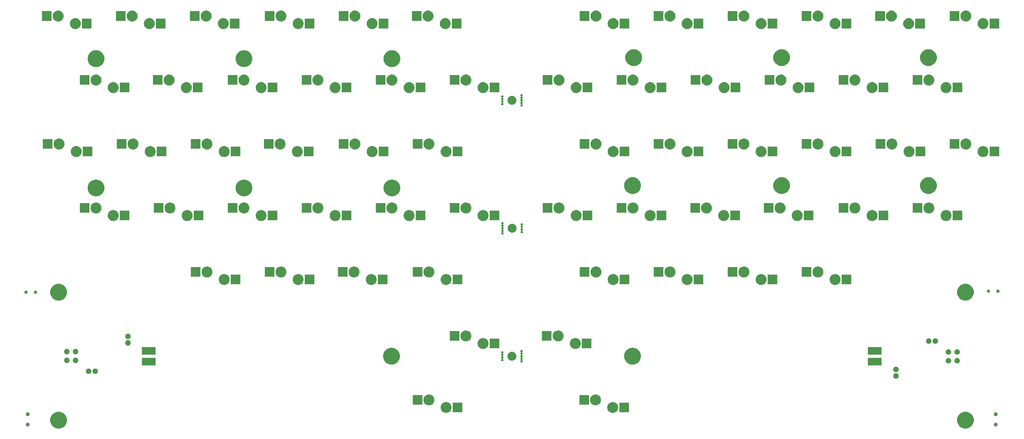
<source format=gbs>
%TF.GenerationSoftware,KiCad,Pcbnew,7.0.9*%
%TF.CreationDate,2023-12-25T02:24:28+05:30*%
%TF.ProjectId,HiveKB,48697665-4b42-42e6-9b69-6361645f7063,rev?*%
%TF.SameCoordinates,Original*%
%TF.FileFunction,Soldermask,Bot*%
%TF.FilePolarity,Negative*%
%FSLAX46Y46*%
G04 Gerber Fmt 4.6, Leading zero omitted, Abs format (unit mm)*
G04 Created by KiCad (PCBNEW 7.0.9) date 2023-12-25 02:24:28*
%MOMM*%
%LPD*%
G01*
G04 APERTURE LIST*
G04 APERTURE END LIST*
G36*
X354041204Y-188443946D02*
G01*
X354339212Y-188520462D01*
X354625279Y-188633724D01*
X354894896Y-188781947D01*
X355143809Y-188962793D01*
X355368093Y-189173410D01*
X355564212Y-189410476D01*
X355729071Y-189670253D01*
X355860072Y-189948645D01*
X355955149Y-190241260D01*
X356012801Y-190543484D01*
X356032120Y-190850550D01*
X356012801Y-191157616D01*
X355955149Y-191459840D01*
X355860072Y-191752455D01*
X355729071Y-192030847D01*
X355564212Y-192290624D01*
X355368093Y-192527690D01*
X355143809Y-192738307D01*
X354894896Y-192919153D01*
X354625279Y-193067376D01*
X354339212Y-193180638D01*
X354041204Y-193257154D01*
X353735957Y-193295715D01*
X353428283Y-193295715D01*
X353123036Y-193257154D01*
X352825028Y-193180638D01*
X352538961Y-193067376D01*
X352269344Y-192919153D01*
X352020431Y-192738307D01*
X351796147Y-192527690D01*
X351600028Y-192290624D01*
X351435169Y-192030847D01*
X351304168Y-191752455D01*
X351209091Y-191459840D01*
X351151439Y-191157616D01*
X351132120Y-190850550D01*
X351151439Y-190543484D01*
X351209091Y-190241260D01*
X351304168Y-189948645D01*
X351435169Y-189670253D01*
X351600028Y-189410476D01*
X351796147Y-189173410D01*
X352020431Y-188962793D01*
X352269344Y-188781947D01*
X352538961Y-188633724D01*
X352825028Y-188520462D01*
X353123036Y-188443946D01*
X353428283Y-188405385D01*
X353735957Y-188405385D01*
X354041204Y-188443946D01*
G37*
G36*
X90490468Y-188443886D02*
G01*
X90788476Y-188520402D01*
X91074543Y-188633664D01*
X91344160Y-188781887D01*
X91593073Y-188962733D01*
X91817357Y-189173350D01*
X92013476Y-189410416D01*
X92178335Y-189670193D01*
X92309336Y-189948585D01*
X92404413Y-190241200D01*
X92462065Y-190543424D01*
X92481384Y-190850490D01*
X92462065Y-191157556D01*
X92404413Y-191459780D01*
X92309336Y-191752395D01*
X92178335Y-192030787D01*
X92013476Y-192290564D01*
X91817357Y-192527630D01*
X91593073Y-192738247D01*
X91344160Y-192919093D01*
X91074543Y-193067316D01*
X90788476Y-193180578D01*
X90490468Y-193257094D01*
X90185221Y-193295655D01*
X89877547Y-193295655D01*
X89572300Y-193257094D01*
X89274292Y-193180578D01*
X88988225Y-193067316D01*
X88718608Y-192919093D01*
X88469695Y-192738247D01*
X88245411Y-192527630D01*
X88049292Y-192290564D01*
X87884433Y-192030787D01*
X87753432Y-191752395D01*
X87658355Y-191459780D01*
X87600703Y-191157556D01*
X87581384Y-190850490D01*
X87600703Y-190543424D01*
X87658355Y-190241200D01*
X87753432Y-189948585D01*
X87884433Y-189670193D01*
X88049292Y-189410416D01*
X88245411Y-189173350D01*
X88469695Y-188962733D01*
X88718608Y-188781887D01*
X88988225Y-188633664D01*
X89274292Y-188520402D01*
X89572300Y-188443886D01*
X89877547Y-188405325D01*
X90185221Y-188405325D01*
X90490468Y-188443886D01*
G37*
G36*
X81087029Y-191575863D02*
G01*
X81119485Y-191575863D01*
X81156698Y-191585035D01*
X81195594Y-191590156D01*
X81222218Y-191601184D01*
X81248123Y-191607569D01*
X81287398Y-191628182D01*
X81328244Y-191645101D01*
X81346879Y-191659400D01*
X81365427Y-191669135D01*
X81403350Y-191702732D01*
X81442153Y-191732506D01*
X81453179Y-191746876D01*
X81464597Y-191756991D01*
X81497334Y-191804420D01*
X81529558Y-191846415D01*
X81534415Y-191858142D01*
X81539853Y-191866020D01*
X81563443Y-191928222D01*
X81584503Y-191979065D01*
X81585448Y-191986243D01*
X81586833Y-191989895D01*
X81597558Y-192078232D01*
X81603244Y-192121415D01*
X81597558Y-192164601D01*
X81586833Y-192252934D01*
X81585448Y-192256585D01*
X81584503Y-192263765D01*
X81563438Y-192314618D01*
X81539853Y-192376809D01*
X81534416Y-192384684D01*
X81529558Y-192396415D01*
X81497327Y-192438418D01*
X81464597Y-192485838D01*
X81453181Y-192495950D01*
X81442153Y-192510324D01*
X81403342Y-192540104D01*
X81365427Y-192573694D01*
X81346883Y-192583426D01*
X81328244Y-192597729D01*
X81287389Y-192614651D01*
X81248123Y-192635260D01*
X81222223Y-192641643D01*
X81195594Y-192652674D01*
X81156696Y-192657795D01*
X81119485Y-192666967D01*
X81087029Y-192666967D01*
X81053244Y-192671415D01*
X81019459Y-192666967D01*
X80987003Y-192666967D01*
X80949790Y-192657794D01*
X80910894Y-192652674D01*
X80884265Y-192641644D01*
X80858364Y-192635260D01*
X80819094Y-192614649D01*
X80778244Y-192597729D01*
X80759606Y-192583427D01*
X80741060Y-192573694D01*
X80703138Y-192540098D01*
X80664335Y-192510324D01*
X80653308Y-192495953D01*
X80641890Y-192485838D01*
X80609150Y-192438405D01*
X80576930Y-192396415D01*
X80572072Y-192384688D01*
X80566634Y-192376809D01*
X80543037Y-192314590D01*
X80521985Y-192263765D01*
X80521040Y-192256589D01*
X80519654Y-192252934D01*
X80508916Y-192164503D01*
X80503244Y-192121415D01*
X80508916Y-192078329D01*
X80519654Y-191989895D01*
X80521040Y-191986239D01*
X80521985Y-191979065D01*
X80543032Y-191928250D01*
X80566634Y-191866020D01*
X80572073Y-191858138D01*
X80576930Y-191846415D01*
X80609143Y-191804433D01*
X80641890Y-191756991D01*
X80653310Y-191746873D01*
X80664335Y-191732506D01*
X80703129Y-191702737D01*
X80741060Y-191669135D01*
X80759610Y-191659398D01*
X80778244Y-191645101D01*
X80819085Y-191628184D01*
X80858364Y-191607569D01*
X80884270Y-191601183D01*
X80910894Y-191590156D01*
X80949788Y-191585035D01*
X80987003Y-191575863D01*
X81019459Y-191575863D01*
X81053244Y-191571415D01*
X81087029Y-191575863D01*
G37*
G36*
X362418701Y-191575863D02*
G01*
X362451157Y-191575863D01*
X362488370Y-191585035D01*
X362527266Y-191590156D01*
X362553890Y-191601184D01*
X362579795Y-191607569D01*
X362619070Y-191628182D01*
X362659916Y-191645101D01*
X362678551Y-191659400D01*
X362697099Y-191669135D01*
X362735022Y-191702732D01*
X362773825Y-191732506D01*
X362784851Y-191746876D01*
X362796269Y-191756991D01*
X362829006Y-191804420D01*
X362861230Y-191846415D01*
X362866087Y-191858142D01*
X362871525Y-191866020D01*
X362895115Y-191928222D01*
X362916175Y-191979065D01*
X362917120Y-191986243D01*
X362918505Y-191989895D01*
X362929230Y-192078232D01*
X362934916Y-192121415D01*
X362929230Y-192164601D01*
X362918505Y-192252934D01*
X362917120Y-192256585D01*
X362916175Y-192263765D01*
X362895110Y-192314618D01*
X362871525Y-192376809D01*
X362866088Y-192384684D01*
X362861230Y-192396415D01*
X362828999Y-192438418D01*
X362796269Y-192485838D01*
X362784853Y-192495950D01*
X362773825Y-192510324D01*
X362735014Y-192540104D01*
X362697099Y-192573694D01*
X362678555Y-192583426D01*
X362659916Y-192597729D01*
X362619061Y-192614651D01*
X362579795Y-192635260D01*
X362553895Y-192641643D01*
X362527266Y-192652674D01*
X362488368Y-192657795D01*
X362451157Y-192666967D01*
X362418701Y-192666967D01*
X362384916Y-192671415D01*
X362351131Y-192666967D01*
X362318675Y-192666967D01*
X362281462Y-192657794D01*
X362242566Y-192652674D01*
X362215937Y-192641644D01*
X362190036Y-192635260D01*
X362150766Y-192614649D01*
X362109916Y-192597729D01*
X362091278Y-192583427D01*
X362072732Y-192573694D01*
X362034810Y-192540098D01*
X361996007Y-192510324D01*
X361984980Y-192495953D01*
X361973562Y-192485838D01*
X361940822Y-192438405D01*
X361908602Y-192396415D01*
X361903744Y-192384688D01*
X361898306Y-192376809D01*
X361874709Y-192314590D01*
X361853657Y-192263765D01*
X361852712Y-192256589D01*
X361851326Y-192252934D01*
X361840588Y-192164503D01*
X361834916Y-192121415D01*
X361840588Y-192078329D01*
X361851326Y-191989895D01*
X361852712Y-191986239D01*
X361853657Y-191979065D01*
X361874704Y-191928250D01*
X361898306Y-191866020D01*
X361903745Y-191858138D01*
X361908602Y-191846415D01*
X361940815Y-191804433D01*
X361973562Y-191756991D01*
X361984982Y-191746873D01*
X361996007Y-191732506D01*
X362034801Y-191702737D01*
X362072732Y-191669135D01*
X362091282Y-191659398D01*
X362109916Y-191645101D01*
X362150757Y-191628184D01*
X362190036Y-191607569D01*
X362215942Y-191601183D01*
X362242566Y-191590156D01*
X362281460Y-191585035D01*
X362318675Y-191575863D01*
X362351131Y-191575863D01*
X362384916Y-191571415D01*
X362418701Y-191575863D01*
G37*
G36*
X81087029Y-188575863D02*
G01*
X81119485Y-188575863D01*
X81156698Y-188585035D01*
X81195594Y-188590156D01*
X81222218Y-188601184D01*
X81248123Y-188607569D01*
X81287398Y-188628182D01*
X81328244Y-188645101D01*
X81346879Y-188659400D01*
X81365427Y-188669135D01*
X81403350Y-188702732D01*
X81442153Y-188732506D01*
X81453179Y-188746876D01*
X81464597Y-188756991D01*
X81497334Y-188804420D01*
X81529558Y-188846415D01*
X81534415Y-188858142D01*
X81539853Y-188866020D01*
X81563443Y-188928222D01*
X81584503Y-188979065D01*
X81585448Y-188986243D01*
X81586833Y-188989895D01*
X81597558Y-189078232D01*
X81603244Y-189121415D01*
X81597558Y-189164601D01*
X81586833Y-189252934D01*
X81585448Y-189256585D01*
X81584503Y-189263765D01*
X81563438Y-189314618D01*
X81539853Y-189376809D01*
X81534416Y-189384684D01*
X81529558Y-189396415D01*
X81497327Y-189438418D01*
X81464597Y-189485838D01*
X81453181Y-189495950D01*
X81442153Y-189510324D01*
X81403342Y-189540104D01*
X81365427Y-189573694D01*
X81346883Y-189583426D01*
X81328244Y-189597729D01*
X81287389Y-189614651D01*
X81248123Y-189635260D01*
X81222223Y-189641643D01*
X81195594Y-189652674D01*
X81156696Y-189657795D01*
X81119485Y-189666967D01*
X81087029Y-189666967D01*
X81053244Y-189671415D01*
X81019459Y-189666967D01*
X80987003Y-189666967D01*
X80949790Y-189657794D01*
X80910894Y-189652674D01*
X80884265Y-189641644D01*
X80858364Y-189635260D01*
X80819094Y-189614649D01*
X80778244Y-189597729D01*
X80759606Y-189583427D01*
X80741060Y-189573694D01*
X80703138Y-189540098D01*
X80664335Y-189510324D01*
X80653308Y-189495953D01*
X80641890Y-189485838D01*
X80609150Y-189438405D01*
X80576930Y-189396415D01*
X80572072Y-189384688D01*
X80566634Y-189376809D01*
X80543037Y-189314590D01*
X80521985Y-189263765D01*
X80521040Y-189256589D01*
X80519654Y-189252934D01*
X80508916Y-189164503D01*
X80503244Y-189121415D01*
X80508916Y-189078329D01*
X80519654Y-188989895D01*
X80521040Y-188986239D01*
X80521985Y-188979065D01*
X80543032Y-188928250D01*
X80566634Y-188866020D01*
X80572073Y-188858138D01*
X80576930Y-188846415D01*
X80609143Y-188804433D01*
X80641890Y-188756991D01*
X80653310Y-188746873D01*
X80664335Y-188732506D01*
X80703129Y-188702737D01*
X80741060Y-188669135D01*
X80759610Y-188659398D01*
X80778244Y-188645101D01*
X80819085Y-188628184D01*
X80858364Y-188607569D01*
X80884270Y-188601183D01*
X80910894Y-188590156D01*
X80949788Y-188585035D01*
X80987003Y-188575863D01*
X81019459Y-188575863D01*
X81053244Y-188571415D01*
X81087029Y-188575863D01*
G37*
G36*
X362418701Y-188575863D02*
G01*
X362451157Y-188575863D01*
X362488370Y-188585035D01*
X362527266Y-188590156D01*
X362553890Y-188601184D01*
X362579795Y-188607569D01*
X362619070Y-188628182D01*
X362659916Y-188645101D01*
X362678551Y-188659400D01*
X362697099Y-188669135D01*
X362735022Y-188702732D01*
X362773825Y-188732506D01*
X362784851Y-188746876D01*
X362796269Y-188756991D01*
X362829006Y-188804420D01*
X362861230Y-188846415D01*
X362866087Y-188858142D01*
X362871525Y-188866020D01*
X362895115Y-188928222D01*
X362916175Y-188979065D01*
X362917120Y-188986243D01*
X362918505Y-188989895D01*
X362929230Y-189078232D01*
X362934916Y-189121415D01*
X362929230Y-189164601D01*
X362918505Y-189252934D01*
X362917120Y-189256585D01*
X362916175Y-189263765D01*
X362895110Y-189314618D01*
X362871525Y-189376809D01*
X362866088Y-189384684D01*
X362861230Y-189396415D01*
X362828999Y-189438418D01*
X362796269Y-189485838D01*
X362784853Y-189495950D01*
X362773825Y-189510324D01*
X362735014Y-189540104D01*
X362697099Y-189573694D01*
X362678555Y-189583426D01*
X362659916Y-189597729D01*
X362619061Y-189614651D01*
X362579795Y-189635260D01*
X362553895Y-189641643D01*
X362527266Y-189652674D01*
X362488368Y-189657795D01*
X362451157Y-189666967D01*
X362418701Y-189666967D01*
X362384916Y-189671415D01*
X362351131Y-189666967D01*
X362318675Y-189666967D01*
X362281462Y-189657794D01*
X362242566Y-189652674D01*
X362215937Y-189641644D01*
X362190036Y-189635260D01*
X362150766Y-189614649D01*
X362109916Y-189597729D01*
X362091278Y-189583427D01*
X362072732Y-189573694D01*
X362034810Y-189540098D01*
X361996007Y-189510324D01*
X361984980Y-189495953D01*
X361973562Y-189485838D01*
X361940822Y-189438405D01*
X361908602Y-189396415D01*
X361903744Y-189384688D01*
X361898306Y-189376809D01*
X361874709Y-189314590D01*
X361853657Y-189263765D01*
X361852712Y-189256589D01*
X361851326Y-189252934D01*
X361840588Y-189164503D01*
X361834916Y-189121415D01*
X361840588Y-189078329D01*
X361851326Y-188989895D01*
X361852712Y-188986239D01*
X361853657Y-188979065D01*
X361874704Y-188928250D01*
X361898306Y-188866020D01*
X361903745Y-188858138D01*
X361908602Y-188846415D01*
X361940815Y-188804433D01*
X361973562Y-188756991D01*
X361984982Y-188746873D01*
X361996007Y-188732506D01*
X362034801Y-188702737D01*
X362072732Y-188669135D01*
X362091282Y-188659398D01*
X362109916Y-188645101D01*
X362150757Y-188628184D01*
X362190036Y-188607569D01*
X362215942Y-188601183D01*
X362242566Y-188590156D01*
X362281460Y-188585035D01*
X362318675Y-188575863D01*
X362351131Y-188575863D01*
X362384916Y-188571415D01*
X362418701Y-188575863D01*
G37*
G36*
X251331903Y-185570157D02*
G01*
X251576035Y-185628768D01*
X251807993Y-185724848D01*
X252022064Y-185856031D01*
X252212979Y-186019087D01*
X252376035Y-186210002D01*
X252507218Y-186424073D01*
X252603298Y-186656031D01*
X252661909Y-186900163D01*
X252681608Y-187150458D01*
X252661909Y-187400753D01*
X252603298Y-187644885D01*
X252507218Y-187876843D01*
X252376035Y-188090914D01*
X252212979Y-188281829D01*
X252022064Y-188444885D01*
X251807993Y-188576068D01*
X251576035Y-188672148D01*
X251331903Y-188730759D01*
X251081608Y-188750458D01*
X250831313Y-188730759D01*
X250587181Y-188672148D01*
X250355223Y-188576068D01*
X250141152Y-188444885D01*
X249950237Y-188281829D01*
X249787181Y-188090914D01*
X249655998Y-187876843D01*
X249559918Y-187644885D01*
X249501307Y-187400753D01*
X249481608Y-187150458D01*
X249501307Y-186900163D01*
X249559918Y-186656031D01*
X249655998Y-186424073D01*
X249787181Y-186210002D01*
X249950237Y-186019087D01*
X250141152Y-185856031D01*
X250355223Y-185724848D01*
X250587181Y-185628768D01*
X250831313Y-185570157D01*
X251081608Y-185550458D01*
X251331903Y-185570157D01*
G37*
G36*
X202906663Y-185570072D02*
G01*
X203150795Y-185628683D01*
X203382753Y-185724763D01*
X203596824Y-185855946D01*
X203787739Y-186019002D01*
X203950795Y-186209917D01*
X204081978Y-186423988D01*
X204178058Y-186655946D01*
X204236669Y-186900078D01*
X204256368Y-187150373D01*
X204236669Y-187400668D01*
X204178058Y-187644800D01*
X204081978Y-187876758D01*
X203950795Y-188090829D01*
X203787739Y-188281744D01*
X203596824Y-188444800D01*
X203382753Y-188575983D01*
X203150795Y-188672063D01*
X202906663Y-188730674D01*
X202656368Y-188750373D01*
X202406073Y-188730674D01*
X202161941Y-188672063D01*
X201929983Y-188575983D01*
X201715912Y-188444800D01*
X201524997Y-188281744D01*
X201361941Y-188090829D01*
X201230758Y-187876758D01*
X201134678Y-187644800D01*
X201076067Y-187400668D01*
X201056368Y-187150373D01*
X201076067Y-186900078D01*
X201134678Y-186655946D01*
X201230758Y-186423988D01*
X201361941Y-186209917D01*
X201524997Y-186019002D01*
X201715912Y-185855946D01*
X201929983Y-185724763D01*
X202161941Y-185628683D01*
X202406073Y-185570072D01*
X202656368Y-185550373D01*
X202906663Y-185570072D01*
G37*
G36*
X255719876Y-185758070D02*
G01*
X255752319Y-185779747D01*
X255773996Y-185812190D01*
X255781608Y-185850458D01*
X255781608Y-188450458D01*
X255773996Y-188488726D01*
X255752319Y-188521169D01*
X255719876Y-188542846D01*
X255681608Y-188550458D01*
X253081608Y-188550458D01*
X253043340Y-188542846D01*
X253010897Y-188521169D01*
X252989220Y-188488726D01*
X252981608Y-188450458D01*
X252981608Y-185850458D01*
X252989220Y-185812190D01*
X253010897Y-185779747D01*
X253043340Y-185758070D01*
X253081608Y-185750458D01*
X255681608Y-185750458D01*
X255719876Y-185758070D01*
G37*
G36*
X207294636Y-185757985D02*
G01*
X207327079Y-185779662D01*
X207348756Y-185812105D01*
X207356368Y-185850373D01*
X207356368Y-188450373D01*
X207348756Y-188488641D01*
X207327079Y-188521084D01*
X207294636Y-188542761D01*
X207256368Y-188550373D01*
X204656368Y-188550373D01*
X204618100Y-188542761D01*
X204585657Y-188521084D01*
X204563980Y-188488641D01*
X204556368Y-188450373D01*
X204556368Y-185850373D01*
X204563980Y-185812105D01*
X204585657Y-185779662D01*
X204618100Y-185757985D01*
X204656368Y-185750373D01*
X207256368Y-185750373D01*
X207294636Y-185757985D01*
G37*
G36*
X246331903Y-183370157D02*
G01*
X246576035Y-183428768D01*
X246807993Y-183524848D01*
X247022064Y-183656031D01*
X247212979Y-183819087D01*
X247376035Y-184010002D01*
X247507218Y-184224073D01*
X247603298Y-184456031D01*
X247661909Y-184700163D01*
X247681608Y-184950458D01*
X247661909Y-185200753D01*
X247603298Y-185444885D01*
X247507218Y-185676843D01*
X247376035Y-185890914D01*
X247212979Y-186081829D01*
X247022064Y-186244885D01*
X246807993Y-186376068D01*
X246576035Y-186472148D01*
X246331903Y-186530759D01*
X246081608Y-186550458D01*
X245831313Y-186530759D01*
X245587181Y-186472148D01*
X245355223Y-186376068D01*
X245141152Y-186244885D01*
X244950237Y-186081829D01*
X244787181Y-185890914D01*
X244655998Y-185676843D01*
X244559918Y-185444885D01*
X244501307Y-185200753D01*
X244481608Y-184950458D01*
X244501307Y-184700163D01*
X244559918Y-184456031D01*
X244655998Y-184224073D01*
X244787181Y-184010002D01*
X244950237Y-183819087D01*
X245141152Y-183656031D01*
X245355223Y-183524848D01*
X245587181Y-183428768D01*
X245831313Y-183370157D01*
X246081608Y-183350458D01*
X246331903Y-183370157D01*
G37*
G36*
X197906663Y-183370072D02*
G01*
X198150795Y-183428683D01*
X198382753Y-183524763D01*
X198596824Y-183655946D01*
X198787739Y-183819002D01*
X198950795Y-184009917D01*
X199081978Y-184223988D01*
X199178058Y-184455946D01*
X199236669Y-184700078D01*
X199256368Y-184950373D01*
X199236669Y-185200668D01*
X199178058Y-185444800D01*
X199081978Y-185676758D01*
X198950795Y-185890829D01*
X198787739Y-186081744D01*
X198596824Y-186244800D01*
X198382753Y-186375983D01*
X198150795Y-186472063D01*
X197906663Y-186530674D01*
X197656368Y-186550373D01*
X197406073Y-186530674D01*
X197161941Y-186472063D01*
X196929983Y-186375983D01*
X196715912Y-186244800D01*
X196524997Y-186081744D01*
X196361941Y-185890829D01*
X196230758Y-185676758D01*
X196134678Y-185444800D01*
X196076067Y-185200668D01*
X196056368Y-184950373D01*
X196076067Y-184700078D01*
X196134678Y-184455946D01*
X196230758Y-184223988D01*
X196361941Y-184009917D01*
X196524997Y-183819002D01*
X196715912Y-183655946D01*
X196929983Y-183524763D01*
X197161941Y-183428683D01*
X197406073Y-183370072D01*
X197656368Y-183350373D01*
X197906663Y-183370072D01*
G37*
G36*
X244119876Y-183558070D02*
G01*
X244152319Y-183579747D01*
X244173996Y-183612190D01*
X244181608Y-183650458D01*
X244181608Y-186250458D01*
X244173996Y-186288726D01*
X244152319Y-186321169D01*
X244119876Y-186342846D01*
X244081608Y-186350458D01*
X241481608Y-186350458D01*
X241443340Y-186342846D01*
X241410897Y-186321169D01*
X241389220Y-186288726D01*
X241381608Y-186250458D01*
X241381608Y-183650458D01*
X241389220Y-183612190D01*
X241410897Y-183579747D01*
X241443340Y-183558070D01*
X241481608Y-183550458D01*
X244081608Y-183550458D01*
X244119876Y-183558070D01*
G37*
G36*
X195694636Y-183557985D02*
G01*
X195727079Y-183579662D01*
X195748756Y-183612105D01*
X195756368Y-183650373D01*
X195756368Y-186250373D01*
X195748756Y-186288641D01*
X195727079Y-186321084D01*
X195694636Y-186342761D01*
X195656368Y-186350373D01*
X193056368Y-186350373D01*
X193018100Y-186342761D01*
X192985657Y-186321084D01*
X192963980Y-186288641D01*
X192956368Y-186250373D01*
X192956368Y-183650373D01*
X192963980Y-183612105D01*
X192985657Y-183579662D01*
X193018100Y-183557985D01*
X193056368Y-183550373D01*
X195656368Y-183550373D01*
X195694636Y-183557985D01*
G37*
G36*
X333436128Y-177188128D02*
G01*
X333477819Y-177188128D01*
X333524849Y-177198124D01*
X333572071Y-177203445D01*
X333606407Y-177215459D01*
X333641035Y-177222820D01*
X333690936Y-177245037D01*
X333740844Y-177262501D01*
X333766822Y-177278824D01*
X333793473Y-177290690D01*
X333843168Y-177326796D01*
X333892245Y-177357633D01*
X333909868Y-177375256D01*
X333928468Y-177388770D01*
X333974447Y-177439835D01*
X334018680Y-177484068D01*
X334028854Y-177500260D01*
X334040118Y-177512770D01*
X334078648Y-177579506D01*
X334113812Y-177635469D01*
X334118202Y-177648017D01*
X334123553Y-177657284D01*
X334150960Y-177741634D01*
X334172868Y-177804242D01*
X334173698Y-177811612D01*
X334175116Y-177815975D01*
X334187964Y-177938226D01*
X334192888Y-177981925D01*
X334187963Y-178025627D01*
X334175116Y-178147874D01*
X334173698Y-178152236D01*
X334172868Y-178159608D01*
X334150956Y-178222229D01*
X334123553Y-178306565D01*
X334118203Y-178315830D01*
X334113812Y-178328381D01*
X334078640Y-178384355D01*
X334040118Y-178451079D01*
X334028856Y-178463585D01*
X334018680Y-178479782D01*
X333974438Y-178524023D01*
X333928468Y-178575079D01*
X333909872Y-178588589D01*
X333892245Y-178606217D01*
X333843158Y-178637060D01*
X333793473Y-178673159D01*
X333766827Y-178685022D01*
X333740844Y-178701349D01*
X333690926Y-178718815D01*
X333641035Y-178741029D01*
X333606413Y-178748388D01*
X333572071Y-178760405D01*
X333524846Y-178765725D01*
X333477819Y-178775722D01*
X333436128Y-178775722D01*
X333394388Y-178780425D01*
X333352648Y-178775722D01*
X333310957Y-178775722D01*
X333263929Y-178765725D01*
X333216705Y-178760405D01*
X333182363Y-178748388D01*
X333147740Y-178741029D01*
X333097845Y-178718814D01*
X333047932Y-178701349D01*
X333021950Y-178685023D01*
X332995302Y-178673159D01*
X332945610Y-178637055D01*
X332896531Y-178606217D01*
X332878906Y-178588592D01*
X332860307Y-178575079D01*
X332814327Y-178524013D01*
X332770096Y-178479782D01*
X332759921Y-178463589D01*
X332748657Y-178451079D01*
X332710122Y-178384335D01*
X332674964Y-178328381D01*
X332670573Y-178315834D01*
X332665222Y-178306565D01*
X332637805Y-178222188D01*
X332615908Y-178159608D01*
X332615077Y-178152240D01*
X332613659Y-178147874D01*
X332600797Y-178025495D01*
X332595888Y-177981925D01*
X332600796Y-177938358D01*
X332613659Y-177815975D01*
X332615078Y-177811607D01*
X332615908Y-177804242D01*
X332637801Y-177741674D01*
X332665222Y-177657284D01*
X332670574Y-177648012D01*
X332674964Y-177635469D01*
X332710115Y-177579525D01*
X332748657Y-177512770D01*
X332759923Y-177500257D01*
X332770096Y-177484068D01*
X332814319Y-177439844D01*
X332860309Y-177388768D01*
X332878911Y-177375252D01*
X332896531Y-177357633D01*
X332945595Y-177326803D01*
X332995300Y-177290691D01*
X333021955Y-177278823D01*
X333047932Y-177262501D01*
X333097834Y-177245039D01*
X333147740Y-177222820D01*
X333182369Y-177215459D01*
X333216705Y-177203445D01*
X333263926Y-177198124D01*
X333310957Y-177188128D01*
X333352648Y-177188128D01*
X333394388Y-177183425D01*
X333436128Y-177188128D01*
G37*
G36*
X98799404Y-175813058D02*
G01*
X98841095Y-175813058D01*
X98888125Y-175823054D01*
X98935347Y-175828375D01*
X98969683Y-175840389D01*
X99004311Y-175847750D01*
X99054212Y-175869967D01*
X99104120Y-175887431D01*
X99130098Y-175903754D01*
X99156749Y-175915620D01*
X99206444Y-175951726D01*
X99255521Y-175982563D01*
X99273144Y-176000186D01*
X99291744Y-176013700D01*
X99337723Y-176064765D01*
X99381956Y-176108998D01*
X99392130Y-176125190D01*
X99403394Y-176137700D01*
X99441924Y-176204436D01*
X99477088Y-176260399D01*
X99481478Y-176272947D01*
X99486829Y-176282214D01*
X99514236Y-176366564D01*
X99536144Y-176429172D01*
X99536974Y-176436542D01*
X99538392Y-176440905D01*
X99551240Y-176563156D01*
X99556164Y-176606855D01*
X99551239Y-176650557D01*
X99538392Y-176772804D01*
X99536974Y-176777166D01*
X99536144Y-176784538D01*
X99514232Y-176847159D01*
X99486829Y-176931495D01*
X99481479Y-176940760D01*
X99477088Y-176953311D01*
X99441916Y-177009285D01*
X99403394Y-177076009D01*
X99392132Y-177088515D01*
X99381956Y-177104712D01*
X99337714Y-177148953D01*
X99291744Y-177200009D01*
X99273148Y-177213519D01*
X99255521Y-177231147D01*
X99206434Y-177261990D01*
X99156749Y-177298089D01*
X99130103Y-177309952D01*
X99104120Y-177326279D01*
X99054202Y-177343745D01*
X99004311Y-177365959D01*
X98969689Y-177373318D01*
X98935347Y-177385335D01*
X98888122Y-177390655D01*
X98841095Y-177400652D01*
X98799404Y-177400652D01*
X98757664Y-177405355D01*
X98715924Y-177400652D01*
X98674233Y-177400652D01*
X98627205Y-177390655D01*
X98579981Y-177385335D01*
X98545639Y-177373318D01*
X98511016Y-177365959D01*
X98461121Y-177343744D01*
X98411208Y-177326279D01*
X98385226Y-177309953D01*
X98358578Y-177298089D01*
X98308886Y-177261985D01*
X98259807Y-177231147D01*
X98242182Y-177213522D01*
X98223583Y-177200009D01*
X98177603Y-177148943D01*
X98133372Y-177104712D01*
X98123197Y-177088519D01*
X98111933Y-177076009D01*
X98073398Y-177009265D01*
X98038240Y-176953311D01*
X98033849Y-176940764D01*
X98028498Y-176931495D01*
X98001081Y-176847118D01*
X97979184Y-176784538D01*
X97978353Y-176777170D01*
X97976935Y-176772804D01*
X97964073Y-176650425D01*
X97959164Y-176606855D01*
X97964072Y-176563288D01*
X97976935Y-176440905D01*
X97978354Y-176436537D01*
X97979184Y-176429172D01*
X98001077Y-176366604D01*
X98028498Y-176282214D01*
X98033850Y-176272942D01*
X98038240Y-176260399D01*
X98073391Y-176204455D01*
X98111933Y-176137700D01*
X98123199Y-176125187D01*
X98133372Y-176108998D01*
X98177595Y-176064774D01*
X98223585Y-176013698D01*
X98242187Y-176000182D01*
X98259807Y-175982563D01*
X98308871Y-175951733D01*
X98358576Y-175915621D01*
X98385231Y-175903753D01*
X98411208Y-175887431D01*
X98461110Y-175869969D01*
X98511016Y-175847750D01*
X98545645Y-175840389D01*
X98579981Y-175828375D01*
X98627202Y-175823054D01*
X98674233Y-175813058D01*
X98715924Y-175813058D01*
X98757664Y-175808355D01*
X98799404Y-175813058D01*
G37*
G36*
X100704404Y-175813058D02*
G01*
X100746095Y-175813058D01*
X100793125Y-175823054D01*
X100840347Y-175828375D01*
X100874683Y-175840389D01*
X100909311Y-175847750D01*
X100959212Y-175869967D01*
X101009120Y-175887431D01*
X101035098Y-175903754D01*
X101061749Y-175915620D01*
X101111444Y-175951726D01*
X101160521Y-175982563D01*
X101178144Y-176000186D01*
X101196744Y-176013700D01*
X101242723Y-176064765D01*
X101286956Y-176108998D01*
X101297130Y-176125190D01*
X101308394Y-176137700D01*
X101346924Y-176204436D01*
X101382088Y-176260399D01*
X101386478Y-176272947D01*
X101391829Y-176282214D01*
X101419236Y-176366564D01*
X101441144Y-176429172D01*
X101441974Y-176436542D01*
X101443392Y-176440905D01*
X101456240Y-176563156D01*
X101461164Y-176606855D01*
X101456239Y-176650557D01*
X101443392Y-176772804D01*
X101441974Y-176777166D01*
X101441144Y-176784538D01*
X101419232Y-176847159D01*
X101391829Y-176931495D01*
X101386479Y-176940760D01*
X101382088Y-176953311D01*
X101346916Y-177009285D01*
X101308394Y-177076009D01*
X101297132Y-177088515D01*
X101286956Y-177104712D01*
X101242714Y-177148953D01*
X101196744Y-177200009D01*
X101178148Y-177213519D01*
X101160521Y-177231147D01*
X101111434Y-177261990D01*
X101061749Y-177298089D01*
X101035103Y-177309952D01*
X101009120Y-177326279D01*
X100959202Y-177343745D01*
X100909311Y-177365959D01*
X100874689Y-177373318D01*
X100840347Y-177385335D01*
X100793122Y-177390655D01*
X100746095Y-177400652D01*
X100704404Y-177400652D01*
X100662664Y-177405355D01*
X100620924Y-177400652D01*
X100579233Y-177400652D01*
X100532205Y-177390655D01*
X100484981Y-177385335D01*
X100450639Y-177373318D01*
X100416016Y-177365959D01*
X100366121Y-177343744D01*
X100316208Y-177326279D01*
X100290226Y-177309953D01*
X100263578Y-177298089D01*
X100213886Y-177261985D01*
X100164807Y-177231147D01*
X100147182Y-177213522D01*
X100128583Y-177200009D01*
X100082603Y-177148943D01*
X100038372Y-177104712D01*
X100028197Y-177088519D01*
X100016933Y-177076009D01*
X99978398Y-177009265D01*
X99943240Y-176953311D01*
X99938849Y-176940764D01*
X99933498Y-176931495D01*
X99906081Y-176847118D01*
X99884184Y-176784538D01*
X99883353Y-176777170D01*
X99881935Y-176772804D01*
X99869073Y-176650425D01*
X99864164Y-176606855D01*
X99869072Y-176563288D01*
X99881935Y-176440905D01*
X99883354Y-176436537D01*
X99884184Y-176429172D01*
X99906077Y-176366604D01*
X99933498Y-176282214D01*
X99938850Y-176272942D01*
X99943240Y-176260399D01*
X99978391Y-176204455D01*
X100016933Y-176137700D01*
X100028199Y-176125187D01*
X100038372Y-176108998D01*
X100082595Y-176064774D01*
X100128585Y-176013698D01*
X100147187Y-176000182D01*
X100164807Y-175982563D01*
X100213871Y-175951733D01*
X100263576Y-175915621D01*
X100290231Y-175903753D01*
X100316208Y-175887431D01*
X100366110Y-175869969D01*
X100416016Y-175847750D01*
X100450645Y-175840389D01*
X100484981Y-175828375D01*
X100532202Y-175823054D01*
X100579233Y-175813058D01*
X100620924Y-175813058D01*
X100662664Y-175808355D01*
X100704404Y-175813058D01*
G37*
G36*
X333436128Y-175283128D02*
G01*
X333477819Y-175283128D01*
X333524849Y-175293124D01*
X333572071Y-175298445D01*
X333606407Y-175310459D01*
X333641035Y-175317820D01*
X333690936Y-175340037D01*
X333740844Y-175357501D01*
X333766822Y-175373824D01*
X333793473Y-175385690D01*
X333843168Y-175421796D01*
X333892245Y-175452633D01*
X333909868Y-175470256D01*
X333928468Y-175483770D01*
X333974447Y-175534835D01*
X334018680Y-175579068D01*
X334028854Y-175595260D01*
X334040118Y-175607770D01*
X334078648Y-175674506D01*
X334113812Y-175730469D01*
X334118202Y-175743017D01*
X334123553Y-175752284D01*
X334150960Y-175836634D01*
X334172868Y-175899242D01*
X334173698Y-175906612D01*
X334175116Y-175910975D01*
X334187964Y-176033226D01*
X334192888Y-176076925D01*
X334187963Y-176120627D01*
X334175116Y-176242874D01*
X334173698Y-176247236D01*
X334172868Y-176254608D01*
X334150956Y-176317229D01*
X334123553Y-176401565D01*
X334118203Y-176410830D01*
X334113812Y-176423381D01*
X334078640Y-176479355D01*
X334040118Y-176546079D01*
X334028856Y-176558585D01*
X334018680Y-176574782D01*
X333974438Y-176619023D01*
X333928468Y-176670079D01*
X333909872Y-176683589D01*
X333892245Y-176701217D01*
X333843158Y-176732060D01*
X333793473Y-176768159D01*
X333766827Y-176780022D01*
X333740844Y-176796349D01*
X333690926Y-176813815D01*
X333641035Y-176836029D01*
X333606413Y-176843388D01*
X333572071Y-176855405D01*
X333524846Y-176860725D01*
X333477819Y-176870722D01*
X333436128Y-176870722D01*
X333394388Y-176875425D01*
X333352648Y-176870722D01*
X333310957Y-176870722D01*
X333263929Y-176860725D01*
X333216705Y-176855405D01*
X333182363Y-176843388D01*
X333147740Y-176836029D01*
X333097845Y-176813814D01*
X333047932Y-176796349D01*
X333021950Y-176780023D01*
X332995302Y-176768159D01*
X332945610Y-176732055D01*
X332896531Y-176701217D01*
X332878906Y-176683592D01*
X332860307Y-176670079D01*
X332814327Y-176619013D01*
X332770096Y-176574782D01*
X332759921Y-176558589D01*
X332748657Y-176546079D01*
X332710122Y-176479335D01*
X332674964Y-176423381D01*
X332670573Y-176410834D01*
X332665222Y-176401565D01*
X332637805Y-176317188D01*
X332615908Y-176254608D01*
X332615077Y-176247240D01*
X332613659Y-176242874D01*
X332600797Y-176120495D01*
X332595888Y-176076925D01*
X332600796Y-176033358D01*
X332613659Y-175910975D01*
X332615078Y-175906607D01*
X332615908Y-175899242D01*
X332637801Y-175836674D01*
X332665222Y-175752284D01*
X332670574Y-175743012D01*
X332674964Y-175730469D01*
X332710115Y-175674525D01*
X332748657Y-175607770D01*
X332759923Y-175595257D01*
X332770096Y-175579068D01*
X332814319Y-175534844D01*
X332860309Y-175483768D01*
X332878911Y-175470252D01*
X332896531Y-175452633D01*
X332945595Y-175421803D01*
X332995300Y-175385691D01*
X333021955Y-175373823D01*
X333047932Y-175357501D01*
X333097834Y-175340039D01*
X333147740Y-175317820D01*
X333182369Y-175310459D01*
X333216705Y-175298445D01*
X333263926Y-175293124D01*
X333310957Y-175283128D01*
X333352648Y-175283128D01*
X333394388Y-175278425D01*
X333436128Y-175283128D01*
G37*
G36*
X118172816Y-172690172D02*
G01*
X118205259Y-172711849D01*
X118226936Y-172744292D01*
X118234548Y-172782560D01*
X118234548Y-174782560D01*
X118226936Y-174820828D01*
X118205259Y-174853271D01*
X118172816Y-174874948D01*
X118134548Y-174882560D01*
X114334548Y-174882560D01*
X114296280Y-174874948D01*
X114263837Y-174853271D01*
X114242160Y-174820828D01*
X114234548Y-174782560D01*
X114234548Y-172782560D01*
X114242160Y-172744292D01*
X114263837Y-172711849D01*
X114296280Y-172690172D01*
X114334548Y-172682560D01*
X118134548Y-172682560D01*
X118172816Y-172690172D01*
G37*
G36*
X329141880Y-172690172D02*
G01*
X329174323Y-172711849D01*
X329196000Y-172744292D01*
X329203612Y-172782560D01*
X329203612Y-174782560D01*
X329196000Y-174820828D01*
X329174323Y-174853271D01*
X329141880Y-174874948D01*
X329103612Y-174882560D01*
X325303612Y-174882560D01*
X325265344Y-174874948D01*
X325232901Y-174853271D01*
X325211224Y-174820828D01*
X325203612Y-174782560D01*
X325203612Y-172782560D01*
X325211224Y-172744292D01*
X325232901Y-172711849D01*
X325265344Y-172690172D01*
X325303612Y-172682560D01*
X329103612Y-172682560D01*
X329141880Y-172690172D01*
G37*
G36*
X257291060Y-169824386D02*
G01*
X257589068Y-169900902D01*
X257875135Y-170014164D01*
X258144752Y-170162387D01*
X258393665Y-170343233D01*
X258617949Y-170553850D01*
X258814068Y-170790916D01*
X258978927Y-171050693D01*
X259109928Y-171329085D01*
X259205005Y-171621700D01*
X259262657Y-171923924D01*
X259281976Y-172230990D01*
X259262657Y-172538056D01*
X259205005Y-172840280D01*
X259109928Y-173132895D01*
X258978927Y-173411287D01*
X258814068Y-173671064D01*
X258617949Y-173908130D01*
X258393665Y-174118747D01*
X258144752Y-174299593D01*
X257875135Y-174447816D01*
X257589068Y-174561078D01*
X257291060Y-174637594D01*
X256985813Y-174676155D01*
X256678139Y-174676155D01*
X256372892Y-174637594D01*
X256074884Y-174561078D01*
X255788817Y-174447816D01*
X255519200Y-174299593D01*
X255270287Y-174118747D01*
X255046003Y-173908130D01*
X254849884Y-173671064D01*
X254685025Y-173411287D01*
X254554024Y-173132895D01*
X254458947Y-172840280D01*
X254401295Y-172538056D01*
X254381976Y-172230990D01*
X254401295Y-171923924D01*
X254458947Y-171621700D01*
X254554024Y-171329085D01*
X254685025Y-171050693D01*
X254849884Y-170790916D01*
X255046003Y-170553850D01*
X255270287Y-170343233D01*
X255519200Y-170162387D01*
X255788817Y-170014164D01*
X256074884Y-169900902D01*
X256372892Y-169824386D01*
X256678139Y-169785825D01*
X256985813Y-169785825D01*
X257291060Y-169824386D01*
G37*
G36*
X187240612Y-169824326D02*
G01*
X187538620Y-169900842D01*
X187824687Y-170014104D01*
X188094304Y-170162327D01*
X188343217Y-170343173D01*
X188567501Y-170553790D01*
X188763620Y-170790856D01*
X188928479Y-171050633D01*
X189059480Y-171329025D01*
X189154557Y-171621640D01*
X189212209Y-171923864D01*
X189231528Y-172230930D01*
X189212209Y-172537996D01*
X189154557Y-172840220D01*
X189059480Y-173132835D01*
X188928479Y-173411227D01*
X188763620Y-173671004D01*
X188567501Y-173908070D01*
X188343217Y-174118687D01*
X188094304Y-174299533D01*
X187824687Y-174447756D01*
X187538620Y-174561018D01*
X187240612Y-174637534D01*
X186935365Y-174676095D01*
X186627691Y-174676095D01*
X186322444Y-174637534D01*
X186024436Y-174561018D01*
X185738369Y-174447756D01*
X185468752Y-174299533D01*
X185219839Y-174118687D01*
X184995555Y-173908070D01*
X184799436Y-173671004D01*
X184634577Y-173411227D01*
X184503576Y-173132835D01*
X184408499Y-172840220D01*
X184350847Y-172537996D01*
X184331528Y-172230930D01*
X184350847Y-171923864D01*
X184408499Y-171621640D01*
X184503576Y-171329025D01*
X184634577Y-171050633D01*
X184799436Y-170790856D01*
X184995555Y-170553790D01*
X185219839Y-170343173D01*
X185468752Y-170162327D01*
X185738369Y-170014104D01*
X186024436Y-169900842D01*
X186322444Y-169824326D01*
X186627691Y-169785765D01*
X186935365Y-169785765D01*
X187240612Y-169824326D01*
G37*
G36*
X348676128Y-172743128D02*
G01*
X348717819Y-172743128D01*
X348764849Y-172753124D01*
X348812071Y-172758445D01*
X348846407Y-172770459D01*
X348881035Y-172777820D01*
X348930936Y-172800037D01*
X348980844Y-172817501D01*
X349006822Y-172833824D01*
X349033473Y-172845690D01*
X349083168Y-172881796D01*
X349132245Y-172912633D01*
X349149868Y-172930256D01*
X349168468Y-172943770D01*
X349214447Y-172994835D01*
X349258680Y-173039068D01*
X349268854Y-173055260D01*
X349280118Y-173067770D01*
X349318648Y-173134506D01*
X349353812Y-173190469D01*
X349358202Y-173203017D01*
X349363553Y-173212284D01*
X349390960Y-173296634D01*
X349412868Y-173359242D01*
X349413698Y-173366612D01*
X349415116Y-173370975D01*
X349427964Y-173493226D01*
X349432888Y-173536925D01*
X349427963Y-173580627D01*
X349415116Y-173702874D01*
X349413698Y-173707236D01*
X349412868Y-173714608D01*
X349390956Y-173777229D01*
X349363553Y-173861565D01*
X349358203Y-173870830D01*
X349353812Y-173883381D01*
X349318640Y-173939355D01*
X349280118Y-174006079D01*
X349268856Y-174018585D01*
X349258680Y-174034782D01*
X349214438Y-174079023D01*
X349168468Y-174130079D01*
X349149872Y-174143589D01*
X349132245Y-174161217D01*
X349083158Y-174192060D01*
X349033473Y-174228159D01*
X349006827Y-174240022D01*
X348980844Y-174256349D01*
X348930926Y-174273815D01*
X348881035Y-174296029D01*
X348846413Y-174303388D01*
X348812071Y-174315405D01*
X348764846Y-174320725D01*
X348717819Y-174330722D01*
X348676128Y-174330722D01*
X348634388Y-174335425D01*
X348592648Y-174330722D01*
X348550957Y-174330722D01*
X348503929Y-174320725D01*
X348456705Y-174315405D01*
X348422363Y-174303388D01*
X348387740Y-174296029D01*
X348337845Y-174273814D01*
X348287932Y-174256349D01*
X348261950Y-174240023D01*
X348235302Y-174228159D01*
X348185610Y-174192055D01*
X348136531Y-174161217D01*
X348118906Y-174143592D01*
X348100307Y-174130079D01*
X348054327Y-174079013D01*
X348010096Y-174034782D01*
X347999921Y-174018589D01*
X347988657Y-174006079D01*
X347950122Y-173939335D01*
X347914964Y-173883381D01*
X347910573Y-173870834D01*
X347905222Y-173861565D01*
X347877805Y-173777188D01*
X347855908Y-173714608D01*
X347855077Y-173707240D01*
X347853659Y-173702874D01*
X347840797Y-173580495D01*
X347835888Y-173536925D01*
X347840796Y-173493358D01*
X347853659Y-173370975D01*
X347855078Y-173366607D01*
X347855908Y-173359242D01*
X347877801Y-173296674D01*
X347905222Y-173212284D01*
X347910574Y-173203012D01*
X347914964Y-173190469D01*
X347950115Y-173134525D01*
X347988657Y-173067770D01*
X347999923Y-173055257D01*
X348010096Y-173039068D01*
X348054319Y-172994844D01*
X348100309Y-172943768D01*
X348118911Y-172930252D01*
X348136531Y-172912633D01*
X348185595Y-172881803D01*
X348235300Y-172845691D01*
X348261955Y-172833823D01*
X348287932Y-172817501D01*
X348337834Y-172800039D01*
X348387740Y-172777820D01*
X348422369Y-172770459D01*
X348456705Y-172758445D01*
X348503926Y-172753124D01*
X348550957Y-172743128D01*
X348592648Y-172743128D01*
X348634388Y-172738425D01*
X348676128Y-172743128D01*
G37*
G36*
X351216128Y-172743128D02*
G01*
X351257819Y-172743128D01*
X351304849Y-172753124D01*
X351352071Y-172758445D01*
X351386407Y-172770459D01*
X351421035Y-172777820D01*
X351470936Y-172800037D01*
X351520844Y-172817501D01*
X351546822Y-172833824D01*
X351573473Y-172845690D01*
X351623168Y-172881796D01*
X351672245Y-172912633D01*
X351689868Y-172930256D01*
X351708468Y-172943770D01*
X351754447Y-172994835D01*
X351798680Y-173039068D01*
X351808854Y-173055260D01*
X351820118Y-173067770D01*
X351858648Y-173134506D01*
X351893812Y-173190469D01*
X351898202Y-173203017D01*
X351903553Y-173212284D01*
X351930960Y-173296634D01*
X351952868Y-173359242D01*
X351953698Y-173366612D01*
X351955116Y-173370975D01*
X351967964Y-173493226D01*
X351972888Y-173536925D01*
X351967963Y-173580627D01*
X351955116Y-173702874D01*
X351953698Y-173707236D01*
X351952868Y-173714608D01*
X351930956Y-173777229D01*
X351903553Y-173861565D01*
X351898203Y-173870830D01*
X351893812Y-173883381D01*
X351858640Y-173939355D01*
X351820118Y-174006079D01*
X351808856Y-174018585D01*
X351798680Y-174034782D01*
X351754438Y-174079023D01*
X351708468Y-174130079D01*
X351689872Y-174143589D01*
X351672245Y-174161217D01*
X351623158Y-174192060D01*
X351573473Y-174228159D01*
X351546827Y-174240022D01*
X351520844Y-174256349D01*
X351470926Y-174273815D01*
X351421035Y-174296029D01*
X351386413Y-174303388D01*
X351352071Y-174315405D01*
X351304846Y-174320725D01*
X351257819Y-174330722D01*
X351216128Y-174330722D01*
X351174388Y-174335425D01*
X351132648Y-174330722D01*
X351090957Y-174330722D01*
X351043929Y-174320725D01*
X350996705Y-174315405D01*
X350962363Y-174303388D01*
X350927740Y-174296029D01*
X350877845Y-174273814D01*
X350827932Y-174256349D01*
X350801950Y-174240023D01*
X350775302Y-174228159D01*
X350725610Y-174192055D01*
X350676531Y-174161217D01*
X350658906Y-174143592D01*
X350640307Y-174130079D01*
X350594327Y-174079013D01*
X350550096Y-174034782D01*
X350539921Y-174018589D01*
X350528657Y-174006079D01*
X350490122Y-173939335D01*
X350454964Y-173883381D01*
X350450573Y-173870834D01*
X350445222Y-173861565D01*
X350417805Y-173777188D01*
X350395908Y-173714608D01*
X350395077Y-173707240D01*
X350393659Y-173702874D01*
X350380797Y-173580495D01*
X350375888Y-173536925D01*
X350380796Y-173493358D01*
X350393659Y-173370975D01*
X350395078Y-173366607D01*
X350395908Y-173359242D01*
X350417801Y-173296674D01*
X350445222Y-173212284D01*
X350450574Y-173203012D01*
X350454964Y-173190469D01*
X350490115Y-173134525D01*
X350528657Y-173067770D01*
X350539923Y-173055257D01*
X350550096Y-173039068D01*
X350594319Y-172994844D01*
X350640309Y-172943768D01*
X350658911Y-172930252D01*
X350676531Y-172912633D01*
X350725595Y-172881803D01*
X350775300Y-172845691D01*
X350801955Y-172833823D01*
X350827932Y-172817501D01*
X350877834Y-172800039D01*
X350927740Y-172777820D01*
X350962369Y-172770459D01*
X350996705Y-172758445D01*
X351043926Y-172753124D01*
X351090957Y-172743128D01*
X351132648Y-172743128D01*
X351174388Y-172738425D01*
X351216128Y-172743128D01*
G37*
G36*
X92449404Y-172638058D02*
G01*
X92491095Y-172638058D01*
X92538125Y-172648054D01*
X92585347Y-172653375D01*
X92619683Y-172665389D01*
X92654311Y-172672750D01*
X92704212Y-172694967D01*
X92754120Y-172712431D01*
X92780098Y-172728754D01*
X92806749Y-172740620D01*
X92856444Y-172776726D01*
X92905521Y-172807563D01*
X92923144Y-172825186D01*
X92941744Y-172838700D01*
X92987723Y-172889765D01*
X93031956Y-172933998D01*
X93042130Y-172950190D01*
X93053394Y-172962700D01*
X93091924Y-173029436D01*
X93127088Y-173085399D01*
X93131478Y-173097947D01*
X93136829Y-173107214D01*
X93164236Y-173191564D01*
X93186144Y-173254172D01*
X93186974Y-173261542D01*
X93188392Y-173265905D01*
X93201240Y-173388156D01*
X93206164Y-173431855D01*
X93201239Y-173475557D01*
X93188392Y-173597804D01*
X93186974Y-173602166D01*
X93186144Y-173609538D01*
X93164232Y-173672159D01*
X93136829Y-173756495D01*
X93131479Y-173765760D01*
X93127088Y-173778311D01*
X93091916Y-173834285D01*
X93053394Y-173901009D01*
X93042132Y-173913515D01*
X93031956Y-173929712D01*
X92987714Y-173973953D01*
X92941744Y-174025009D01*
X92923148Y-174038519D01*
X92905521Y-174056147D01*
X92856434Y-174086990D01*
X92806749Y-174123089D01*
X92780103Y-174134952D01*
X92754120Y-174151279D01*
X92704202Y-174168745D01*
X92654311Y-174190959D01*
X92619689Y-174198318D01*
X92585347Y-174210335D01*
X92538122Y-174215655D01*
X92491095Y-174225652D01*
X92449404Y-174225652D01*
X92407664Y-174230355D01*
X92365924Y-174225652D01*
X92324233Y-174225652D01*
X92277205Y-174215655D01*
X92229981Y-174210335D01*
X92195639Y-174198318D01*
X92161016Y-174190959D01*
X92111121Y-174168744D01*
X92061208Y-174151279D01*
X92035226Y-174134953D01*
X92008578Y-174123089D01*
X91958886Y-174086985D01*
X91909807Y-174056147D01*
X91892182Y-174038522D01*
X91873583Y-174025009D01*
X91827603Y-173973943D01*
X91783372Y-173929712D01*
X91773197Y-173913519D01*
X91761933Y-173901009D01*
X91723398Y-173834265D01*
X91688240Y-173778311D01*
X91683849Y-173765764D01*
X91678498Y-173756495D01*
X91651081Y-173672118D01*
X91629184Y-173609538D01*
X91628353Y-173602170D01*
X91626935Y-173597804D01*
X91614073Y-173475425D01*
X91609164Y-173431855D01*
X91614072Y-173388288D01*
X91626935Y-173265905D01*
X91628354Y-173261537D01*
X91629184Y-173254172D01*
X91651077Y-173191604D01*
X91678498Y-173107214D01*
X91683850Y-173097942D01*
X91688240Y-173085399D01*
X91723391Y-173029455D01*
X91761933Y-172962700D01*
X91773199Y-172950187D01*
X91783372Y-172933998D01*
X91827595Y-172889774D01*
X91873585Y-172838698D01*
X91892187Y-172825182D01*
X91909807Y-172807563D01*
X91958871Y-172776733D01*
X92008576Y-172740621D01*
X92035231Y-172728753D01*
X92061208Y-172712431D01*
X92111110Y-172694969D01*
X92161016Y-172672750D01*
X92195645Y-172665389D01*
X92229981Y-172653375D01*
X92277202Y-172648054D01*
X92324233Y-172638058D01*
X92365924Y-172638058D01*
X92407664Y-172633355D01*
X92449404Y-172638058D01*
G37*
G36*
X94989404Y-172638058D02*
G01*
X95031095Y-172638058D01*
X95078125Y-172648054D01*
X95125347Y-172653375D01*
X95159683Y-172665389D01*
X95194311Y-172672750D01*
X95244212Y-172694967D01*
X95294120Y-172712431D01*
X95320098Y-172728754D01*
X95346749Y-172740620D01*
X95396444Y-172776726D01*
X95445521Y-172807563D01*
X95463144Y-172825186D01*
X95481744Y-172838700D01*
X95527723Y-172889765D01*
X95571956Y-172933998D01*
X95582130Y-172950190D01*
X95593394Y-172962700D01*
X95631924Y-173029436D01*
X95667088Y-173085399D01*
X95671478Y-173097947D01*
X95676829Y-173107214D01*
X95704236Y-173191564D01*
X95726144Y-173254172D01*
X95726974Y-173261542D01*
X95728392Y-173265905D01*
X95741240Y-173388156D01*
X95746164Y-173431855D01*
X95741239Y-173475557D01*
X95728392Y-173597804D01*
X95726974Y-173602166D01*
X95726144Y-173609538D01*
X95704232Y-173672159D01*
X95676829Y-173756495D01*
X95671479Y-173765760D01*
X95667088Y-173778311D01*
X95631916Y-173834285D01*
X95593394Y-173901009D01*
X95582132Y-173913515D01*
X95571956Y-173929712D01*
X95527714Y-173973953D01*
X95481744Y-174025009D01*
X95463148Y-174038519D01*
X95445521Y-174056147D01*
X95396434Y-174086990D01*
X95346749Y-174123089D01*
X95320103Y-174134952D01*
X95294120Y-174151279D01*
X95244202Y-174168745D01*
X95194311Y-174190959D01*
X95159689Y-174198318D01*
X95125347Y-174210335D01*
X95078122Y-174215655D01*
X95031095Y-174225652D01*
X94989404Y-174225652D01*
X94947664Y-174230355D01*
X94905924Y-174225652D01*
X94864233Y-174225652D01*
X94817205Y-174215655D01*
X94769981Y-174210335D01*
X94735639Y-174198318D01*
X94701016Y-174190959D01*
X94651121Y-174168744D01*
X94601208Y-174151279D01*
X94575226Y-174134953D01*
X94548578Y-174123089D01*
X94498886Y-174086985D01*
X94449807Y-174056147D01*
X94432182Y-174038522D01*
X94413583Y-174025009D01*
X94367603Y-173973943D01*
X94323372Y-173929712D01*
X94313197Y-173913519D01*
X94301933Y-173901009D01*
X94263398Y-173834265D01*
X94228240Y-173778311D01*
X94223849Y-173765764D01*
X94218498Y-173756495D01*
X94191081Y-173672118D01*
X94169184Y-173609538D01*
X94168353Y-173602170D01*
X94166935Y-173597804D01*
X94154073Y-173475425D01*
X94149164Y-173431855D01*
X94154072Y-173388288D01*
X94166935Y-173265905D01*
X94168354Y-173261537D01*
X94169184Y-173254172D01*
X94191077Y-173191604D01*
X94218498Y-173107214D01*
X94223850Y-173097942D01*
X94228240Y-173085399D01*
X94263391Y-173029455D01*
X94301933Y-172962700D01*
X94313199Y-172950187D01*
X94323372Y-172933998D01*
X94367595Y-172889774D01*
X94413585Y-172838698D01*
X94432187Y-172825182D01*
X94449807Y-172807563D01*
X94498871Y-172776733D01*
X94548576Y-172740621D01*
X94575231Y-172728753D01*
X94601208Y-172712431D01*
X94651110Y-172694969D01*
X94701016Y-172672750D01*
X94735645Y-172665389D01*
X94769981Y-172653375D01*
X94817202Y-172648054D01*
X94864233Y-172638058D01*
X94905924Y-172638058D01*
X94947664Y-172633355D01*
X94989404Y-172638058D01*
G37*
G36*
X224689732Y-170418060D02*
G01*
X224787301Y-170467774D01*
X224864732Y-170545205D01*
X224914446Y-170642774D01*
X224931576Y-170750930D01*
X224914446Y-170859086D01*
X224864732Y-170956655D01*
X224787301Y-171034086D01*
X224689732Y-171083800D01*
X224687392Y-171084170D01*
X224687392Y-171157689D01*
X224689732Y-171158060D01*
X224787301Y-171207774D01*
X224864732Y-171285205D01*
X224914446Y-171382774D01*
X224931576Y-171490930D01*
X224914446Y-171599086D01*
X224864732Y-171696655D01*
X224787301Y-171774086D01*
X224689732Y-171823800D01*
X224687392Y-171824170D01*
X224687392Y-171897689D01*
X224689732Y-171898060D01*
X224787301Y-171947774D01*
X224864732Y-172025205D01*
X224914446Y-172122774D01*
X224931576Y-172230930D01*
X224914446Y-172339086D01*
X224864732Y-172436655D01*
X224787301Y-172514086D01*
X224689732Y-172563800D01*
X224687392Y-172564170D01*
X224687392Y-172637689D01*
X224689732Y-172638060D01*
X224787301Y-172687774D01*
X224864732Y-172765205D01*
X224914446Y-172862774D01*
X224931576Y-172970930D01*
X224914446Y-173079086D01*
X224864732Y-173176655D01*
X224787301Y-173254086D01*
X224689732Y-173303800D01*
X224687392Y-173304170D01*
X224687392Y-173377689D01*
X224689732Y-173378060D01*
X224787301Y-173427774D01*
X224864732Y-173505205D01*
X224914446Y-173602774D01*
X224931576Y-173710930D01*
X224914446Y-173819086D01*
X224864732Y-173916655D01*
X224787301Y-173994086D01*
X224689732Y-174043800D01*
X224581576Y-174060930D01*
X224473420Y-174043800D01*
X224375851Y-173994086D01*
X224298420Y-173916655D01*
X224248706Y-173819086D01*
X224231576Y-173710930D01*
X224248706Y-173602774D01*
X224298420Y-173505205D01*
X224375851Y-173427774D01*
X224473420Y-173378060D01*
X224475759Y-173377689D01*
X224475759Y-173304170D01*
X224473420Y-173303800D01*
X224375851Y-173254086D01*
X224298420Y-173176655D01*
X224248706Y-173079086D01*
X224231576Y-172970930D01*
X224248706Y-172862774D01*
X224298420Y-172765205D01*
X224375851Y-172687774D01*
X224473420Y-172638060D01*
X224475759Y-172637689D01*
X224475759Y-172564170D01*
X224473420Y-172563800D01*
X224375851Y-172514086D01*
X224298420Y-172436655D01*
X224248706Y-172339086D01*
X224231576Y-172230930D01*
X224248706Y-172122774D01*
X224298420Y-172025205D01*
X224375851Y-171947774D01*
X224473420Y-171898060D01*
X224475759Y-171897689D01*
X224475759Y-171824170D01*
X224473420Y-171823800D01*
X224375851Y-171774086D01*
X224298420Y-171696655D01*
X224248706Y-171599086D01*
X224231576Y-171490930D01*
X224248706Y-171382774D01*
X224298420Y-171285205D01*
X224375851Y-171207774D01*
X224473420Y-171158060D01*
X224475759Y-171157689D01*
X224475759Y-171084170D01*
X224473420Y-171083800D01*
X224375851Y-171034086D01*
X224298420Y-170956655D01*
X224248706Y-170859086D01*
X224231576Y-170750930D01*
X224248706Y-170642774D01*
X224298420Y-170545205D01*
X224375851Y-170467774D01*
X224473420Y-170418060D01*
X224581576Y-170400930D01*
X224689732Y-170418060D01*
G37*
G36*
X219089732Y-170788060D02*
G01*
X219187301Y-170837774D01*
X219264732Y-170915205D01*
X219314446Y-171012774D01*
X219331576Y-171120930D01*
X219314446Y-171229086D01*
X219264732Y-171326655D01*
X219187301Y-171404086D01*
X219089732Y-171453800D01*
X219087392Y-171454170D01*
X219087392Y-171527689D01*
X219089732Y-171528060D01*
X219187301Y-171577774D01*
X219264732Y-171655205D01*
X219314446Y-171752774D01*
X219331576Y-171860930D01*
X219314446Y-171969086D01*
X219264732Y-172066655D01*
X219187301Y-172144086D01*
X219089732Y-172193800D01*
X219087392Y-172194170D01*
X219087392Y-172267689D01*
X219089732Y-172268060D01*
X219187301Y-172317774D01*
X219264732Y-172395205D01*
X219314446Y-172492774D01*
X219331576Y-172600930D01*
X219314446Y-172709086D01*
X219264732Y-172806655D01*
X219187301Y-172884086D01*
X219089732Y-172933800D01*
X219087392Y-172934170D01*
X219087392Y-173007689D01*
X219089732Y-173008060D01*
X219187301Y-173057774D01*
X219264732Y-173135205D01*
X219314446Y-173232774D01*
X219331576Y-173340930D01*
X219314446Y-173449086D01*
X219264732Y-173546655D01*
X219187301Y-173624086D01*
X219089732Y-173673800D01*
X218981576Y-173690930D01*
X218873420Y-173673800D01*
X218775851Y-173624086D01*
X218698420Y-173546655D01*
X218648706Y-173449086D01*
X218631576Y-173340930D01*
X218648706Y-173232774D01*
X218698420Y-173135205D01*
X218775851Y-173057774D01*
X218873420Y-173008060D01*
X218875759Y-173007689D01*
X218875759Y-172934170D01*
X218873420Y-172933800D01*
X218775851Y-172884086D01*
X218698420Y-172806655D01*
X218648706Y-172709086D01*
X218631576Y-172600930D01*
X218648706Y-172492774D01*
X218698420Y-172395205D01*
X218775851Y-172317774D01*
X218873420Y-172268060D01*
X218875759Y-172267689D01*
X218875759Y-172194170D01*
X218873420Y-172193800D01*
X218775851Y-172144086D01*
X218698420Y-172066655D01*
X218648706Y-171969086D01*
X218631576Y-171860930D01*
X218648706Y-171752774D01*
X218698420Y-171655205D01*
X218775851Y-171577774D01*
X218873420Y-171528060D01*
X218875759Y-171527689D01*
X218875759Y-171454170D01*
X218873420Y-171453800D01*
X218775851Y-171404086D01*
X218698420Y-171326655D01*
X218648706Y-171229086D01*
X218631576Y-171120930D01*
X218648706Y-171012774D01*
X218698420Y-170915205D01*
X218775851Y-170837774D01*
X218873420Y-170788060D01*
X218981576Y-170770930D01*
X219089732Y-170788060D01*
G37*
G36*
X221834668Y-170935575D02*
G01*
X221888910Y-170935575D01*
X221948689Y-170945550D01*
X222007319Y-170950680D01*
X222053364Y-170963018D01*
X222100658Y-170970910D01*
X222164104Y-170992690D01*
X222226202Y-171009330D01*
X222264236Y-171027065D01*
X222303696Y-171040612D01*
X222368530Y-171075698D01*
X222431576Y-171105097D01*
X222461254Y-171125877D01*
X222492496Y-171142785D01*
X222556088Y-171192281D01*
X222617200Y-171235072D01*
X222638740Y-171256612D01*
X222661902Y-171274640D01*
X222721399Y-171339271D01*
X222777434Y-171395306D01*
X222791577Y-171415505D01*
X222807297Y-171432581D01*
X222859744Y-171512857D01*
X222907409Y-171580930D01*
X222915364Y-171597990D01*
X222924710Y-171612295D01*
X222967138Y-171709021D01*
X223003176Y-171786304D01*
X223006531Y-171798826D01*
X223010944Y-171808886D01*
X223040476Y-171925511D01*
X223061826Y-172005187D01*
X223062445Y-172012265D01*
X223063642Y-172016991D01*
X223077678Y-172186381D01*
X223081576Y-172230930D01*
X223077678Y-172275482D01*
X223063642Y-172444868D01*
X223062445Y-172449593D01*
X223061826Y-172456673D01*
X223040472Y-172536366D01*
X223010944Y-172652973D01*
X223006532Y-172663031D01*
X223003176Y-172675556D01*
X222967131Y-172752854D01*
X222924710Y-172849564D01*
X222915366Y-172863866D01*
X222907409Y-172880930D01*
X222859734Y-172949016D01*
X222807297Y-173029278D01*
X222791580Y-173046350D01*
X222777434Y-173066554D01*
X222721388Y-173122599D01*
X222661902Y-173187219D01*
X222638745Y-173205242D01*
X222617200Y-173226788D01*
X222556075Y-173269587D01*
X222492496Y-173319074D01*
X222461260Y-173335977D01*
X222431576Y-173356763D01*
X222368517Y-173386167D01*
X222303696Y-173421247D01*
X222264245Y-173434790D01*
X222226202Y-173452530D01*
X222164091Y-173469172D01*
X222100658Y-173490949D01*
X222053372Y-173498839D01*
X222007319Y-173511180D01*
X221948685Y-173516309D01*
X221888910Y-173526285D01*
X221834668Y-173526285D01*
X221781576Y-173530930D01*
X221728484Y-173526285D01*
X221674242Y-173526285D01*
X221614465Y-173516309D01*
X221555833Y-173511180D01*
X221509780Y-173498840D01*
X221462493Y-173490949D01*
X221399056Y-173469171D01*
X221336950Y-173452530D01*
X221298909Y-173434791D01*
X221259455Y-173421247D01*
X221194627Y-173386164D01*
X221131576Y-173356763D01*
X221101894Y-173335980D01*
X221070655Y-173319074D01*
X221007066Y-173269580D01*
X220945952Y-173226788D01*
X220924410Y-173205246D01*
X220901249Y-173187219D01*
X220841751Y-173122587D01*
X220785718Y-173066554D01*
X220771574Y-173046355D01*
X220755854Y-173029278D01*
X220703402Y-172948994D01*
X220655743Y-172880930D01*
X220647788Y-172863871D01*
X220638441Y-172849564D01*
X220596003Y-172752817D01*
X220559976Y-172675556D01*
X220556621Y-172663036D01*
X220552207Y-172652973D01*
X220522661Y-172536298D01*
X220501326Y-172456673D01*
X220500707Y-172449599D01*
X220499509Y-172444868D01*
X220485454Y-172275266D01*
X220481576Y-172230930D01*
X220485454Y-172186597D01*
X220499509Y-172016991D01*
X220500707Y-172012258D01*
X220501326Y-172005187D01*
X220522657Y-171925579D01*
X220552207Y-171808886D01*
X220556622Y-171798820D01*
X220559976Y-171786304D01*
X220595996Y-171709057D01*
X220638441Y-171612295D01*
X220647790Y-171597985D01*
X220655743Y-171580930D01*
X220703392Y-171512878D01*
X220755854Y-171432581D01*
X220771577Y-171415500D01*
X220785718Y-171395306D01*
X220841739Y-171339284D01*
X220901249Y-171274640D01*
X220924414Y-171256609D01*
X220945952Y-171235072D01*
X221007054Y-171192288D01*
X221070655Y-171142785D01*
X221101901Y-171125875D01*
X221131576Y-171105097D01*
X221194613Y-171075702D01*
X221259455Y-171040612D01*
X221298917Y-171027064D01*
X221336950Y-171009330D01*
X221399042Y-170992692D01*
X221462493Y-170970910D01*
X221509788Y-170963017D01*
X221555833Y-170950680D01*
X221614461Y-170945550D01*
X221674242Y-170935575D01*
X221728484Y-170935575D01*
X221781576Y-170930930D01*
X221834668Y-170935575D01*
G37*
G36*
X348676128Y-170203128D02*
G01*
X348717819Y-170203128D01*
X348764849Y-170213124D01*
X348812071Y-170218445D01*
X348846407Y-170230459D01*
X348881035Y-170237820D01*
X348930936Y-170260037D01*
X348980844Y-170277501D01*
X349006822Y-170293824D01*
X349033473Y-170305690D01*
X349083168Y-170341796D01*
X349132245Y-170372633D01*
X349149868Y-170390256D01*
X349168468Y-170403770D01*
X349214447Y-170454835D01*
X349258680Y-170499068D01*
X349268854Y-170515260D01*
X349280118Y-170527770D01*
X349318648Y-170594506D01*
X349353812Y-170650469D01*
X349358202Y-170663017D01*
X349363553Y-170672284D01*
X349390960Y-170756634D01*
X349412868Y-170819242D01*
X349413698Y-170826612D01*
X349415116Y-170830975D01*
X349427964Y-170953226D01*
X349432888Y-170996925D01*
X349427966Y-171040612D01*
X349415116Y-171162874D01*
X349413698Y-171167236D01*
X349412868Y-171174608D01*
X349390956Y-171237229D01*
X349363553Y-171321565D01*
X349358203Y-171330830D01*
X349353812Y-171343381D01*
X349318640Y-171399355D01*
X349280118Y-171466079D01*
X349268856Y-171478585D01*
X349258680Y-171494782D01*
X349214438Y-171539023D01*
X349168468Y-171590079D01*
X349149872Y-171603589D01*
X349132245Y-171621217D01*
X349083158Y-171652060D01*
X349033473Y-171688159D01*
X349006827Y-171700022D01*
X348980844Y-171716349D01*
X348930926Y-171733815D01*
X348881035Y-171756029D01*
X348846413Y-171763388D01*
X348812071Y-171775405D01*
X348764846Y-171780725D01*
X348717819Y-171790722D01*
X348676128Y-171790722D01*
X348634388Y-171795425D01*
X348592648Y-171790722D01*
X348550957Y-171790722D01*
X348503929Y-171780725D01*
X348456705Y-171775405D01*
X348422363Y-171763388D01*
X348387740Y-171756029D01*
X348337845Y-171733814D01*
X348287932Y-171716349D01*
X348261950Y-171700023D01*
X348235302Y-171688159D01*
X348185610Y-171652055D01*
X348136531Y-171621217D01*
X348118906Y-171603592D01*
X348100307Y-171590079D01*
X348054327Y-171539013D01*
X348010096Y-171494782D01*
X347999921Y-171478589D01*
X347988657Y-171466079D01*
X347950122Y-171399335D01*
X347914964Y-171343381D01*
X347910573Y-171330834D01*
X347905222Y-171321565D01*
X347877805Y-171237188D01*
X347855908Y-171174608D01*
X347855077Y-171167240D01*
X347853659Y-171162874D01*
X347840797Y-171040495D01*
X347835888Y-170996925D01*
X347840796Y-170953358D01*
X347853659Y-170830975D01*
X347855078Y-170826607D01*
X347855908Y-170819242D01*
X347877801Y-170756674D01*
X347905222Y-170672284D01*
X347910574Y-170663012D01*
X347914964Y-170650469D01*
X347950115Y-170594525D01*
X347988657Y-170527770D01*
X347999923Y-170515257D01*
X348010096Y-170499068D01*
X348054319Y-170454844D01*
X348100309Y-170403768D01*
X348118911Y-170390252D01*
X348136531Y-170372633D01*
X348185595Y-170341803D01*
X348235300Y-170305691D01*
X348261955Y-170293823D01*
X348287932Y-170277501D01*
X348337834Y-170260039D01*
X348387740Y-170237820D01*
X348422369Y-170230459D01*
X348456705Y-170218445D01*
X348503926Y-170213124D01*
X348550957Y-170203128D01*
X348592648Y-170203128D01*
X348634388Y-170198425D01*
X348676128Y-170203128D01*
G37*
G36*
X351216128Y-170203128D02*
G01*
X351257819Y-170203128D01*
X351304849Y-170213124D01*
X351352071Y-170218445D01*
X351386407Y-170230459D01*
X351421035Y-170237820D01*
X351470936Y-170260037D01*
X351520844Y-170277501D01*
X351546822Y-170293824D01*
X351573473Y-170305690D01*
X351623168Y-170341796D01*
X351672245Y-170372633D01*
X351689868Y-170390256D01*
X351708468Y-170403770D01*
X351754447Y-170454835D01*
X351798680Y-170499068D01*
X351808854Y-170515260D01*
X351820118Y-170527770D01*
X351858648Y-170594506D01*
X351893812Y-170650469D01*
X351898202Y-170663017D01*
X351903553Y-170672284D01*
X351930960Y-170756634D01*
X351952868Y-170819242D01*
X351953698Y-170826612D01*
X351955116Y-170830975D01*
X351967964Y-170953226D01*
X351972888Y-170996925D01*
X351967966Y-171040612D01*
X351955116Y-171162874D01*
X351953698Y-171167236D01*
X351952868Y-171174608D01*
X351930956Y-171237229D01*
X351903553Y-171321565D01*
X351898203Y-171330830D01*
X351893812Y-171343381D01*
X351858640Y-171399355D01*
X351820118Y-171466079D01*
X351808856Y-171478585D01*
X351798680Y-171494782D01*
X351754438Y-171539023D01*
X351708468Y-171590079D01*
X351689872Y-171603589D01*
X351672245Y-171621217D01*
X351623158Y-171652060D01*
X351573473Y-171688159D01*
X351546827Y-171700022D01*
X351520844Y-171716349D01*
X351470926Y-171733815D01*
X351421035Y-171756029D01*
X351386413Y-171763388D01*
X351352071Y-171775405D01*
X351304846Y-171780725D01*
X351257819Y-171790722D01*
X351216128Y-171790722D01*
X351174388Y-171795425D01*
X351132648Y-171790722D01*
X351090957Y-171790722D01*
X351043929Y-171780725D01*
X350996705Y-171775405D01*
X350962363Y-171763388D01*
X350927740Y-171756029D01*
X350877845Y-171733814D01*
X350827932Y-171716349D01*
X350801950Y-171700023D01*
X350775302Y-171688159D01*
X350725610Y-171652055D01*
X350676531Y-171621217D01*
X350658906Y-171603592D01*
X350640307Y-171590079D01*
X350594327Y-171539013D01*
X350550096Y-171494782D01*
X350539921Y-171478589D01*
X350528657Y-171466079D01*
X350490122Y-171399335D01*
X350454964Y-171343381D01*
X350450573Y-171330834D01*
X350445222Y-171321565D01*
X350417805Y-171237188D01*
X350395908Y-171174608D01*
X350395077Y-171167240D01*
X350393659Y-171162874D01*
X350380797Y-171040495D01*
X350375888Y-170996925D01*
X350380796Y-170953358D01*
X350393659Y-170830975D01*
X350395078Y-170826607D01*
X350395908Y-170819242D01*
X350417801Y-170756674D01*
X350445222Y-170672284D01*
X350450574Y-170663012D01*
X350454964Y-170650469D01*
X350490115Y-170594525D01*
X350528657Y-170527770D01*
X350539923Y-170515257D01*
X350550096Y-170499068D01*
X350594319Y-170454844D01*
X350640309Y-170403768D01*
X350658911Y-170390252D01*
X350676531Y-170372633D01*
X350725595Y-170341803D01*
X350775300Y-170305691D01*
X350801955Y-170293823D01*
X350827932Y-170277501D01*
X350877834Y-170260039D01*
X350927740Y-170237820D01*
X350962369Y-170230459D01*
X350996705Y-170218445D01*
X351043926Y-170213124D01*
X351090957Y-170203128D01*
X351132648Y-170203128D01*
X351174388Y-170198425D01*
X351216128Y-170203128D01*
G37*
G36*
X118172816Y-169586912D02*
G01*
X118205259Y-169608589D01*
X118226936Y-169641032D01*
X118234548Y-169679300D01*
X118234548Y-171679300D01*
X118226936Y-171717568D01*
X118205259Y-171750011D01*
X118172816Y-171771688D01*
X118134548Y-171779300D01*
X114334548Y-171779300D01*
X114296280Y-171771688D01*
X114263837Y-171750011D01*
X114242160Y-171717568D01*
X114234548Y-171679300D01*
X114234548Y-169679300D01*
X114242160Y-169641032D01*
X114263837Y-169608589D01*
X114296280Y-169586912D01*
X114334548Y-169579300D01*
X118134548Y-169579300D01*
X118172816Y-169586912D01*
G37*
G36*
X329141880Y-169586912D02*
G01*
X329174323Y-169608589D01*
X329196000Y-169641032D01*
X329203612Y-169679300D01*
X329203612Y-171679300D01*
X329196000Y-171717568D01*
X329174323Y-171750011D01*
X329141880Y-171771688D01*
X329103612Y-171779300D01*
X325303612Y-171779300D01*
X325265344Y-171771688D01*
X325232901Y-171750011D01*
X325211224Y-171717568D01*
X325203612Y-171679300D01*
X325203612Y-169679300D01*
X325211224Y-169641032D01*
X325232901Y-169608589D01*
X325265344Y-169586912D01*
X325303612Y-169579300D01*
X329103612Y-169579300D01*
X329141880Y-169586912D01*
G37*
G36*
X92449404Y-170098058D02*
G01*
X92491095Y-170098058D01*
X92538125Y-170108054D01*
X92585347Y-170113375D01*
X92619683Y-170125389D01*
X92654311Y-170132750D01*
X92704212Y-170154967D01*
X92754120Y-170172431D01*
X92780098Y-170188754D01*
X92806749Y-170200620D01*
X92856444Y-170236726D01*
X92905521Y-170267563D01*
X92923144Y-170285186D01*
X92941744Y-170298700D01*
X92987723Y-170349765D01*
X93031956Y-170393998D01*
X93042130Y-170410190D01*
X93053394Y-170422700D01*
X93091924Y-170489436D01*
X93127088Y-170545399D01*
X93131478Y-170557947D01*
X93136829Y-170567214D01*
X93164236Y-170651564D01*
X93186144Y-170714172D01*
X93186974Y-170721542D01*
X93188392Y-170725905D01*
X93201240Y-170848156D01*
X93206164Y-170891855D01*
X93201239Y-170935557D01*
X93188392Y-171057804D01*
X93186974Y-171062166D01*
X93186144Y-171069538D01*
X93164232Y-171132159D01*
X93136829Y-171216495D01*
X93131479Y-171225760D01*
X93127088Y-171238311D01*
X93091916Y-171294285D01*
X93053394Y-171361009D01*
X93042132Y-171373515D01*
X93031956Y-171389712D01*
X92987714Y-171433953D01*
X92941744Y-171485009D01*
X92923148Y-171498519D01*
X92905521Y-171516147D01*
X92856434Y-171546990D01*
X92806749Y-171583089D01*
X92780103Y-171594952D01*
X92754120Y-171611279D01*
X92704202Y-171628745D01*
X92654311Y-171650959D01*
X92619689Y-171658318D01*
X92585347Y-171670335D01*
X92538122Y-171675655D01*
X92491095Y-171685652D01*
X92449404Y-171685652D01*
X92407664Y-171690355D01*
X92365924Y-171685652D01*
X92324233Y-171685652D01*
X92277205Y-171675655D01*
X92229981Y-171670335D01*
X92195639Y-171658318D01*
X92161016Y-171650959D01*
X92111121Y-171628744D01*
X92061208Y-171611279D01*
X92035226Y-171594953D01*
X92008578Y-171583089D01*
X91958886Y-171546985D01*
X91909807Y-171516147D01*
X91892182Y-171498522D01*
X91873583Y-171485009D01*
X91827603Y-171433943D01*
X91783372Y-171389712D01*
X91773197Y-171373519D01*
X91761933Y-171361009D01*
X91723398Y-171294265D01*
X91688240Y-171238311D01*
X91683849Y-171225764D01*
X91678498Y-171216495D01*
X91651081Y-171132118D01*
X91629184Y-171069538D01*
X91628353Y-171062170D01*
X91626935Y-171057804D01*
X91614073Y-170935425D01*
X91609164Y-170891855D01*
X91614072Y-170848288D01*
X91626935Y-170725905D01*
X91628354Y-170721537D01*
X91629184Y-170714172D01*
X91651077Y-170651604D01*
X91678498Y-170567214D01*
X91683850Y-170557942D01*
X91688240Y-170545399D01*
X91723391Y-170489455D01*
X91761933Y-170422700D01*
X91773199Y-170410187D01*
X91783372Y-170393998D01*
X91827595Y-170349774D01*
X91873585Y-170298698D01*
X91892187Y-170285182D01*
X91909807Y-170267563D01*
X91958871Y-170236733D01*
X92008576Y-170200621D01*
X92035231Y-170188753D01*
X92061208Y-170172431D01*
X92111110Y-170154969D01*
X92161016Y-170132750D01*
X92195645Y-170125389D01*
X92229981Y-170113375D01*
X92277202Y-170108054D01*
X92324233Y-170098058D01*
X92365924Y-170098058D01*
X92407664Y-170093355D01*
X92449404Y-170098058D01*
G37*
G36*
X94989404Y-170098058D02*
G01*
X95031095Y-170098058D01*
X95078125Y-170108054D01*
X95125347Y-170113375D01*
X95159683Y-170125389D01*
X95194311Y-170132750D01*
X95244212Y-170154967D01*
X95294120Y-170172431D01*
X95320098Y-170188754D01*
X95346749Y-170200620D01*
X95396444Y-170236726D01*
X95445521Y-170267563D01*
X95463144Y-170285186D01*
X95481744Y-170298700D01*
X95527723Y-170349765D01*
X95571956Y-170393998D01*
X95582130Y-170410190D01*
X95593394Y-170422700D01*
X95631924Y-170489436D01*
X95667088Y-170545399D01*
X95671478Y-170557947D01*
X95676829Y-170567214D01*
X95704236Y-170651564D01*
X95726144Y-170714172D01*
X95726974Y-170721542D01*
X95728392Y-170725905D01*
X95741240Y-170848156D01*
X95746164Y-170891855D01*
X95741239Y-170935557D01*
X95728392Y-171057804D01*
X95726974Y-171062166D01*
X95726144Y-171069538D01*
X95704232Y-171132159D01*
X95676829Y-171216495D01*
X95671479Y-171225760D01*
X95667088Y-171238311D01*
X95631916Y-171294285D01*
X95593394Y-171361009D01*
X95582132Y-171373515D01*
X95571956Y-171389712D01*
X95527714Y-171433953D01*
X95481744Y-171485009D01*
X95463148Y-171498519D01*
X95445521Y-171516147D01*
X95396434Y-171546990D01*
X95346749Y-171583089D01*
X95320103Y-171594952D01*
X95294120Y-171611279D01*
X95244202Y-171628745D01*
X95194311Y-171650959D01*
X95159689Y-171658318D01*
X95125347Y-171670335D01*
X95078122Y-171675655D01*
X95031095Y-171685652D01*
X94989404Y-171685652D01*
X94947664Y-171690355D01*
X94905924Y-171685652D01*
X94864233Y-171685652D01*
X94817205Y-171675655D01*
X94769981Y-171670335D01*
X94735639Y-171658318D01*
X94701016Y-171650959D01*
X94651121Y-171628744D01*
X94601208Y-171611279D01*
X94575226Y-171594953D01*
X94548578Y-171583089D01*
X94498886Y-171546985D01*
X94449807Y-171516147D01*
X94432182Y-171498522D01*
X94413583Y-171485009D01*
X94367603Y-171433943D01*
X94323372Y-171389712D01*
X94313197Y-171373519D01*
X94301933Y-171361009D01*
X94263398Y-171294265D01*
X94228240Y-171238311D01*
X94223849Y-171225764D01*
X94218498Y-171216495D01*
X94191081Y-171132118D01*
X94169184Y-171069538D01*
X94168353Y-171062170D01*
X94166935Y-171057804D01*
X94154073Y-170935425D01*
X94149164Y-170891855D01*
X94154072Y-170848288D01*
X94166935Y-170725905D01*
X94168354Y-170721537D01*
X94169184Y-170714172D01*
X94191077Y-170651604D01*
X94218498Y-170567214D01*
X94223850Y-170557942D01*
X94228240Y-170545399D01*
X94263391Y-170489455D01*
X94301933Y-170422700D01*
X94313199Y-170410187D01*
X94323372Y-170393998D01*
X94367595Y-170349774D01*
X94413585Y-170298698D01*
X94432187Y-170285182D01*
X94449807Y-170267563D01*
X94498871Y-170236733D01*
X94548576Y-170200621D01*
X94575231Y-170188753D01*
X94601208Y-170172431D01*
X94651110Y-170154969D01*
X94701016Y-170132750D01*
X94735645Y-170125389D01*
X94769981Y-170113375D01*
X94817202Y-170108054D01*
X94864233Y-170098058D01*
X94905924Y-170098058D01*
X94947664Y-170093355D01*
X94989404Y-170098058D01*
G37*
G36*
X240456903Y-166950609D02*
G01*
X240701035Y-167009220D01*
X240932993Y-167105300D01*
X241147064Y-167236483D01*
X241337979Y-167399539D01*
X241501035Y-167590454D01*
X241632218Y-167804525D01*
X241728298Y-168036483D01*
X241786909Y-168280615D01*
X241806608Y-168530910D01*
X241786909Y-168781205D01*
X241728298Y-169025337D01*
X241632218Y-169257295D01*
X241501035Y-169471366D01*
X241337979Y-169662281D01*
X241147064Y-169825337D01*
X240932993Y-169956520D01*
X240701035Y-170052600D01*
X240456903Y-170111211D01*
X240206608Y-170130910D01*
X239956313Y-170111211D01*
X239712181Y-170052600D01*
X239480223Y-169956520D01*
X239266152Y-169825337D01*
X239075237Y-169662281D01*
X238912181Y-169471366D01*
X238780998Y-169257295D01*
X238684918Y-169025337D01*
X238626307Y-168781205D01*
X238606608Y-168530910D01*
X238626307Y-168280615D01*
X238684918Y-168036483D01*
X238780998Y-167804525D01*
X238912181Y-167590454D01*
X239075237Y-167399539D01*
X239266152Y-167236483D01*
X239480223Y-167105300D01*
X239712181Y-167009220D01*
X239956313Y-166950609D01*
X240206608Y-166930910D01*
X240456903Y-166950609D01*
G37*
G36*
X213656665Y-166950574D02*
G01*
X213900797Y-167009185D01*
X214132755Y-167105265D01*
X214346826Y-167236448D01*
X214537741Y-167399504D01*
X214700797Y-167590419D01*
X214831980Y-167804490D01*
X214928060Y-168036448D01*
X214986671Y-168280580D01*
X215006370Y-168530875D01*
X214986671Y-168781170D01*
X214928060Y-169025302D01*
X214831980Y-169257260D01*
X214700797Y-169471331D01*
X214537741Y-169662246D01*
X214346826Y-169825302D01*
X214132755Y-169956485D01*
X213900797Y-170052565D01*
X213656665Y-170111176D01*
X213406370Y-170130875D01*
X213156075Y-170111176D01*
X212911943Y-170052565D01*
X212679985Y-169956485D01*
X212465914Y-169825302D01*
X212274999Y-169662246D01*
X212111943Y-169471331D01*
X211980760Y-169257260D01*
X211884680Y-169025302D01*
X211826069Y-168781170D01*
X211806370Y-168530875D01*
X211826069Y-168280580D01*
X211884680Y-168036448D01*
X211980760Y-167804490D01*
X212111943Y-167590419D01*
X212274999Y-167399504D01*
X212465914Y-167236448D01*
X212679985Y-167105265D01*
X212911943Y-167009185D01*
X213156075Y-166950574D01*
X213406370Y-166930875D01*
X213656665Y-166950574D01*
G37*
G36*
X244844876Y-167138522D02*
G01*
X244877319Y-167160199D01*
X244898996Y-167192642D01*
X244906608Y-167230910D01*
X244906608Y-169830910D01*
X244898996Y-169869178D01*
X244877319Y-169901621D01*
X244844876Y-169923298D01*
X244806608Y-169930910D01*
X242206608Y-169930910D01*
X242168340Y-169923298D01*
X242135897Y-169901621D01*
X242114220Y-169869178D01*
X242106608Y-169830910D01*
X242106608Y-167230910D01*
X242114220Y-167192642D01*
X242135897Y-167160199D01*
X242168340Y-167138522D01*
X242206608Y-167130910D01*
X244806608Y-167130910D01*
X244844876Y-167138522D01*
G37*
G36*
X218044638Y-167138487D02*
G01*
X218077081Y-167160164D01*
X218098758Y-167192607D01*
X218106370Y-167230875D01*
X218106370Y-169830875D01*
X218098758Y-169869143D01*
X218077081Y-169901586D01*
X218044638Y-169923263D01*
X218006370Y-169930875D01*
X215406370Y-169930875D01*
X215368102Y-169923263D01*
X215335659Y-169901586D01*
X215313982Y-169869143D01*
X215306370Y-169830875D01*
X215306370Y-167230875D01*
X215313982Y-167192607D01*
X215335659Y-167160164D01*
X215368102Y-167138487D01*
X215406370Y-167130875D01*
X218006370Y-167130875D01*
X218044638Y-167138487D01*
G37*
G36*
X110229404Y-167558058D02*
G01*
X110271095Y-167558058D01*
X110318125Y-167568054D01*
X110365347Y-167573375D01*
X110399683Y-167585389D01*
X110434311Y-167592750D01*
X110484212Y-167614967D01*
X110534120Y-167632431D01*
X110560098Y-167648754D01*
X110586749Y-167660620D01*
X110636444Y-167696726D01*
X110685521Y-167727563D01*
X110703144Y-167745186D01*
X110721744Y-167758700D01*
X110767723Y-167809765D01*
X110811956Y-167853998D01*
X110822130Y-167870190D01*
X110833394Y-167882700D01*
X110871924Y-167949436D01*
X110907088Y-168005399D01*
X110911478Y-168017947D01*
X110916829Y-168027214D01*
X110944236Y-168111564D01*
X110966144Y-168174172D01*
X110966974Y-168181542D01*
X110968392Y-168185905D01*
X110981240Y-168308156D01*
X110986164Y-168351855D01*
X110981239Y-168395557D01*
X110968392Y-168517804D01*
X110966974Y-168522166D01*
X110966144Y-168529538D01*
X110944232Y-168592159D01*
X110916829Y-168676495D01*
X110911479Y-168685760D01*
X110907088Y-168698311D01*
X110871916Y-168754285D01*
X110833394Y-168821009D01*
X110822132Y-168833515D01*
X110811956Y-168849712D01*
X110767714Y-168893953D01*
X110721744Y-168945009D01*
X110703148Y-168958519D01*
X110685521Y-168976147D01*
X110636434Y-169006990D01*
X110586749Y-169043089D01*
X110560103Y-169054952D01*
X110534120Y-169071279D01*
X110484202Y-169088745D01*
X110434311Y-169110959D01*
X110399689Y-169118318D01*
X110365347Y-169130335D01*
X110318122Y-169135655D01*
X110271095Y-169145652D01*
X110229404Y-169145652D01*
X110187664Y-169150355D01*
X110145924Y-169145652D01*
X110104233Y-169145652D01*
X110057205Y-169135655D01*
X110009981Y-169130335D01*
X109975639Y-169118318D01*
X109941016Y-169110959D01*
X109891121Y-169088744D01*
X109841208Y-169071279D01*
X109815226Y-169054953D01*
X109788578Y-169043089D01*
X109738886Y-169006985D01*
X109689807Y-168976147D01*
X109672182Y-168958522D01*
X109653583Y-168945009D01*
X109607603Y-168893943D01*
X109563372Y-168849712D01*
X109553197Y-168833519D01*
X109541933Y-168821009D01*
X109503398Y-168754265D01*
X109468240Y-168698311D01*
X109463849Y-168685764D01*
X109458498Y-168676495D01*
X109431081Y-168592118D01*
X109409184Y-168529538D01*
X109408353Y-168522170D01*
X109406935Y-168517804D01*
X109394073Y-168395425D01*
X109389164Y-168351855D01*
X109394072Y-168308288D01*
X109406935Y-168185905D01*
X109408354Y-168181537D01*
X109409184Y-168174172D01*
X109431077Y-168111604D01*
X109458498Y-168027214D01*
X109463850Y-168017942D01*
X109468240Y-168005399D01*
X109503391Y-167949455D01*
X109541933Y-167882700D01*
X109553199Y-167870187D01*
X109563372Y-167853998D01*
X109607595Y-167809774D01*
X109653585Y-167758698D01*
X109672187Y-167745182D01*
X109689807Y-167727563D01*
X109738871Y-167696733D01*
X109788576Y-167660621D01*
X109815231Y-167648753D01*
X109841208Y-167632431D01*
X109891110Y-167614969D01*
X109941016Y-167592750D01*
X109975645Y-167585389D01*
X110009981Y-167573375D01*
X110057202Y-167568054D01*
X110104233Y-167558058D01*
X110145924Y-167558058D01*
X110187664Y-167553355D01*
X110229404Y-167558058D01*
G37*
G36*
X342961128Y-167028128D02*
G01*
X343002819Y-167028128D01*
X343049849Y-167038124D01*
X343097071Y-167043445D01*
X343131407Y-167055459D01*
X343166035Y-167062820D01*
X343215936Y-167085037D01*
X343265844Y-167102501D01*
X343291822Y-167118824D01*
X343318473Y-167130690D01*
X343368168Y-167166796D01*
X343417245Y-167197633D01*
X343434868Y-167215256D01*
X343453468Y-167228770D01*
X343499447Y-167279835D01*
X343543680Y-167324068D01*
X343553854Y-167340260D01*
X343565118Y-167352770D01*
X343603648Y-167419506D01*
X343638812Y-167475469D01*
X343643202Y-167488017D01*
X343648553Y-167497284D01*
X343675960Y-167581634D01*
X343697868Y-167644242D01*
X343698698Y-167651612D01*
X343700116Y-167655975D01*
X343712964Y-167778226D01*
X343717888Y-167821925D01*
X343712963Y-167865627D01*
X343700116Y-167987874D01*
X343698698Y-167992236D01*
X343697868Y-167999608D01*
X343675956Y-168062229D01*
X343648553Y-168146565D01*
X343643203Y-168155830D01*
X343638812Y-168168381D01*
X343603640Y-168224355D01*
X343565118Y-168291079D01*
X343553856Y-168303585D01*
X343543680Y-168319782D01*
X343499438Y-168364023D01*
X343453468Y-168415079D01*
X343434872Y-168428589D01*
X343417245Y-168446217D01*
X343368158Y-168477060D01*
X343318473Y-168513159D01*
X343291827Y-168525022D01*
X343265844Y-168541349D01*
X343215926Y-168558815D01*
X343166035Y-168581029D01*
X343131413Y-168588388D01*
X343097071Y-168600405D01*
X343049846Y-168605725D01*
X343002819Y-168615722D01*
X342961128Y-168615722D01*
X342919388Y-168620425D01*
X342877648Y-168615722D01*
X342835957Y-168615722D01*
X342788929Y-168605725D01*
X342741705Y-168600405D01*
X342707363Y-168588388D01*
X342672740Y-168581029D01*
X342622845Y-168558814D01*
X342572932Y-168541349D01*
X342546950Y-168525023D01*
X342520302Y-168513159D01*
X342470610Y-168477055D01*
X342421531Y-168446217D01*
X342403906Y-168428592D01*
X342385307Y-168415079D01*
X342339327Y-168364013D01*
X342295096Y-168319782D01*
X342284921Y-168303589D01*
X342273657Y-168291079D01*
X342235122Y-168224335D01*
X342199964Y-168168381D01*
X342195573Y-168155834D01*
X342190222Y-168146565D01*
X342162805Y-168062188D01*
X342140908Y-167999608D01*
X342140077Y-167992240D01*
X342138659Y-167987874D01*
X342125797Y-167865495D01*
X342120888Y-167821925D01*
X342125796Y-167778358D01*
X342138659Y-167655975D01*
X342140078Y-167651607D01*
X342140908Y-167644242D01*
X342162801Y-167581674D01*
X342190222Y-167497284D01*
X342195574Y-167488012D01*
X342199964Y-167475469D01*
X342235115Y-167419525D01*
X342273657Y-167352770D01*
X342284923Y-167340257D01*
X342295096Y-167324068D01*
X342339319Y-167279844D01*
X342385309Y-167228768D01*
X342403911Y-167215252D01*
X342421531Y-167197633D01*
X342470595Y-167166803D01*
X342520300Y-167130691D01*
X342546955Y-167118823D01*
X342572932Y-167102501D01*
X342622834Y-167085039D01*
X342672740Y-167062820D01*
X342707369Y-167055459D01*
X342741705Y-167043445D01*
X342788926Y-167038124D01*
X342835957Y-167028128D01*
X342877648Y-167028128D01*
X342919388Y-167023425D01*
X342961128Y-167028128D01*
G37*
G36*
X344866128Y-167028128D02*
G01*
X344907819Y-167028128D01*
X344954849Y-167038124D01*
X345002071Y-167043445D01*
X345036407Y-167055459D01*
X345071035Y-167062820D01*
X345120936Y-167085037D01*
X345170844Y-167102501D01*
X345196822Y-167118824D01*
X345223473Y-167130690D01*
X345273168Y-167166796D01*
X345322245Y-167197633D01*
X345339868Y-167215256D01*
X345358468Y-167228770D01*
X345404447Y-167279835D01*
X345448680Y-167324068D01*
X345458854Y-167340260D01*
X345470118Y-167352770D01*
X345508648Y-167419506D01*
X345543812Y-167475469D01*
X345548202Y-167488017D01*
X345553553Y-167497284D01*
X345580960Y-167581634D01*
X345602868Y-167644242D01*
X345603698Y-167651612D01*
X345605116Y-167655975D01*
X345617964Y-167778226D01*
X345622888Y-167821925D01*
X345617963Y-167865627D01*
X345605116Y-167987874D01*
X345603698Y-167992236D01*
X345602868Y-167999608D01*
X345580956Y-168062229D01*
X345553553Y-168146565D01*
X345548203Y-168155830D01*
X345543812Y-168168381D01*
X345508640Y-168224355D01*
X345470118Y-168291079D01*
X345458856Y-168303585D01*
X345448680Y-168319782D01*
X345404438Y-168364023D01*
X345358468Y-168415079D01*
X345339872Y-168428589D01*
X345322245Y-168446217D01*
X345273158Y-168477060D01*
X345223473Y-168513159D01*
X345196827Y-168525022D01*
X345170844Y-168541349D01*
X345120926Y-168558815D01*
X345071035Y-168581029D01*
X345036413Y-168588388D01*
X345002071Y-168600405D01*
X344954846Y-168605725D01*
X344907819Y-168615722D01*
X344866128Y-168615722D01*
X344824388Y-168620425D01*
X344782648Y-168615722D01*
X344740957Y-168615722D01*
X344693929Y-168605725D01*
X344646705Y-168600405D01*
X344612363Y-168588388D01*
X344577740Y-168581029D01*
X344527845Y-168558814D01*
X344477932Y-168541349D01*
X344451950Y-168525023D01*
X344425302Y-168513159D01*
X344375610Y-168477055D01*
X344326531Y-168446217D01*
X344308906Y-168428592D01*
X344290307Y-168415079D01*
X344244327Y-168364013D01*
X344200096Y-168319782D01*
X344189921Y-168303589D01*
X344178657Y-168291079D01*
X344140122Y-168224335D01*
X344104964Y-168168381D01*
X344100573Y-168155834D01*
X344095222Y-168146565D01*
X344067805Y-168062188D01*
X344045908Y-167999608D01*
X344045077Y-167992240D01*
X344043659Y-167987874D01*
X344030797Y-167865495D01*
X344025888Y-167821925D01*
X344030796Y-167778358D01*
X344043659Y-167655975D01*
X344045078Y-167651607D01*
X344045908Y-167644242D01*
X344067801Y-167581674D01*
X344095222Y-167497284D01*
X344100574Y-167488012D01*
X344104964Y-167475469D01*
X344140115Y-167419525D01*
X344178657Y-167352770D01*
X344189923Y-167340257D01*
X344200096Y-167324068D01*
X344244319Y-167279844D01*
X344290309Y-167228768D01*
X344308911Y-167215252D01*
X344326531Y-167197633D01*
X344375595Y-167166803D01*
X344425300Y-167130691D01*
X344451955Y-167118823D01*
X344477932Y-167102501D01*
X344527834Y-167085039D01*
X344577740Y-167062820D01*
X344612369Y-167055459D01*
X344646705Y-167043445D01*
X344693926Y-167038124D01*
X344740957Y-167028128D01*
X344782648Y-167028128D01*
X344824388Y-167023425D01*
X344866128Y-167028128D01*
G37*
G36*
X235456903Y-164750609D02*
G01*
X235701035Y-164809220D01*
X235932993Y-164905300D01*
X236147064Y-165036483D01*
X236337979Y-165199539D01*
X236501035Y-165390454D01*
X236632218Y-165604525D01*
X236728298Y-165836483D01*
X236786909Y-166080615D01*
X236806608Y-166330910D01*
X236786909Y-166581205D01*
X236728298Y-166825337D01*
X236632218Y-167057295D01*
X236501035Y-167271366D01*
X236337979Y-167462281D01*
X236147064Y-167625337D01*
X235932993Y-167756520D01*
X235701035Y-167852600D01*
X235456903Y-167911211D01*
X235206608Y-167930910D01*
X234956313Y-167911211D01*
X234712181Y-167852600D01*
X234480223Y-167756520D01*
X234266152Y-167625337D01*
X234075237Y-167462281D01*
X233912181Y-167271366D01*
X233780998Y-167057295D01*
X233684918Y-166825337D01*
X233626307Y-166581205D01*
X233606608Y-166330910D01*
X233626307Y-166080615D01*
X233684918Y-165836483D01*
X233780998Y-165604525D01*
X233912181Y-165390454D01*
X234075237Y-165199539D01*
X234266152Y-165036483D01*
X234480223Y-164905300D01*
X234712181Y-164809220D01*
X234956313Y-164750609D01*
X235206608Y-164730910D01*
X235456903Y-164750609D01*
G37*
G36*
X208656665Y-164750574D02*
G01*
X208900797Y-164809185D01*
X209132755Y-164905265D01*
X209346826Y-165036448D01*
X209537741Y-165199504D01*
X209700797Y-165390419D01*
X209831980Y-165604490D01*
X209928060Y-165836448D01*
X209986671Y-166080580D01*
X210006370Y-166330875D01*
X209986671Y-166581170D01*
X209928060Y-166825302D01*
X209831980Y-167057260D01*
X209700797Y-167271331D01*
X209537741Y-167462246D01*
X209346826Y-167625302D01*
X209132755Y-167756485D01*
X208900797Y-167852565D01*
X208656665Y-167911176D01*
X208406370Y-167930875D01*
X208156075Y-167911176D01*
X207911943Y-167852565D01*
X207679985Y-167756485D01*
X207465914Y-167625302D01*
X207274999Y-167462246D01*
X207111943Y-167271331D01*
X206980760Y-167057260D01*
X206884680Y-166825302D01*
X206826069Y-166581170D01*
X206806370Y-166330875D01*
X206826069Y-166080580D01*
X206884680Y-165836448D01*
X206980760Y-165604490D01*
X207111943Y-165390419D01*
X207274999Y-165199504D01*
X207465914Y-165036448D01*
X207679985Y-164905265D01*
X207911943Y-164809185D01*
X208156075Y-164750574D01*
X208406370Y-164730875D01*
X208656665Y-164750574D01*
G37*
G36*
X233244876Y-164938522D02*
G01*
X233277319Y-164960199D01*
X233298996Y-164992642D01*
X233306608Y-165030910D01*
X233306608Y-167630910D01*
X233298996Y-167669178D01*
X233277319Y-167701621D01*
X233244876Y-167723298D01*
X233206608Y-167730910D01*
X230606608Y-167730910D01*
X230568340Y-167723298D01*
X230535897Y-167701621D01*
X230514220Y-167669178D01*
X230506608Y-167630910D01*
X230506608Y-165030910D01*
X230514220Y-164992642D01*
X230535897Y-164960199D01*
X230568340Y-164938522D01*
X230606608Y-164930910D01*
X233206608Y-164930910D01*
X233244876Y-164938522D01*
G37*
G36*
X206444638Y-164938487D02*
G01*
X206477081Y-164960164D01*
X206498758Y-164992607D01*
X206506370Y-165030875D01*
X206506370Y-167630875D01*
X206498758Y-167669143D01*
X206477081Y-167701586D01*
X206444638Y-167723263D01*
X206406370Y-167730875D01*
X203806370Y-167730875D01*
X203768102Y-167723263D01*
X203735659Y-167701586D01*
X203713982Y-167669143D01*
X203706370Y-167630875D01*
X203706370Y-165030875D01*
X203713982Y-164992607D01*
X203735659Y-164960164D01*
X203768102Y-164938487D01*
X203806370Y-164930875D01*
X206406370Y-164930875D01*
X206444638Y-164938487D01*
G37*
G36*
X110229404Y-165653058D02*
G01*
X110271095Y-165653058D01*
X110318125Y-165663054D01*
X110365347Y-165668375D01*
X110399683Y-165680389D01*
X110434311Y-165687750D01*
X110484212Y-165709967D01*
X110534120Y-165727431D01*
X110560098Y-165743754D01*
X110586749Y-165755620D01*
X110636444Y-165791726D01*
X110685521Y-165822563D01*
X110703144Y-165840186D01*
X110721744Y-165853700D01*
X110767723Y-165904765D01*
X110811956Y-165948998D01*
X110822130Y-165965190D01*
X110833394Y-165977700D01*
X110871924Y-166044436D01*
X110907088Y-166100399D01*
X110911478Y-166112947D01*
X110916829Y-166122214D01*
X110944236Y-166206564D01*
X110966144Y-166269172D01*
X110966974Y-166276542D01*
X110968392Y-166280905D01*
X110981240Y-166403156D01*
X110986164Y-166446855D01*
X110981239Y-166490557D01*
X110968392Y-166612804D01*
X110966974Y-166617166D01*
X110966144Y-166624538D01*
X110944232Y-166687159D01*
X110916829Y-166771495D01*
X110911479Y-166780760D01*
X110907088Y-166793311D01*
X110871916Y-166849285D01*
X110833394Y-166916009D01*
X110822132Y-166928515D01*
X110811956Y-166944712D01*
X110767714Y-166988953D01*
X110721744Y-167040009D01*
X110703148Y-167053519D01*
X110685521Y-167071147D01*
X110636434Y-167101990D01*
X110586749Y-167138089D01*
X110560103Y-167149952D01*
X110534120Y-167166279D01*
X110484202Y-167183745D01*
X110434311Y-167205959D01*
X110399689Y-167213318D01*
X110365347Y-167225335D01*
X110318122Y-167230655D01*
X110271095Y-167240652D01*
X110229404Y-167240652D01*
X110187664Y-167245355D01*
X110145924Y-167240652D01*
X110104233Y-167240652D01*
X110057205Y-167230655D01*
X110009981Y-167225335D01*
X109975639Y-167213318D01*
X109941016Y-167205959D01*
X109891121Y-167183744D01*
X109841208Y-167166279D01*
X109815226Y-167149953D01*
X109788578Y-167138089D01*
X109738886Y-167101985D01*
X109689807Y-167071147D01*
X109672182Y-167053522D01*
X109653583Y-167040009D01*
X109607603Y-166988943D01*
X109563372Y-166944712D01*
X109553197Y-166928519D01*
X109541933Y-166916009D01*
X109503398Y-166849265D01*
X109468240Y-166793311D01*
X109463849Y-166780764D01*
X109458498Y-166771495D01*
X109431081Y-166687118D01*
X109409184Y-166624538D01*
X109408353Y-166617170D01*
X109406935Y-166612804D01*
X109394073Y-166490425D01*
X109389164Y-166446855D01*
X109394072Y-166403288D01*
X109406935Y-166280905D01*
X109408354Y-166276537D01*
X109409184Y-166269172D01*
X109431077Y-166206604D01*
X109458498Y-166122214D01*
X109463850Y-166112942D01*
X109468240Y-166100399D01*
X109503391Y-166044455D01*
X109541933Y-165977700D01*
X109553199Y-165965187D01*
X109563372Y-165948998D01*
X109607595Y-165904774D01*
X109653585Y-165853698D01*
X109672187Y-165840182D01*
X109689807Y-165822563D01*
X109738871Y-165791733D01*
X109788576Y-165755621D01*
X109815231Y-165743753D01*
X109841208Y-165727431D01*
X109891110Y-165709969D01*
X109941016Y-165687750D01*
X109975645Y-165680389D01*
X110009981Y-165668375D01*
X110057202Y-165663054D01*
X110104233Y-165653058D01*
X110145924Y-165653058D01*
X110187664Y-165648355D01*
X110229404Y-165653058D01*
G37*
G36*
X354041204Y-151204826D02*
G01*
X354339212Y-151281342D01*
X354625279Y-151394604D01*
X354894896Y-151542827D01*
X355143809Y-151723673D01*
X355368093Y-151934290D01*
X355564212Y-152171356D01*
X355729071Y-152431133D01*
X355860072Y-152709525D01*
X355955149Y-153002140D01*
X356012801Y-153304364D01*
X356032120Y-153611430D01*
X356012801Y-153918496D01*
X355955149Y-154220720D01*
X355860072Y-154513335D01*
X355729071Y-154791727D01*
X355564212Y-155051504D01*
X355368093Y-155288570D01*
X355143809Y-155499187D01*
X354894896Y-155680033D01*
X354625279Y-155828256D01*
X354339212Y-155941518D01*
X354041204Y-156018034D01*
X353735957Y-156056595D01*
X353428283Y-156056595D01*
X353123036Y-156018034D01*
X352825028Y-155941518D01*
X352538961Y-155828256D01*
X352269344Y-155680033D01*
X352020431Y-155499187D01*
X351796147Y-155288570D01*
X351600028Y-155051504D01*
X351435169Y-154791727D01*
X351304168Y-154513335D01*
X351209091Y-154220720D01*
X351151439Y-153918496D01*
X351132120Y-153611430D01*
X351151439Y-153304364D01*
X351209091Y-153002140D01*
X351304168Y-152709525D01*
X351435169Y-152431133D01*
X351600028Y-152171356D01*
X351796147Y-151934290D01*
X352020431Y-151723673D01*
X352269344Y-151542827D01*
X352538961Y-151394604D01*
X352825028Y-151281342D01*
X353123036Y-151204826D01*
X353428283Y-151166265D01*
X353735957Y-151166265D01*
X354041204Y-151204826D01*
G37*
G36*
X90490468Y-151204766D02*
G01*
X90788476Y-151281282D01*
X91074543Y-151394544D01*
X91344160Y-151542767D01*
X91593073Y-151723613D01*
X91817357Y-151934230D01*
X92013476Y-152171296D01*
X92178335Y-152431073D01*
X92309336Y-152709465D01*
X92404413Y-153002080D01*
X92462065Y-153304304D01*
X92481384Y-153611370D01*
X92462065Y-153918436D01*
X92404413Y-154220660D01*
X92309336Y-154513275D01*
X92178335Y-154791667D01*
X92013476Y-155051444D01*
X91817357Y-155288510D01*
X91593073Y-155499127D01*
X91344160Y-155679973D01*
X91074543Y-155828196D01*
X90788476Y-155941458D01*
X90490468Y-156017974D01*
X90185221Y-156056535D01*
X89877547Y-156056535D01*
X89572300Y-156017974D01*
X89274292Y-155941458D01*
X88988225Y-155828196D01*
X88718608Y-155679973D01*
X88469695Y-155499127D01*
X88245411Y-155288510D01*
X88049292Y-155051444D01*
X87884433Y-154791667D01*
X87753432Y-154513275D01*
X87658355Y-154220660D01*
X87600703Y-153918436D01*
X87581384Y-153611370D01*
X87600703Y-153304304D01*
X87658355Y-153002080D01*
X87753432Y-152709465D01*
X87884433Y-152431073D01*
X88049292Y-152171296D01*
X88245411Y-151934230D01*
X88469695Y-151723613D01*
X88718608Y-151542767D01*
X88988225Y-151394544D01*
X89274292Y-151281282D01*
X89572300Y-151204766D01*
X89877547Y-151166205D01*
X90185221Y-151166205D01*
X90490468Y-151204766D01*
G37*
G36*
X80595414Y-153141205D02*
G01*
X80630224Y-153141205D01*
X80658517Y-153149512D01*
X80685430Y-153153056D01*
X80721581Y-153168030D01*
X80759946Y-153179295D01*
X80780194Y-153192308D01*
X80799866Y-153200456D01*
X80835909Y-153228113D01*
X80873683Y-153252389D01*
X80885860Y-153266443D01*
X80898133Y-153275860D01*
X80929954Y-153317330D01*
X80962219Y-153354566D01*
X80967647Y-153366452D01*
X80973537Y-153374128D01*
X80996785Y-153430255D01*
X81018383Y-153477547D01*
X81019451Y-153484975D01*
X81020937Y-153488563D01*
X81031470Y-153568568D01*
X81037624Y-153611370D01*
X81031469Y-153654175D01*
X81020937Y-153734176D01*
X81019451Y-153737762D01*
X81018383Y-153745193D01*
X80996783Y-153792489D01*
X80973537Y-153848612D01*
X80967647Y-153856287D01*
X80962219Y-153868174D01*
X80929950Y-153905414D01*
X80898133Y-153946879D01*
X80885863Y-153956293D01*
X80873683Y-153970351D01*
X80835901Y-153994631D01*
X80799866Y-154022283D01*
X80780199Y-154030429D01*
X80759946Y-154043445D01*
X80721572Y-154054712D01*
X80685430Y-154069683D01*
X80658524Y-154073225D01*
X80630224Y-154081535D01*
X80595407Y-154081535D01*
X80562624Y-154085851D01*
X80529841Y-154081535D01*
X80495024Y-154081535D01*
X80466724Y-154073225D01*
X80439817Y-154069683D01*
X80403671Y-154054711D01*
X80365302Y-154043445D01*
X80345050Y-154030430D01*
X80325381Y-154022283D01*
X80289340Y-153994627D01*
X80251565Y-153970351D01*
X80239386Y-153956296D01*
X80227114Y-153946879D01*
X80195288Y-153905403D01*
X80163029Y-153868174D01*
X80157601Y-153856290D01*
X80151710Y-153848612D01*
X80128453Y-153792465D01*
X80106865Y-153745193D01*
X80105797Y-153737766D01*
X80104310Y-153734176D01*
X80093766Y-153654092D01*
X80087624Y-153611370D01*
X80093766Y-153568650D01*
X80104310Y-153488563D01*
X80105797Y-153484971D01*
X80106865Y-153477547D01*
X80128451Y-153430278D01*
X80151710Y-153374128D01*
X80157601Y-153366449D01*
X80163029Y-153354566D01*
X80195284Y-153317340D01*
X80227114Y-153275860D01*
X80239388Y-153266441D01*
X80251565Y-153252389D01*
X80289336Y-153228115D01*
X80325382Y-153200456D01*
X80345053Y-153192307D01*
X80365302Y-153179295D01*
X80403664Y-153168030D01*
X80439817Y-153153056D01*
X80466730Y-153149512D01*
X80495024Y-153141205D01*
X80529833Y-153141205D01*
X80562624Y-153136888D01*
X80595414Y-153141205D01*
G37*
G36*
X83345414Y-153141205D02*
G01*
X83380224Y-153141205D01*
X83408517Y-153149512D01*
X83435430Y-153153056D01*
X83471581Y-153168030D01*
X83509946Y-153179295D01*
X83530194Y-153192308D01*
X83549866Y-153200456D01*
X83585909Y-153228113D01*
X83623683Y-153252389D01*
X83635860Y-153266443D01*
X83648133Y-153275860D01*
X83679954Y-153317330D01*
X83712219Y-153354566D01*
X83717647Y-153366452D01*
X83723537Y-153374128D01*
X83746785Y-153430255D01*
X83768383Y-153477547D01*
X83769451Y-153484975D01*
X83770937Y-153488563D01*
X83781470Y-153568568D01*
X83787624Y-153611370D01*
X83781469Y-153654175D01*
X83770937Y-153734176D01*
X83769451Y-153737762D01*
X83768383Y-153745193D01*
X83746783Y-153792489D01*
X83723537Y-153848612D01*
X83717647Y-153856287D01*
X83712219Y-153868174D01*
X83679950Y-153905414D01*
X83648133Y-153946879D01*
X83635863Y-153956293D01*
X83623683Y-153970351D01*
X83585901Y-153994631D01*
X83549866Y-154022283D01*
X83530199Y-154030429D01*
X83509946Y-154043445D01*
X83471572Y-154054712D01*
X83435430Y-154069683D01*
X83408524Y-154073225D01*
X83380224Y-154081535D01*
X83345407Y-154081535D01*
X83312624Y-154085851D01*
X83279841Y-154081535D01*
X83245024Y-154081535D01*
X83216724Y-154073225D01*
X83189817Y-154069683D01*
X83153671Y-154054711D01*
X83115302Y-154043445D01*
X83095050Y-154030430D01*
X83075381Y-154022283D01*
X83039340Y-153994627D01*
X83001565Y-153970351D01*
X82989386Y-153956296D01*
X82977114Y-153946879D01*
X82945288Y-153905403D01*
X82913029Y-153868174D01*
X82907601Y-153856290D01*
X82901710Y-153848612D01*
X82878453Y-153792465D01*
X82856865Y-153745193D01*
X82855797Y-153737766D01*
X82854310Y-153734176D01*
X82843766Y-153654092D01*
X82837624Y-153611370D01*
X82843766Y-153568650D01*
X82854310Y-153488563D01*
X82855797Y-153484971D01*
X82856865Y-153477547D01*
X82878451Y-153430278D01*
X82901710Y-153374128D01*
X82907601Y-153366449D01*
X82913029Y-153354566D01*
X82945284Y-153317340D01*
X82977114Y-153275860D01*
X82989388Y-153266441D01*
X83001565Y-153252389D01*
X83039336Y-153228115D01*
X83075382Y-153200456D01*
X83095053Y-153192307D01*
X83115302Y-153179295D01*
X83153664Y-153168030D01*
X83189817Y-153153056D01*
X83216730Y-153149512D01*
X83245024Y-153141205D01*
X83279833Y-153141205D01*
X83312624Y-153136888D01*
X83345414Y-153141205D01*
G37*
G36*
X360305203Y-152843650D02*
G01*
X360340013Y-152843650D01*
X360368306Y-152851957D01*
X360395219Y-152855501D01*
X360431370Y-152870475D01*
X360469735Y-152881740D01*
X360489983Y-152894753D01*
X360509655Y-152902901D01*
X360545698Y-152930558D01*
X360583472Y-152954834D01*
X360595649Y-152968888D01*
X360607922Y-152978305D01*
X360639743Y-153019775D01*
X360672008Y-153057011D01*
X360677436Y-153068897D01*
X360683326Y-153076573D01*
X360706574Y-153132700D01*
X360728172Y-153179992D01*
X360729240Y-153187420D01*
X360730726Y-153191008D01*
X360741259Y-153271013D01*
X360747413Y-153313815D01*
X360741258Y-153356620D01*
X360730726Y-153436621D01*
X360729240Y-153440207D01*
X360728172Y-153447638D01*
X360706572Y-153494934D01*
X360683326Y-153551057D01*
X360677436Y-153558732D01*
X360672008Y-153570619D01*
X360639739Y-153607859D01*
X360607922Y-153649324D01*
X360595652Y-153658738D01*
X360583472Y-153672796D01*
X360545690Y-153697076D01*
X360509655Y-153724728D01*
X360489988Y-153732874D01*
X360469735Y-153745890D01*
X360431361Y-153757157D01*
X360395219Y-153772128D01*
X360368313Y-153775670D01*
X360340013Y-153783980D01*
X360305196Y-153783980D01*
X360272413Y-153788296D01*
X360239630Y-153783980D01*
X360204813Y-153783980D01*
X360176513Y-153775670D01*
X360149606Y-153772128D01*
X360113460Y-153757156D01*
X360075091Y-153745890D01*
X360054839Y-153732875D01*
X360035170Y-153724728D01*
X359999129Y-153697072D01*
X359961354Y-153672796D01*
X359949175Y-153658741D01*
X359936903Y-153649324D01*
X359905077Y-153607848D01*
X359872818Y-153570619D01*
X359867390Y-153558735D01*
X359861499Y-153551057D01*
X359838242Y-153494910D01*
X359816654Y-153447638D01*
X359815586Y-153440211D01*
X359814099Y-153436621D01*
X359803555Y-153356537D01*
X359797413Y-153313815D01*
X359803555Y-153271095D01*
X359814099Y-153191008D01*
X359815586Y-153187416D01*
X359816654Y-153179992D01*
X359838240Y-153132723D01*
X359861499Y-153076573D01*
X359867390Y-153068894D01*
X359872818Y-153057011D01*
X359905073Y-153019785D01*
X359936903Y-152978305D01*
X359949177Y-152968886D01*
X359961354Y-152954834D01*
X359999125Y-152930560D01*
X360035171Y-152902901D01*
X360054842Y-152894752D01*
X360075091Y-152881740D01*
X360113453Y-152870475D01*
X360149606Y-152855501D01*
X360176519Y-152851957D01*
X360204813Y-152843650D01*
X360239622Y-152843650D01*
X360272413Y-152839333D01*
X360305203Y-152843650D01*
G37*
G36*
X363055203Y-152843650D02*
G01*
X363090013Y-152843650D01*
X363118306Y-152851957D01*
X363145219Y-152855501D01*
X363181370Y-152870475D01*
X363219735Y-152881740D01*
X363239983Y-152894753D01*
X363259655Y-152902901D01*
X363295698Y-152930558D01*
X363333472Y-152954834D01*
X363345649Y-152968888D01*
X363357922Y-152978305D01*
X363389743Y-153019775D01*
X363422008Y-153057011D01*
X363427436Y-153068897D01*
X363433326Y-153076573D01*
X363456574Y-153132700D01*
X363478172Y-153179992D01*
X363479240Y-153187420D01*
X363480726Y-153191008D01*
X363491259Y-153271013D01*
X363497413Y-153313815D01*
X363491258Y-153356620D01*
X363480726Y-153436621D01*
X363479240Y-153440207D01*
X363478172Y-153447638D01*
X363456572Y-153494934D01*
X363433326Y-153551057D01*
X363427436Y-153558732D01*
X363422008Y-153570619D01*
X363389739Y-153607859D01*
X363357922Y-153649324D01*
X363345652Y-153658738D01*
X363333472Y-153672796D01*
X363295690Y-153697076D01*
X363259655Y-153724728D01*
X363239988Y-153732874D01*
X363219735Y-153745890D01*
X363181361Y-153757157D01*
X363145219Y-153772128D01*
X363118313Y-153775670D01*
X363090013Y-153783980D01*
X363055196Y-153783980D01*
X363022413Y-153788296D01*
X362989630Y-153783980D01*
X362954813Y-153783980D01*
X362926513Y-153775670D01*
X362899606Y-153772128D01*
X362863460Y-153757156D01*
X362825091Y-153745890D01*
X362804839Y-153732875D01*
X362785170Y-153724728D01*
X362749129Y-153697072D01*
X362711354Y-153672796D01*
X362699175Y-153658741D01*
X362686903Y-153649324D01*
X362655077Y-153607848D01*
X362622818Y-153570619D01*
X362617390Y-153558735D01*
X362611499Y-153551057D01*
X362588242Y-153494910D01*
X362566654Y-153447638D01*
X362565586Y-153440211D01*
X362564099Y-153436621D01*
X362553555Y-153356537D01*
X362547413Y-153313815D01*
X362553555Y-153271095D01*
X362564099Y-153191008D01*
X362565586Y-153187416D01*
X362566654Y-153179992D01*
X362588240Y-153132723D01*
X362611499Y-153076573D01*
X362617390Y-153068894D01*
X362622818Y-153057011D01*
X362655073Y-153019785D01*
X362686903Y-152978305D01*
X362699177Y-152968886D01*
X362711354Y-152954834D01*
X362749125Y-152930560D01*
X362785171Y-152902901D01*
X362804842Y-152894752D01*
X362825091Y-152881740D01*
X362863453Y-152870475D01*
X362899606Y-152855501D01*
X362926519Y-152851957D01*
X362954813Y-152843650D01*
X362989622Y-152843650D01*
X363022413Y-152839333D01*
X363055203Y-152843650D01*
G37*
G36*
X251456903Y-148331061D02*
G01*
X251701035Y-148389672D01*
X251932993Y-148485752D01*
X252147064Y-148616935D01*
X252337979Y-148779991D01*
X252501035Y-148970906D01*
X252632218Y-149184977D01*
X252728298Y-149416935D01*
X252786909Y-149661067D01*
X252806608Y-149911362D01*
X252786909Y-150161657D01*
X252728298Y-150405789D01*
X252632218Y-150637747D01*
X252501035Y-150851818D01*
X252337979Y-151042733D01*
X252147064Y-151205789D01*
X251932993Y-151336972D01*
X251701035Y-151433052D01*
X251456903Y-151491663D01*
X251206608Y-151511362D01*
X250956313Y-151491663D01*
X250712181Y-151433052D01*
X250480223Y-151336972D01*
X250266152Y-151205789D01*
X250075237Y-151042733D01*
X249912181Y-150851818D01*
X249780998Y-150637747D01*
X249684918Y-150405789D01*
X249626307Y-150161657D01*
X249606608Y-149911362D01*
X249626307Y-149661067D01*
X249684918Y-149416935D01*
X249780998Y-149184977D01*
X249912181Y-148970906D01*
X250075237Y-148779991D01*
X250266152Y-148616935D01*
X250480223Y-148485752D01*
X250712181Y-148389672D01*
X250956313Y-148331061D01*
X251206608Y-148311362D01*
X251456903Y-148331061D01*
G37*
G36*
X272956903Y-148331061D02*
G01*
X273201035Y-148389672D01*
X273432993Y-148485752D01*
X273647064Y-148616935D01*
X273837979Y-148779991D01*
X274001035Y-148970906D01*
X274132218Y-149184977D01*
X274228298Y-149416935D01*
X274286909Y-149661067D01*
X274306608Y-149911362D01*
X274286909Y-150161657D01*
X274228298Y-150405789D01*
X274132218Y-150637747D01*
X274001035Y-150851818D01*
X273837979Y-151042733D01*
X273647064Y-151205789D01*
X273432993Y-151336972D01*
X273201035Y-151433052D01*
X272956903Y-151491663D01*
X272706608Y-151511362D01*
X272456313Y-151491663D01*
X272212181Y-151433052D01*
X271980223Y-151336972D01*
X271766152Y-151205789D01*
X271575237Y-151042733D01*
X271412181Y-150851818D01*
X271280998Y-150637747D01*
X271184918Y-150405789D01*
X271126307Y-150161657D01*
X271106608Y-149911362D01*
X271126307Y-149661067D01*
X271184918Y-149416935D01*
X271280998Y-149184977D01*
X271412181Y-148970906D01*
X271575237Y-148779991D01*
X271766152Y-148616935D01*
X271980223Y-148485752D01*
X272212181Y-148389672D01*
X272456313Y-148331061D01*
X272706608Y-148311362D01*
X272956903Y-148331061D01*
G37*
G36*
X294456903Y-148331061D02*
G01*
X294701035Y-148389672D01*
X294932993Y-148485752D01*
X295147064Y-148616935D01*
X295337979Y-148779991D01*
X295501035Y-148970906D01*
X295632218Y-149184977D01*
X295728298Y-149416935D01*
X295786909Y-149661067D01*
X295806608Y-149911362D01*
X295786909Y-150161657D01*
X295728298Y-150405789D01*
X295632218Y-150637747D01*
X295501035Y-150851818D01*
X295337979Y-151042733D01*
X295147064Y-151205789D01*
X294932993Y-151336972D01*
X294701035Y-151433052D01*
X294456903Y-151491663D01*
X294206608Y-151511362D01*
X293956313Y-151491663D01*
X293712181Y-151433052D01*
X293480223Y-151336972D01*
X293266152Y-151205789D01*
X293075237Y-151042733D01*
X292912181Y-150851818D01*
X292780998Y-150637747D01*
X292684918Y-150405789D01*
X292626307Y-150161657D01*
X292606608Y-149911362D01*
X292626307Y-149661067D01*
X292684918Y-149416935D01*
X292780998Y-149184977D01*
X292912181Y-148970906D01*
X293075237Y-148779991D01*
X293266152Y-148616935D01*
X293480223Y-148485752D01*
X293712181Y-148389672D01*
X293956313Y-148331061D01*
X294206608Y-148311362D01*
X294456903Y-148331061D01*
G37*
G36*
X315956903Y-148331061D02*
G01*
X316201035Y-148389672D01*
X316432993Y-148485752D01*
X316647064Y-148616935D01*
X316837979Y-148779991D01*
X317001035Y-148970906D01*
X317132218Y-149184977D01*
X317228298Y-149416935D01*
X317286909Y-149661067D01*
X317306608Y-149911362D01*
X317286909Y-150161657D01*
X317228298Y-150405789D01*
X317132218Y-150637747D01*
X317001035Y-150851818D01*
X316837979Y-151042733D01*
X316647064Y-151205789D01*
X316432993Y-151336972D01*
X316201035Y-151433052D01*
X315956903Y-151491663D01*
X315706608Y-151511362D01*
X315456313Y-151491663D01*
X315212181Y-151433052D01*
X314980223Y-151336972D01*
X314766152Y-151205789D01*
X314575237Y-151042733D01*
X314412181Y-150851818D01*
X314280998Y-150637747D01*
X314184918Y-150405789D01*
X314126307Y-150161657D01*
X314106608Y-149911362D01*
X314126307Y-149661067D01*
X314184918Y-149416935D01*
X314280998Y-149184977D01*
X314412181Y-148970906D01*
X314575237Y-148779991D01*
X314766152Y-148616935D01*
X314980223Y-148485752D01*
X315212181Y-148389672D01*
X315456313Y-148331061D01*
X315706608Y-148311362D01*
X315956903Y-148331061D01*
G37*
G36*
X138406664Y-148330978D02*
G01*
X138650796Y-148389589D01*
X138882754Y-148485669D01*
X139096825Y-148616852D01*
X139287740Y-148779908D01*
X139450796Y-148970823D01*
X139581979Y-149184894D01*
X139678059Y-149416852D01*
X139736670Y-149660984D01*
X139756369Y-149911279D01*
X139736670Y-150161574D01*
X139678059Y-150405706D01*
X139581979Y-150637664D01*
X139450796Y-150851735D01*
X139287740Y-151042650D01*
X139096825Y-151205706D01*
X138882754Y-151336889D01*
X138650796Y-151432969D01*
X138406664Y-151491580D01*
X138156369Y-151511279D01*
X137906074Y-151491580D01*
X137661942Y-151432969D01*
X137429984Y-151336889D01*
X137215913Y-151205706D01*
X137024998Y-151042650D01*
X136861942Y-150851735D01*
X136730759Y-150637664D01*
X136634679Y-150405706D01*
X136576068Y-150161574D01*
X136556369Y-149911279D01*
X136576068Y-149660984D01*
X136634679Y-149416852D01*
X136730759Y-149184894D01*
X136861942Y-148970823D01*
X137024998Y-148779908D01*
X137215913Y-148616852D01*
X137429984Y-148485669D01*
X137661942Y-148389589D01*
X137906074Y-148330978D01*
X138156369Y-148311279D01*
X138406664Y-148330978D01*
G37*
G36*
X181156664Y-148330978D02*
G01*
X181400796Y-148389589D01*
X181632754Y-148485669D01*
X181846825Y-148616852D01*
X182037740Y-148779908D01*
X182200796Y-148970823D01*
X182331979Y-149184894D01*
X182428059Y-149416852D01*
X182486670Y-149660984D01*
X182506369Y-149911279D01*
X182486670Y-150161574D01*
X182428059Y-150405706D01*
X182331979Y-150637664D01*
X182200796Y-150851735D01*
X182037740Y-151042650D01*
X181846825Y-151205706D01*
X181632754Y-151336889D01*
X181400796Y-151432969D01*
X181156664Y-151491580D01*
X180906369Y-151511279D01*
X180656074Y-151491580D01*
X180411942Y-151432969D01*
X180179984Y-151336889D01*
X179965913Y-151205706D01*
X179774998Y-151042650D01*
X179611942Y-150851735D01*
X179480759Y-150637664D01*
X179384679Y-150405706D01*
X179326068Y-150161574D01*
X179306369Y-149911279D01*
X179326068Y-149660984D01*
X179384679Y-149416852D01*
X179480759Y-149184894D01*
X179611942Y-148970823D01*
X179774998Y-148779908D01*
X179965913Y-148616852D01*
X180179984Y-148485669D01*
X180411942Y-148389589D01*
X180656074Y-148330978D01*
X180906369Y-148311279D01*
X181156664Y-148330978D01*
G37*
G36*
X159906664Y-148330977D02*
G01*
X160150796Y-148389588D01*
X160382754Y-148485668D01*
X160596825Y-148616851D01*
X160787740Y-148779907D01*
X160950796Y-148970822D01*
X161081979Y-149184893D01*
X161178059Y-149416851D01*
X161236670Y-149660983D01*
X161256369Y-149911278D01*
X161236670Y-150161573D01*
X161178059Y-150405705D01*
X161081979Y-150637663D01*
X160950796Y-150851734D01*
X160787740Y-151042649D01*
X160596825Y-151205705D01*
X160382754Y-151336888D01*
X160150796Y-151432968D01*
X159906664Y-151491579D01*
X159656369Y-151511278D01*
X159406074Y-151491579D01*
X159161942Y-151432968D01*
X158929984Y-151336888D01*
X158715913Y-151205705D01*
X158524998Y-151042649D01*
X158361942Y-150851734D01*
X158230759Y-150637663D01*
X158134679Y-150405705D01*
X158076068Y-150161573D01*
X158056369Y-149911278D01*
X158076068Y-149660983D01*
X158134679Y-149416851D01*
X158230759Y-149184893D01*
X158361942Y-148970822D01*
X158524998Y-148779907D01*
X158715913Y-148616851D01*
X158929984Y-148485668D01*
X159161942Y-148389588D01*
X159406074Y-148330977D01*
X159656369Y-148311278D01*
X159906664Y-148330977D01*
G37*
G36*
X202906664Y-148330972D02*
G01*
X203150796Y-148389583D01*
X203382754Y-148485663D01*
X203596825Y-148616846D01*
X203787740Y-148779902D01*
X203950796Y-148970817D01*
X204081979Y-149184888D01*
X204178059Y-149416846D01*
X204236670Y-149660978D01*
X204256369Y-149911273D01*
X204236670Y-150161568D01*
X204178059Y-150405700D01*
X204081979Y-150637658D01*
X203950796Y-150851729D01*
X203787740Y-151042644D01*
X203596825Y-151205700D01*
X203382754Y-151336883D01*
X203150796Y-151432963D01*
X202906664Y-151491574D01*
X202656369Y-151511273D01*
X202406074Y-151491574D01*
X202161942Y-151432963D01*
X201929984Y-151336883D01*
X201715913Y-151205700D01*
X201524998Y-151042644D01*
X201361942Y-150851729D01*
X201230759Y-150637658D01*
X201134679Y-150405700D01*
X201076068Y-150161568D01*
X201056369Y-149911273D01*
X201076068Y-149660978D01*
X201134679Y-149416846D01*
X201230759Y-149184888D01*
X201361942Y-148970817D01*
X201524998Y-148779902D01*
X201715913Y-148616846D01*
X201929984Y-148485663D01*
X202161942Y-148389583D01*
X202406074Y-148330972D01*
X202656369Y-148311273D01*
X202906664Y-148330972D01*
G37*
G36*
X255844876Y-148518974D02*
G01*
X255877319Y-148540651D01*
X255898996Y-148573094D01*
X255906608Y-148611362D01*
X255906608Y-151211362D01*
X255898996Y-151249630D01*
X255877319Y-151282073D01*
X255844876Y-151303750D01*
X255806608Y-151311362D01*
X253206608Y-151311362D01*
X253168340Y-151303750D01*
X253135897Y-151282073D01*
X253114220Y-151249630D01*
X253106608Y-151211362D01*
X253106608Y-148611362D01*
X253114220Y-148573094D01*
X253135897Y-148540651D01*
X253168340Y-148518974D01*
X253206608Y-148511362D01*
X255806608Y-148511362D01*
X255844876Y-148518974D01*
G37*
G36*
X277344876Y-148518974D02*
G01*
X277377319Y-148540651D01*
X277398996Y-148573094D01*
X277406608Y-148611362D01*
X277406608Y-151211362D01*
X277398996Y-151249630D01*
X277377319Y-151282073D01*
X277344876Y-151303750D01*
X277306608Y-151311362D01*
X274706608Y-151311362D01*
X274668340Y-151303750D01*
X274635897Y-151282073D01*
X274614220Y-151249630D01*
X274606608Y-151211362D01*
X274606608Y-148611362D01*
X274614220Y-148573094D01*
X274635897Y-148540651D01*
X274668340Y-148518974D01*
X274706608Y-148511362D01*
X277306608Y-148511362D01*
X277344876Y-148518974D01*
G37*
G36*
X298844876Y-148518974D02*
G01*
X298877319Y-148540651D01*
X298898996Y-148573094D01*
X298906608Y-148611362D01*
X298906608Y-151211362D01*
X298898996Y-151249630D01*
X298877319Y-151282073D01*
X298844876Y-151303750D01*
X298806608Y-151311362D01*
X296206608Y-151311362D01*
X296168340Y-151303750D01*
X296135897Y-151282073D01*
X296114220Y-151249630D01*
X296106608Y-151211362D01*
X296106608Y-148611362D01*
X296114220Y-148573094D01*
X296135897Y-148540651D01*
X296168340Y-148518974D01*
X296206608Y-148511362D01*
X298806608Y-148511362D01*
X298844876Y-148518974D01*
G37*
G36*
X320344876Y-148518974D02*
G01*
X320377319Y-148540651D01*
X320398996Y-148573094D01*
X320406608Y-148611362D01*
X320406608Y-151211362D01*
X320398996Y-151249630D01*
X320377319Y-151282073D01*
X320344876Y-151303750D01*
X320306608Y-151311362D01*
X317706608Y-151311362D01*
X317668340Y-151303750D01*
X317635897Y-151282073D01*
X317614220Y-151249630D01*
X317606608Y-151211362D01*
X317606608Y-148611362D01*
X317614220Y-148573094D01*
X317635897Y-148540651D01*
X317668340Y-148518974D01*
X317706608Y-148511362D01*
X320306608Y-148511362D01*
X320344876Y-148518974D01*
G37*
G36*
X142794637Y-148518891D02*
G01*
X142827080Y-148540568D01*
X142848757Y-148573011D01*
X142856369Y-148611279D01*
X142856369Y-151211279D01*
X142848757Y-151249547D01*
X142827080Y-151281990D01*
X142794637Y-151303667D01*
X142756369Y-151311279D01*
X140156369Y-151311279D01*
X140118101Y-151303667D01*
X140085658Y-151281990D01*
X140063981Y-151249547D01*
X140056369Y-151211279D01*
X140056369Y-148611279D01*
X140063981Y-148573011D01*
X140085658Y-148540568D01*
X140118101Y-148518891D01*
X140156369Y-148511279D01*
X142756369Y-148511279D01*
X142794637Y-148518891D01*
G37*
G36*
X185544637Y-148518891D02*
G01*
X185577080Y-148540568D01*
X185598757Y-148573011D01*
X185606369Y-148611279D01*
X185606369Y-151211279D01*
X185598757Y-151249547D01*
X185577080Y-151281990D01*
X185544637Y-151303667D01*
X185506369Y-151311279D01*
X182906369Y-151311279D01*
X182868101Y-151303667D01*
X182835658Y-151281990D01*
X182813981Y-151249547D01*
X182806369Y-151211279D01*
X182806369Y-148611279D01*
X182813981Y-148573011D01*
X182835658Y-148540568D01*
X182868101Y-148518891D01*
X182906369Y-148511279D01*
X185506369Y-148511279D01*
X185544637Y-148518891D01*
G37*
G36*
X164294637Y-148518890D02*
G01*
X164327080Y-148540567D01*
X164348757Y-148573010D01*
X164356369Y-148611278D01*
X164356369Y-151211278D01*
X164348757Y-151249546D01*
X164327080Y-151281989D01*
X164294637Y-151303666D01*
X164256369Y-151311278D01*
X161656369Y-151311278D01*
X161618101Y-151303666D01*
X161585658Y-151281989D01*
X161563981Y-151249546D01*
X161556369Y-151211278D01*
X161556369Y-148611278D01*
X161563981Y-148573010D01*
X161585658Y-148540567D01*
X161618101Y-148518890D01*
X161656369Y-148511278D01*
X164256369Y-148511278D01*
X164294637Y-148518890D01*
G37*
G36*
X207294637Y-148518885D02*
G01*
X207327080Y-148540562D01*
X207348757Y-148573005D01*
X207356369Y-148611273D01*
X207356369Y-151211273D01*
X207348757Y-151249541D01*
X207327080Y-151281984D01*
X207294637Y-151303661D01*
X207256369Y-151311273D01*
X204656369Y-151311273D01*
X204618101Y-151303661D01*
X204585658Y-151281984D01*
X204563981Y-151249541D01*
X204556369Y-151211273D01*
X204556369Y-148611273D01*
X204563981Y-148573005D01*
X204585658Y-148540562D01*
X204618101Y-148518885D01*
X204656369Y-148511273D01*
X207256369Y-148511273D01*
X207294637Y-148518885D01*
G37*
G36*
X246456903Y-146131061D02*
G01*
X246701035Y-146189672D01*
X246932993Y-146285752D01*
X247147064Y-146416935D01*
X247337979Y-146579991D01*
X247501035Y-146770906D01*
X247632218Y-146984977D01*
X247728298Y-147216935D01*
X247786909Y-147461067D01*
X247806608Y-147711362D01*
X247786909Y-147961657D01*
X247728298Y-148205789D01*
X247632218Y-148437747D01*
X247501035Y-148651818D01*
X247337979Y-148842733D01*
X247147064Y-149005789D01*
X246932993Y-149136972D01*
X246701035Y-149233052D01*
X246456903Y-149291663D01*
X246206608Y-149311362D01*
X245956313Y-149291663D01*
X245712181Y-149233052D01*
X245480223Y-149136972D01*
X245266152Y-149005789D01*
X245075237Y-148842733D01*
X244912181Y-148651818D01*
X244780998Y-148437747D01*
X244684918Y-148205789D01*
X244626307Y-147961657D01*
X244606608Y-147711362D01*
X244626307Y-147461067D01*
X244684918Y-147216935D01*
X244780998Y-146984977D01*
X244912181Y-146770906D01*
X245075237Y-146579991D01*
X245266152Y-146416935D01*
X245480223Y-146285752D01*
X245712181Y-146189672D01*
X245956313Y-146131061D01*
X246206608Y-146111362D01*
X246456903Y-146131061D01*
G37*
G36*
X267956903Y-146131061D02*
G01*
X268201035Y-146189672D01*
X268432993Y-146285752D01*
X268647064Y-146416935D01*
X268837979Y-146579991D01*
X269001035Y-146770906D01*
X269132218Y-146984977D01*
X269228298Y-147216935D01*
X269286909Y-147461067D01*
X269306608Y-147711362D01*
X269286909Y-147961657D01*
X269228298Y-148205789D01*
X269132218Y-148437747D01*
X269001035Y-148651818D01*
X268837979Y-148842733D01*
X268647064Y-149005789D01*
X268432993Y-149136972D01*
X268201035Y-149233052D01*
X267956903Y-149291663D01*
X267706608Y-149311362D01*
X267456313Y-149291663D01*
X267212181Y-149233052D01*
X266980223Y-149136972D01*
X266766152Y-149005789D01*
X266575237Y-148842733D01*
X266412181Y-148651818D01*
X266280998Y-148437747D01*
X266184918Y-148205789D01*
X266126307Y-147961657D01*
X266106608Y-147711362D01*
X266126307Y-147461067D01*
X266184918Y-147216935D01*
X266280998Y-146984977D01*
X266412181Y-146770906D01*
X266575237Y-146579991D01*
X266766152Y-146416935D01*
X266980223Y-146285752D01*
X267212181Y-146189672D01*
X267456313Y-146131061D01*
X267706608Y-146111362D01*
X267956903Y-146131061D01*
G37*
G36*
X289456903Y-146131061D02*
G01*
X289701035Y-146189672D01*
X289932993Y-146285752D01*
X290147064Y-146416935D01*
X290337979Y-146579991D01*
X290501035Y-146770906D01*
X290632218Y-146984977D01*
X290728298Y-147216935D01*
X290786909Y-147461067D01*
X290806608Y-147711362D01*
X290786909Y-147961657D01*
X290728298Y-148205789D01*
X290632218Y-148437747D01*
X290501035Y-148651818D01*
X290337979Y-148842733D01*
X290147064Y-149005789D01*
X289932993Y-149136972D01*
X289701035Y-149233052D01*
X289456903Y-149291663D01*
X289206608Y-149311362D01*
X288956313Y-149291663D01*
X288712181Y-149233052D01*
X288480223Y-149136972D01*
X288266152Y-149005789D01*
X288075237Y-148842733D01*
X287912181Y-148651818D01*
X287780998Y-148437747D01*
X287684918Y-148205789D01*
X287626307Y-147961657D01*
X287606608Y-147711362D01*
X287626307Y-147461067D01*
X287684918Y-147216935D01*
X287780998Y-146984977D01*
X287912181Y-146770906D01*
X288075237Y-146579991D01*
X288266152Y-146416935D01*
X288480223Y-146285752D01*
X288712181Y-146189672D01*
X288956313Y-146131061D01*
X289206608Y-146111362D01*
X289456903Y-146131061D01*
G37*
G36*
X310956903Y-146131061D02*
G01*
X311201035Y-146189672D01*
X311432993Y-146285752D01*
X311647064Y-146416935D01*
X311837979Y-146579991D01*
X312001035Y-146770906D01*
X312132218Y-146984977D01*
X312228298Y-147216935D01*
X312286909Y-147461067D01*
X312306608Y-147711362D01*
X312286909Y-147961657D01*
X312228298Y-148205789D01*
X312132218Y-148437747D01*
X312001035Y-148651818D01*
X311837979Y-148842733D01*
X311647064Y-149005789D01*
X311432993Y-149136972D01*
X311201035Y-149233052D01*
X310956903Y-149291663D01*
X310706608Y-149311362D01*
X310456313Y-149291663D01*
X310212181Y-149233052D01*
X309980223Y-149136972D01*
X309766152Y-149005789D01*
X309575237Y-148842733D01*
X309412181Y-148651818D01*
X309280998Y-148437747D01*
X309184918Y-148205789D01*
X309126307Y-147961657D01*
X309106608Y-147711362D01*
X309126307Y-147461067D01*
X309184918Y-147216935D01*
X309280998Y-146984977D01*
X309412181Y-146770906D01*
X309575237Y-146579991D01*
X309766152Y-146416935D01*
X309980223Y-146285752D01*
X310212181Y-146189672D01*
X310456313Y-146131061D01*
X310706608Y-146111362D01*
X310956903Y-146131061D01*
G37*
G36*
X133406664Y-146130978D02*
G01*
X133650796Y-146189589D01*
X133882754Y-146285669D01*
X134096825Y-146416852D01*
X134287740Y-146579908D01*
X134450796Y-146770823D01*
X134581979Y-146984894D01*
X134678059Y-147216852D01*
X134736670Y-147460984D01*
X134756369Y-147711279D01*
X134736670Y-147961574D01*
X134678059Y-148205706D01*
X134581979Y-148437664D01*
X134450796Y-148651735D01*
X134287740Y-148842650D01*
X134096825Y-149005706D01*
X133882754Y-149136889D01*
X133650796Y-149232969D01*
X133406664Y-149291580D01*
X133156369Y-149311279D01*
X132906074Y-149291580D01*
X132661942Y-149232969D01*
X132429984Y-149136889D01*
X132215913Y-149005706D01*
X132024998Y-148842650D01*
X131861942Y-148651735D01*
X131730759Y-148437664D01*
X131634679Y-148205706D01*
X131576068Y-147961574D01*
X131556369Y-147711279D01*
X131576068Y-147460984D01*
X131634679Y-147216852D01*
X131730759Y-146984894D01*
X131861942Y-146770823D01*
X132024998Y-146579908D01*
X132215913Y-146416852D01*
X132429984Y-146285669D01*
X132661942Y-146189589D01*
X132906074Y-146130978D01*
X133156369Y-146111279D01*
X133406664Y-146130978D01*
G37*
G36*
X176156664Y-146130978D02*
G01*
X176400796Y-146189589D01*
X176632754Y-146285669D01*
X176846825Y-146416852D01*
X177037740Y-146579908D01*
X177200796Y-146770823D01*
X177331979Y-146984894D01*
X177428059Y-147216852D01*
X177486670Y-147460984D01*
X177506369Y-147711279D01*
X177486670Y-147961574D01*
X177428059Y-148205706D01*
X177331979Y-148437664D01*
X177200796Y-148651735D01*
X177037740Y-148842650D01*
X176846825Y-149005706D01*
X176632754Y-149136889D01*
X176400796Y-149232969D01*
X176156664Y-149291580D01*
X175906369Y-149311279D01*
X175656074Y-149291580D01*
X175411942Y-149232969D01*
X175179984Y-149136889D01*
X174965913Y-149005706D01*
X174774998Y-148842650D01*
X174611942Y-148651735D01*
X174480759Y-148437664D01*
X174384679Y-148205706D01*
X174326068Y-147961574D01*
X174306369Y-147711279D01*
X174326068Y-147460984D01*
X174384679Y-147216852D01*
X174480759Y-146984894D01*
X174611942Y-146770823D01*
X174774998Y-146579908D01*
X174965913Y-146416852D01*
X175179984Y-146285669D01*
X175411942Y-146189589D01*
X175656074Y-146130978D01*
X175906369Y-146111279D01*
X176156664Y-146130978D01*
G37*
G36*
X154906664Y-146130977D02*
G01*
X155150796Y-146189588D01*
X155382754Y-146285668D01*
X155596825Y-146416851D01*
X155787740Y-146579907D01*
X155950796Y-146770822D01*
X156081979Y-146984893D01*
X156178059Y-147216851D01*
X156236670Y-147460983D01*
X156256369Y-147711278D01*
X156236670Y-147961573D01*
X156178059Y-148205705D01*
X156081979Y-148437663D01*
X155950796Y-148651734D01*
X155787740Y-148842649D01*
X155596825Y-149005705D01*
X155382754Y-149136888D01*
X155150796Y-149232968D01*
X154906664Y-149291579D01*
X154656369Y-149311278D01*
X154406074Y-149291579D01*
X154161942Y-149232968D01*
X153929984Y-149136888D01*
X153715913Y-149005705D01*
X153524998Y-148842649D01*
X153361942Y-148651734D01*
X153230759Y-148437663D01*
X153134679Y-148205705D01*
X153076068Y-147961573D01*
X153056369Y-147711278D01*
X153076068Y-147460983D01*
X153134679Y-147216851D01*
X153230759Y-146984893D01*
X153361942Y-146770822D01*
X153524998Y-146579907D01*
X153715913Y-146416851D01*
X153929984Y-146285668D01*
X154161942Y-146189588D01*
X154406074Y-146130977D01*
X154656369Y-146111278D01*
X154906664Y-146130977D01*
G37*
G36*
X197906664Y-146130972D02*
G01*
X198150796Y-146189583D01*
X198382754Y-146285663D01*
X198596825Y-146416846D01*
X198787740Y-146579902D01*
X198950796Y-146770817D01*
X199081979Y-146984888D01*
X199178059Y-147216846D01*
X199236670Y-147460978D01*
X199256369Y-147711273D01*
X199236670Y-147961568D01*
X199178059Y-148205700D01*
X199081979Y-148437658D01*
X198950796Y-148651729D01*
X198787740Y-148842644D01*
X198596825Y-149005700D01*
X198382754Y-149136883D01*
X198150796Y-149232963D01*
X197906664Y-149291574D01*
X197656369Y-149311273D01*
X197406074Y-149291574D01*
X197161942Y-149232963D01*
X196929984Y-149136883D01*
X196715913Y-149005700D01*
X196524998Y-148842644D01*
X196361942Y-148651729D01*
X196230759Y-148437658D01*
X196134679Y-148205700D01*
X196076068Y-147961568D01*
X196056369Y-147711273D01*
X196076068Y-147460978D01*
X196134679Y-147216846D01*
X196230759Y-146984888D01*
X196361942Y-146770817D01*
X196524998Y-146579902D01*
X196715913Y-146416846D01*
X196929984Y-146285663D01*
X197161942Y-146189583D01*
X197406074Y-146130972D01*
X197656369Y-146111273D01*
X197906664Y-146130972D01*
G37*
G36*
X244244876Y-146318974D02*
G01*
X244277319Y-146340651D01*
X244298996Y-146373094D01*
X244306608Y-146411362D01*
X244306608Y-149011362D01*
X244298996Y-149049630D01*
X244277319Y-149082073D01*
X244244876Y-149103750D01*
X244206608Y-149111362D01*
X241606608Y-149111362D01*
X241568340Y-149103750D01*
X241535897Y-149082073D01*
X241514220Y-149049630D01*
X241506608Y-149011362D01*
X241506608Y-146411362D01*
X241514220Y-146373094D01*
X241535897Y-146340651D01*
X241568340Y-146318974D01*
X241606608Y-146311362D01*
X244206608Y-146311362D01*
X244244876Y-146318974D01*
G37*
G36*
X265744876Y-146318974D02*
G01*
X265777319Y-146340651D01*
X265798996Y-146373094D01*
X265806608Y-146411362D01*
X265806608Y-149011362D01*
X265798996Y-149049630D01*
X265777319Y-149082073D01*
X265744876Y-149103750D01*
X265706608Y-149111362D01*
X263106608Y-149111362D01*
X263068340Y-149103750D01*
X263035897Y-149082073D01*
X263014220Y-149049630D01*
X263006608Y-149011362D01*
X263006608Y-146411362D01*
X263014220Y-146373094D01*
X263035897Y-146340651D01*
X263068340Y-146318974D01*
X263106608Y-146311362D01*
X265706608Y-146311362D01*
X265744876Y-146318974D01*
G37*
G36*
X287244876Y-146318974D02*
G01*
X287277319Y-146340651D01*
X287298996Y-146373094D01*
X287306608Y-146411362D01*
X287306608Y-149011362D01*
X287298996Y-149049630D01*
X287277319Y-149082073D01*
X287244876Y-149103750D01*
X287206608Y-149111362D01*
X284606608Y-149111362D01*
X284568340Y-149103750D01*
X284535897Y-149082073D01*
X284514220Y-149049630D01*
X284506608Y-149011362D01*
X284506608Y-146411362D01*
X284514220Y-146373094D01*
X284535897Y-146340651D01*
X284568340Y-146318974D01*
X284606608Y-146311362D01*
X287206608Y-146311362D01*
X287244876Y-146318974D01*
G37*
G36*
X308744876Y-146318974D02*
G01*
X308777319Y-146340651D01*
X308798996Y-146373094D01*
X308806608Y-146411362D01*
X308806608Y-149011362D01*
X308798996Y-149049630D01*
X308777319Y-149082073D01*
X308744876Y-149103750D01*
X308706608Y-149111362D01*
X306106608Y-149111362D01*
X306068340Y-149103750D01*
X306035897Y-149082073D01*
X306014220Y-149049630D01*
X306006608Y-149011362D01*
X306006608Y-146411362D01*
X306014220Y-146373094D01*
X306035897Y-146340651D01*
X306068340Y-146318974D01*
X306106608Y-146311362D01*
X308706608Y-146311362D01*
X308744876Y-146318974D01*
G37*
G36*
X131194637Y-146318891D02*
G01*
X131227080Y-146340568D01*
X131248757Y-146373011D01*
X131256369Y-146411279D01*
X131256369Y-149011279D01*
X131248757Y-149049547D01*
X131227080Y-149081990D01*
X131194637Y-149103667D01*
X131156369Y-149111279D01*
X128556369Y-149111279D01*
X128518101Y-149103667D01*
X128485658Y-149081990D01*
X128463981Y-149049547D01*
X128456369Y-149011279D01*
X128456369Y-146411279D01*
X128463981Y-146373011D01*
X128485658Y-146340568D01*
X128518101Y-146318891D01*
X128556369Y-146311279D01*
X131156369Y-146311279D01*
X131194637Y-146318891D01*
G37*
G36*
X173944637Y-146318891D02*
G01*
X173977080Y-146340568D01*
X173998757Y-146373011D01*
X174006369Y-146411279D01*
X174006369Y-149011279D01*
X173998757Y-149049547D01*
X173977080Y-149081990D01*
X173944637Y-149103667D01*
X173906369Y-149111279D01*
X171306369Y-149111279D01*
X171268101Y-149103667D01*
X171235658Y-149081990D01*
X171213981Y-149049547D01*
X171206369Y-149011279D01*
X171206369Y-146411279D01*
X171213981Y-146373011D01*
X171235658Y-146340568D01*
X171268101Y-146318891D01*
X171306369Y-146311279D01*
X173906369Y-146311279D01*
X173944637Y-146318891D01*
G37*
G36*
X152694637Y-146318890D02*
G01*
X152727080Y-146340567D01*
X152748757Y-146373010D01*
X152756369Y-146411278D01*
X152756369Y-149011278D01*
X152748757Y-149049546D01*
X152727080Y-149081989D01*
X152694637Y-149103666D01*
X152656369Y-149111278D01*
X150056369Y-149111278D01*
X150018101Y-149103666D01*
X149985658Y-149081989D01*
X149963981Y-149049546D01*
X149956369Y-149011278D01*
X149956369Y-146411278D01*
X149963981Y-146373010D01*
X149985658Y-146340567D01*
X150018101Y-146318890D01*
X150056369Y-146311278D01*
X152656369Y-146311278D01*
X152694637Y-146318890D01*
G37*
G36*
X195694637Y-146318885D02*
G01*
X195727080Y-146340562D01*
X195748757Y-146373005D01*
X195756369Y-146411273D01*
X195756369Y-149011273D01*
X195748757Y-149049541D01*
X195727080Y-149081984D01*
X195694637Y-149103661D01*
X195656369Y-149111273D01*
X193056369Y-149111273D01*
X193018101Y-149103661D01*
X192985658Y-149081984D01*
X192963981Y-149049541D01*
X192956369Y-149011273D01*
X192956369Y-146411273D01*
X192963981Y-146373005D01*
X192985658Y-146340562D01*
X193018101Y-146318885D01*
X193056369Y-146311273D01*
X195656369Y-146311273D01*
X195694637Y-146318885D01*
G37*
G36*
X219139732Y-133178940D02*
G01*
X219237301Y-133228654D01*
X219314732Y-133306085D01*
X219364446Y-133403654D01*
X219381576Y-133511810D01*
X219364446Y-133619966D01*
X219314732Y-133717535D01*
X219237301Y-133794966D01*
X219139732Y-133844680D01*
X219137392Y-133845050D01*
X219137392Y-133918569D01*
X219139732Y-133918940D01*
X219237301Y-133968654D01*
X219314732Y-134046085D01*
X219364446Y-134143654D01*
X219381576Y-134251810D01*
X219364446Y-134359966D01*
X219314732Y-134457535D01*
X219237301Y-134534966D01*
X219139732Y-134584680D01*
X219137392Y-134585050D01*
X219137392Y-134658569D01*
X219139732Y-134658940D01*
X219237301Y-134708654D01*
X219314732Y-134786085D01*
X219364446Y-134883654D01*
X219381576Y-134991810D01*
X219364446Y-135099966D01*
X219314732Y-135197535D01*
X219237301Y-135274966D01*
X219139732Y-135324680D01*
X219137392Y-135325050D01*
X219137392Y-135398569D01*
X219139732Y-135398940D01*
X219237301Y-135448654D01*
X219314732Y-135526085D01*
X219364446Y-135623654D01*
X219381576Y-135731810D01*
X219364446Y-135839966D01*
X219314732Y-135937535D01*
X219237301Y-136014966D01*
X219139732Y-136064680D01*
X219137392Y-136065050D01*
X219137392Y-136138569D01*
X219139732Y-136138940D01*
X219237301Y-136188654D01*
X219314732Y-136266085D01*
X219364446Y-136363654D01*
X219381576Y-136471810D01*
X219364446Y-136579966D01*
X219314732Y-136677535D01*
X219237301Y-136754966D01*
X219139732Y-136804680D01*
X219031576Y-136821810D01*
X218923420Y-136804680D01*
X218825851Y-136754966D01*
X218748420Y-136677535D01*
X218698706Y-136579966D01*
X218681576Y-136471810D01*
X218698706Y-136363654D01*
X218748420Y-136266085D01*
X218825851Y-136188654D01*
X218923420Y-136138940D01*
X218925759Y-136138569D01*
X218925759Y-136065050D01*
X218923420Y-136064680D01*
X218825851Y-136014966D01*
X218748420Y-135937535D01*
X218698706Y-135839966D01*
X218681576Y-135731810D01*
X218698706Y-135623654D01*
X218748420Y-135526085D01*
X218825851Y-135448654D01*
X218923420Y-135398940D01*
X218925759Y-135398569D01*
X218925759Y-135325050D01*
X218923420Y-135324680D01*
X218825851Y-135274966D01*
X218748420Y-135197535D01*
X218698706Y-135099966D01*
X218681576Y-134991810D01*
X218698706Y-134883654D01*
X218748420Y-134786085D01*
X218825851Y-134708654D01*
X218923420Y-134658940D01*
X218925759Y-134658569D01*
X218925759Y-134585050D01*
X218923420Y-134584680D01*
X218825851Y-134534966D01*
X218748420Y-134457535D01*
X218698706Y-134359966D01*
X218681576Y-134251810D01*
X218698706Y-134143654D01*
X218748420Y-134046085D01*
X218825851Y-133968654D01*
X218923420Y-133918940D01*
X218925759Y-133918569D01*
X218925759Y-133845050D01*
X218923420Y-133844680D01*
X218825851Y-133794966D01*
X218748420Y-133717535D01*
X218698706Y-133619966D01*
X218681576Y-133511810D01*
X218698706Y-133403654D01*
X218748420Y-133306085D01*
X218825851Y-133228654D01*
X218923420Y-133178940D01*
X219031576Y-133161810D01*
X219139732Y-133178940D01*
G37*
G36*
X224739732Y-133548940D02*
G01*
X224837301Y-133598654D01*
X224914732Y-133676085D01*
X224964446Y-133773654D01*
X224981576Y-133881810D01*
X224964446Y-133989966D01*
X224914732Y-134087535D01*
X224837301Y-134164966D01*
X224739732Y-134214680D01*
X224737392Y-134215050D01*
X224737392Y-134288569D01*
X224739732Y-134288940D01*
X224837301Y-134338654D01*
X224914732Y-134416085D01*
X224964446Y-134513654D01*
X224981576Y-134621810D01*
X224964446Y-134729966D01*
X224914732Y-134827535D01*
X224837301Y-134904966D01*
X224739732Y-134954680D01*
X224737392Y-134955050D01*
X224737392Y-135028569D01*
X224739732Y-135028940D01*
X224837301Y-135078654D01*
X224914732Y-135156085D01*
X224964446Y-135253654D01*
X224981576Y-135361810D01*
X224964446Y-135469966D01*
X224914732Y-135567535D01*
X224837301Y-135644966D01*
X224739732Y-135694680D01*
X224737392Y-135695050D01*
X224737392Y-135768569D01*
X224739732Y-135768940D01*
X224837301Y-135818654D01*
X224914732Y-135896085D01*
X224964446Y-135993654D01*
X224981576Y-136101810D01*
X224964446Y-136209966D01*
X224914732Y-136307535D01*
X224837301Y-136384966D01*
X224739732Y-136434680D01*
X224631576Y-136451810D01*
X224523420Y-136434680D01*
X224425851Y-136384966D01*
X224348420Y-136307535D01*
X224298706Y-136209966D01*
X224281576Y-136101810D01*
X224298706Y-135993654D01*
X224348420Y-135896085D01*
X224425851Y-135818654D01*
X224523420Y-135768940D01*
X224525759Y-135768569D01*
X224525759Y-135695050D01*
X224523420Y-135694680D01*
X224425851Y-135644966D01*
X224348420Y-135567535D01*
X224298706Y-135469966D01*
X224281576Y-135361810D01*
X224298706Y-135253654D01*
X224348420Y-135156085D01*
X224425851Y-135078654D01*
X224523420Y-135028940D01*
X224525759Y-135028569D01*
X224525759Y-134955050D01*
X224523420Y-134954680D01*
X224425851Y-134904966D01*
X224348420Y-134827535D01*
X224298706Y-134729966D01*
X224281576Y-134621810D01*
X224298706Y-134513654D01*
X224348420Y-134416085D01*
X224425851Y-134338654D01*
X224523420Y-134288940D01*
X224525759Y-134288569D01*
X224525759Y-134215050D01*
X224523420Y-134214680D01*
X224425851Y-134164966D01*
X224348420Y-134087535D01*
X224298706Y-133989966D01*
X224281576Y-133881810D01*
X224298706Y-133773654D01*
X224348420Y-133676085D01*
X224425851Y-133598654D01*
X224523420Y-133548940D01*
X224631576Y-133531810D01*
X224739732Y-133548940D01*
G37*
G36*
X221884668Y-133696455D02*
G01*
X221938910Y-133696455D01*
X221998689Y-133706430D01*
X222057319Y-133711560D01*
X222103364Y-133723898D01*
X222150658Y-133731790D01*
X222214104Y-133753570D01*
X222276202Y-133770210D01*
X222314236Y-133787945D01*
X222353696Y-133801492D01*
X222418530Y-133836578D01*
X222481576Y-133865977D01*
X222511254Y-133886757D01*
X222542496Y-133903665D01*
X222606088Y-133953161D01*
X222667200Y-133995952D01*
X222688740Y-134017492D01*
X222711902Y-134035520D01*
X222771399Y-134100151D01*
X222827434Y-134156186D01*
X222841577Y-134176385D01*
X222857297Y-134193461D01*
X222909744Y-134273737D01*
X222957409Y-134341810D01*
X222965364Y-134358870D01*
X222974710Y-134373175D01*
X223017138Y-134469901D01*
X223053176Y-134547184D01*
X223056531Y-134559706D01*
X223060944Y-134569766D01*
X223090476Y-134686391D01*
X223111826Y-134766067D01*
X223112445Y-134773145D01*
X223113642Y-134777871D01*
X223127678Y-134947261D01*
X223131576Y-134991810D01*
X223127678Y-135036362D01*
X223113642Y-135205748D01*
X223112445Y-135210473D01*
X223111826Y-135217553D01*
X223090472Y-135297246D01*
X223060944Y-135413853D01*
X223056532Y-135423911D01*
X223053176Y-135436436D01*
X223017131Y-135513734D01*
X222974710Y-135610444D01*
X222965366Y-135624746D01*
X222957409Y-135641810D01*
X222909734Y-135709896D01*
X222857297Y-135790158D01*
X222841580Y-135807230D01*
X222827434Y-135827434D01*
X222771388Y-135883479D01*
X222711902Y-135948099D01*
X222688745Y-135966122D01*
X222667200Y-135987668D01*
X222606075Y-136030467D01*
X222542496Y-136079954D01*
X222511260Y-136096857D01*
X222481576Y-136117643D01*
X222418517Y-136147047D01*
X222353696Y-136182127D01*
X222314245Y-136195670D01*
X222276202Y-136213410D01*
X222214091Y-136230052D01*
X222150658Y-136251829D01*
X222103372Y-136259719D01*
X222057319Y-136272060D01*
X221998685Y-136277189D01*
X221938910Y-136287165D01*
X221884668Y-136287165D01*
X221831576Y-136291810D01*
X221778484Y-136287165D01*
X221724242Y-136287165D01*
X221664465Y-136277189D01*
X221605833Y-136272060D01*
X221559780Y-136259720D01*
X221512493Y-136251829D01*
X221449056Y-136230051D01*
X221386950Y-136213410D01*
X221348909Y-136195671D01*
X221309455Y-136182127D01*
X221244627Y-136147044D01*
X221181576Y-136117643D01*
X221151894Y-136096860D01*
X221120655Y-136079954D01*
X221057066Y-136030460D01*
X220995952Y-135987668D01*
X220974410Y-135966126D01*
X220951249Y-135948099D01*
X220891751Y-135883467D01*
X220835718Y-135827434D01*
X220821574Y-135807235D01*
X220805854Y-135790158D01*
X220753402Y-135709874D01*
X220705743Y-135641810D01*
X220697788Y-135624751D01*
X220688441Y-135610444D01*
X220646003Y-135513697D01*
X220609976Y-135436436D01*
X220606621Y-135423916D01*
X220602207Y-135413853D01*
X220572661Y-135297178D01*
X220551326Y-135217553D01*
X220550707Y-135210479D01*
X220549509Y-135205748D01*
X220535454Y-135036146D01*
X220531576Y-134991810D01*
X220535454Y-134947477D01*
X220549509Y-134777871D01*
X220550707Y-134773138D01*
X220551326Y-134766067D01*
X220572657Y-134686459D01*
X220602207Y-134569766D01*
X220606622Y-134559700D01*
X220609976Y-134547184D01*
X220645996Y-134469937D01*
X220688441Y-134373175D01*
X220697790Y-134358865D01*
X220705743Y-134341810D01*
X220753392Y-134273758D01*
X220805854Y-134193461D01*
X220821577Y-134176380D01*
X220835718Y-134156186D01*
X220891739Y-134100164D01*
X220951249Y-134035520D01*
X220974414Y-134017489D01*
X220995952Y-133995952D01*
X221057054Y-133953168D01*
X221120655Y-133903665D01*
X221151901Y-133886755D01*
X221181576Y-133865977D01*
X221244613Y-133836582D01*
X221309455Y-133801492D01*
X221348917Y-133787944D01*
X221386950Y-133770210D01*
X221449042Y-133753572D01*
X221512493Y-133731790D01*
X221559788Y-133723897D01*
X221605833Y-133711560D01*
X221664461Y-133706430D01*
X221724242Y-133696455D01*
X221778484Y-133696455D01*
X221831576Y-133691810D01*
X221884668Y-133696455D01*
G37*
G36*
X240706903Y-129711513D02*
G01*
X240951035Y-129770124D01*
X241182993Y-129866204D01*
X241397064Y-129997387D01*
X241587979Y-130160443D01*
X241751035Y-130351358D01*
X241882218Y-130565429D01*
X241978298Y-130797387D01*
X242036909Y-131041519D01*
X242056608Y-131291814D01*
X242036909Y-131542109D01*
X241978298Y-131786241D01*
X241882218Y-132018199D01*
X241751035Y-132232270D01*
X241587979Y-132423185D01*
X241397064Y-132586241D01*
X241182993Y-132717424D01*
X240951035Y-132813504D01*
X240706903Y-132872115D01*
X240456608Y-132891814D01*
X240206313Y-132872115D01*
X239962181Y-132813504D01*
X239730223Y-132717424D01*
X239516152Y-132586241D01*
X239325237Y-132423185D01*
X239162181Y-132232270D01*
X239030998Y-132018199D01*
X238934918Y-131786241D01*
X238876307Y-131542109D01*
X238856608Y-131291814D01*
X238876307Y-131041519D01*
X238934918Y-130797387D01*
X239030998Y-130565429D01*
X239162181Y-130351358D01*
X239325237Y-130160443D01*
X239516152Y-129997387D01*
X239730223Y-129866204D01*
X239962181Y-129770124D01*
X240206313Y-129711513D01*
X240456608Y-129691814D01*
X240706903Y-129711513D01*
G37*
G36*
X262206903Y-129711513D02*
G01*
X262451035Y-129770124D01*
X262682993Y-129866204D01*
X262897064Y-129997387D01*
X263087979Y-130160443D01*
X263251035Y-130351358D01*
X263382218Y-130565429D01*
X263478298Y-130797387D01*
X263536909Y-131041519D01*
X263556608Y-131291814D01*
X263536909Y-131542109D01*
X263478298Y-131786241D01*
X263382218Y-132018199D01*
X263251035Y-132232270D01*
X263087979Y-132423185D01*
X262897064Y-132586241D01*
X262682993Y-132717424D01*
X262451035Y-132813504D01*
X262206903Y-132872115D01*
X261956608Y-132891814D01*
X261706313Y-132872115D01*
X261462181Y-132813504D01*
X261230223Y-132717424D01*
X261016152Y-132586241D01*
X260825237Y-132423185D01*
X260662181Y-132232270D01*
X260530998Y-132018199D01*
X260434918Y-131786241D01*
X260376307Y-131542109D01*
X260356608Y-131291814D01*
X260376307Y-131041519D01*
X260434918Y-130797387D01*
X260530998Y-130565429D01*
X260662181Y-130351358D01*
X260825237Y-130160443D01*
X261016152Y-129997387D01*
X261230223Y-129866204D01*
X261462181Y-129770124D01*
X261706313Y-129711513D01*
X261956608Y-129691814D01*
X262206903Y-129711513D01*
G37*
G36*
X283581903Y-129711513D02*
G01*
X283826035Y-129770124D01*
X284057993Y-129866204D01*
X284272064Y-129997387D01*
X284462979Y-130160443D01*
X284626035Y-130351358D01*
X284757218Y-130565429D01*
X284853298Y-130797387D01*
X284911909Y-131041519D01*
X284931608Y-131291814D01*
X284911909Y-131542109D01*
X284853298Y-131786241D01*
X284757218Y-132018199D01*
X284626035Y-132232270D01*
X284462979Y-132423185D01*
X284272064Y-132586241D01*
X284057993Y-132717424D01*
X283826035Y-132813504D01*
X283581903Y-132872115D01*
X283331608Y-132891814D01*
X283081313Y-132872115D01*
X282837181Y-132813504D01*
X282605223Y-132717424D01*
X282391152Y-132586241D01*
X282200237Y-132423185D01*
X282037181Y-132232270D01*
X281905998Y-132018199D01*
X281809918Y-131786241D01*
X281751307Y-131542109D01*
X281731608Y-131291814D01*
X281751307Y-131041519D01*
X281809918Y-130797387D01*
X281905998Y-130565429D01*
X282037181Y-130351358D01*
X282200237Y-130160443D01*
X282391152Y-129997387D01*
X282605223Y-129866204D01*
X282837181Y-129770124D01*
X283081313Y-129711513D01*
X283331608Y-129691814D01*
X283581903Y-129711513D01*
G37*
G36*
X304956903Y-129711513D02*
G01*
X305201035Y-129770124D01*
X305432993Y-129866204D01*
X305647064Y-129997387D01*
X305837979Y-130160443D01*
X306001035Y-130351358D01*
X306132218Y-130565429D01*
X306228298Y-130797387D01*
X306286909Y-131041519D01*
X306306608Y-131291814D01*
X306286909Y-131542109D01*
X306228298Y-131786241D01*
X306132218Y-132018199D01*
X306001035Y-132232270D01*
X305837979Y-132423185D01*
X305647064Y-132586241D01*
X305432993Y-132717424D01*
X305201035Y-132813504D01*
X304956903Y-132872115D01*
X304706608Y-132891814D01*
X304456313Y-132872115D01*
X304212181Y-132813504D01*
X303980223Y-132717424D01*
X303766152Y-132586241D01*
X303575237Y-132423185D01*
X303412181Y-132232270D01*
X303280998Y-132018199D01*
X303184918Y-131786241D01*
X303126307Y-131542109D01*
X303106608Y-131291814D01*
X303126307Y-131041519D01*
X303184918Y-130797387D01*
X303280998Y-130565429D01*
X303412181Y-130351358D01*
X303575237Y-130160443D01*
X303766152Y-129997387D01*
X303980223Y-129866204D01*
X304212181Y-129770124D01*
X304456313Y-129711513D01*
X304706608Y-129691814D01*
X304956903Y-129711513D01*
G37*
G36*
X326706903Y-129711513D02*
G01*
X326951035Y-129770124D01*
X327182993Y-129866204D01*
X327397064Y-129997387D01*
X327587979Y-130160443D01*
X327751035Y-130351358D01*
X327882218Y-130565429D01*
X327978298Y-130797387D01*
X328036909Y-131041519D01*
X328056608Y-131291814D01*
X328036909Y-131542109D01*
X327978298Y-131786241D01*
X327882218Y-132018199D01*
X327751035Y-132232270D01*
X327587979Y-132423185D01*
X327397064Y-132586241D01*
X327182993Y-132717424D01*
X326951035Y-132813504D01*
X326706903Y-132872115D01*
X326456608Y-132891814D01*
X326206313Y-132872115D01*
X325962181Y-132813504D01*
X325730223Y-132717424D01*
X325516152Y-132586241D01*
X325325237Y-132423185D01*
X325162181Y-132232270D01*
X325030998Y-132018199D01*
X324934918Y-131786241D01*
X324876307Y-131542109D01*
X324856608Y-131291814D01*
X324876307Y-131041519D01*
X324934918Y-130797387D01*
X325030998Y-130565429D01*
X325162181Y-130351358D01*
X325325237Y-130160443D01*
X325516152Y-129997387D01*
X325730223Y-129866204D01*
X325962181Y-129770124D01*
X326206313Y-129711513D01*
X326456608Y-129691814D01*
X326706903Y-129711513D01*
G37*
G36*
X348206903Y-129711513D02*
G01*
X348451035Y-129770124D01*
X348682993Y-129866204D01*
X348897064Y-129997387D01*
X349087979Y-130160443D01*
X349251035Y-130351358D01*
X349382218Y-130565429D01*
X349478298Y-130797387D01*
X349536909Y-131041519D01*
X349556608Y-131291814D01*
X349536909Y-131542109D01*
X349478298Y-131786241D01*
X349382218Y-132018199D01*
X349251035Y-132232270D01*
X349087979Y-132423185D01*
X348897064Y-132586241D01*
X348682993Y-132717424D01*
X348451035Y-132813504D01*
X348206903Y-132872115D01*
X347956608Y-132891814D01*
X347706313Y-132872115D01*
X347462181Y-132813504D01*
X347230223Y-132717424D01*
X347016152Y-132586241D01*
X346825237Y-132423185D01*
X346662181Y-132232270D01*
X346530998Y-132018199D01*
X346434918Y-131786241D01*
X346376307Y-131542109D01*
X346356608Y-131291814D01*
X346376307Y-131041519D01*
X346434918Y-130797387D01*
X346530998Y-130565429D01*
X346662181Y-130351358D01*
X346825237Y-130160443D01*
X347016152Y-129997387D01*
X347230223Y-129866204D01*
X347462181Y-129770124D01*
X347706313Y-129711513D01*
X347956608Y-129691814D01*
X348206903Y-129711513D01*
G37*
G36*
X149156664Y-129711477D02*
G01*
X149400796Y-129770088D01*
X149632754Y-129866168D01*
X149846825Y-129997351D01*
X150037740Y-130160407D01*
X150200796Y-130351322D01*
X150331979Y-130565393D01*
X150428059Y-130797351D01*
X150486670Y-131041483D01*
X150506369Y-131291778D01*
X150486670Y-131542073D01*
X150428059Y-131786205D01*
X150331979Y-132018163D01*
X150200796Y-132232234D01*
X150037740Y-132423149D01*
X149846825Y-132586205D01*
X149632754Y-132717388D01*
X149400796Y-132813468D01*
X149156664Y-132872079D01*
X148906369Y-132891778D01*
X148656074Y-132872079D01*
X148411942Y-132813468D01*
X148179984Y-132717388D01*
X147965913Y-132586205D01*
X147774998Y-132423149D01*
X147611942Y-132232234D01*
X147480759Y-132018163D01*
X147384679Y-131786205D01*
X147326068Y-131542073D01*
X147306369Y-131291778D01*
X147326068Y-131041483D01*
X147384679Y-130797351D01*
X147480759Y-130565393D01*
X147611942Y-130351322D01*
X147774998Y-130160407D01*
X147965913Y-129997351D01*
X148179984Y-129866168D01*
X148411942Y-129770088D01*
X148656074Y-129711477D01*
X148906369Y-129691778D01*
X149156664Y-129711477D01*
G37*
G36*
X106156664Y-129711476D02*
G01*
X106400796Y-129770087D01*
X106632754Y-129866167D01*
X106846825Y-129997350D01*
X107037740Y-130160406D01*
X107200796Y-130351321D01*
X107331979Y-130565392D01*
X107428059Y-130797350D01*
X107486670Y-131041482D01*
X107506369Y-131291777D01*
X107486670Y-131542072D01*
X107428059Y-131786204D01*
X107331979Y-132018162D01*
X107200796Y-132232233D01*
X107037740Y-132423148D01*
X106846825Y-132586204D01*
X106632754Y-132717387D01*
X106400796Y-132813467D01*
X106156664Y-132872078D01*
X105906369Y-132891777D01*
X105656074Y-132872078D01*
X105411942Y-132813467D01*
X105179984Y-132717387D01*
X104965913Y-132586204D01*
X104774998Y-132423148D01*
X104611942Y-132232233D01*
X104480759Y-132018162D01*
X104384679Y-131786204D01*
X104326068Y-131542072D01*
X104306369Y-131291777D01*
X104326068Y-131041482D01*
X104384679Y-130797350D01*
X104480759Y-130565392D01*
X104611942Y-130351321D01*
X104774998Y-130160406D01*
X104965913Y-129997350D01*
X105179984Y-129866167D01*
X105411942Y-129770087D01*
X105656074Y-129711476D01*
X105906369Y-129691777D01*
X106156664Y-129711476D01*
G37*
G36*
X192156662Y-129711476D02*
G01*
X192400794Y-129770087D01*
X192632752Y-129866167D01*
X192846823Y-129997350D01*
X193037738Y-130160406D01*
X193200794Y-130351321D01*
X193331977Y-130565392D01*
X193428057Y-130797350D01*
X193486668Y-131041482D01*
X193506367Y-131291777D01*
X193486668Y-131542072D01*
X193428057Y-131786204D01*
X193331977Y-132018162D01*
X193200794Y-132232233D01*
X193037738Y-132423148D01*
X192846823Y-132586204D01*
X192632752Y-132717387D01*
X192400794Y-132813467D01*
X192156662Y-132872078D01*
X191906367Y-132891777D01*
X191656072Y-132872078D01*
X191411940Y-132813467D01*
X191179982Y-132717387D01*
X190965911Y-132586204D01*
X190774996Y-132423148D01*
X190611940Y-132232233D01*
X190480757Y-132018162D01*
X190384677Y-131786204D01*
X190326066Y-131542072D01*
X190306367Y-131291777D01*
X190326066Y-131041482D01*
X190384677Y-130797350D01*
X190480757Y-130565392D01*
X190611940Y-130351321D01*
X190774996Y-130160406D01*
X190965911Y-129997350D01*
X191179982Y-129866167D01*
X191411940Y-129770087D01*
X191656072Y-129711476D01*
X191906367Y-129691777D01*
X192156662Y-129711476D01*
G37*
G36*
X170656664Y-129711475D02*
G01*
X170900796Y-129770086D01*
X171132754Y-129866166D01*
X171346825Y-129997349D01*
X171537740Y-130160405D01*
X171700796Y-130351320D01*
X171831979Y-130565391D01*
X171928059Y-130797349D01*
X171986670Y-131041481D01*
X172006369Y-131291776D01*
X171986670Y-131542071D01*
X171928059Y-131786203D01*
X171831979Y-132018161D01*
X171700796Y-132232232D01*
X171537740Y-132423147D01*
X171346825Y-132586203D01*
X171132754Y-132717386D01*
X170900796Y-132813466D01*
X170656664Y-132872077D01*
X170406369Y-132891776D01*
X170156074Y-132872077D01*
X169911942Y-132813466D01*
X169679984Y-132717386D01*
X169465913Y-132586203D01*
X169274998Y-132423147D01*
X169111942Y-132232232D01*
X168980759Y-132018161D01*
X168884679Y-131786203D01*
X168826068Y-131542071D01*
X168806369Y-131291776D01*
X168826068Y-131041481D01*
X168884679Y-130797349D01*
X168980759Y-130565391D01*
X169111942Y-130351320D01*
X169274998Y-130160405D01*
X169465913Y-129997349D01*
X169679984Y-129866166D01*
X169911942Y-129770086D01*
X170156074Y-129711475D01*
X170406369Y-129691776D01*
X170656664Y-129711475D01*
G37*
G36*
X213656666Y-129711475D02*
G01*
X213900798Y-129770086D01*
X214132756Y-129866166D01*
X214346827Y-129997349D01*
X214537742Y-130160405D01*
X214700798Y-130351320D01*
X214831981Y-130565391D01*
X214928061Y-130797349D01*
X214986672Y-131041481D01*
X215006371Y-131291776D01*
X214986672Y-131542071D01*
X214928061Y-131786203D01*
X214831981Y-132018161D01*
X214700798Y-132232232D01*
X214537742Y-132423147D01*
X214346827Y-132586203D01*
X214132756Y-132717386D01*
X213900798Y-132813466D01*
X213656666Y-132872077D01*
X213406371Y-132891776D01*
X213156076Y-132872077D01*
X212911944Y-132813466D01*
X212679986Y-132717386D01*
X212465915Y-132586203D01*
X212275000Y-132423147D01*
X212111944Y-132232232D01*
X211980761Y-132018161D01*
X211884681Y-131786203D01*
X211826070Y-131542071D01*
X211806371Y-131291776D01*
X211826070Y-131041481D01*
X211884681Y-130797349D01*
X211980761Y-130565391D01*
X212111944Y-130351320D01*
X212275000Y-130160405D01*
X212465915Y-129997349D01*
X212679986Y-129866166D01*
X212911944Y-129770086D01*
X213156076Y-129711475D01*
X213406371Y-129691776D01*
X213656666Y-129711475D01*
G37*
G36*
X127656662Y-129711471D02*
G01*
X127900794Y-129770082D01*
X128132752Y-129866162D01*
X128346823Y-129997345D01*
X128537738Y-130160401D01*
X128700794Y-130351316D01*
X128831977Y-130565387D01*
X128928057Y-130797345D01*
X128986668Y-131041477D01*
X129006367Y-131291772D01*
X128986668Y-131542067D01*
X128928057Y-131786199D01*
X128831977Y-132018157D01*
X128700794Y-132232228D01*
X128537738Y-132423143D01*
X128346823Y-132586199D01*
X128132752Y-132717382D01*
X127900794Y-132813462D01*
X127656662Y-132872073D01*
X127406367Y-132891772D01*
X127156072Y-132872073D01*
X126911940Y-132813462D01*
X126679982Y-132717382D01*
X126465911Y-132586199D01*
X126274996Y-132423143D01*
X126111940Y-132232228D01*
X125980757Y-132018157D01*
X125884677Y-131786199D01*
X125826066Y-131542067D01*
X125806367Y-131291772D01*
X125826066Y-131041477D01*
X125884677Y-130797345D01*
X125980757Y-130565387D01*
X126111940Y-130351316D01*
X126274996Y-130160401D01*
X126465911Y-129997345D01*
X126679982Y-129866162D01*
X126911940Y-129770082D01*
X127156072Y-129711471D01*
X127406367Y-129691772D01*
X127656662Y-129711471D01*
G37*
G36*
X245094876Y-129899426D02*
G01*
X245127319Y-129921103D01*
X245148996Y-129953546D01*
X245156608Y-129991814D01*
X245156608Y-132591814D01*
X245148996Y-132630082D01*
X245127319Y-132662525D01*
X245094876Y-132684202D01*
X245056608Y-132691814D01*
X242456608Y-132691814D01*
X242418340Y-132684202D01*
X242385897Y-132662525D01*
X242364220Y-132630082D01*
X242356608Y-132591814D01*
X242356608Y-129991814D01*
X242364220Y-129953546D01*
X242385897Y-129921103D01*
X242418340Y-129899426D01*
X242456608Y-129891814D01*
X245056608Y-129891814D01*
X245094876Y-129899426D01*
G37*
G36*
X266594876Y-129899426D02*
G01*
X266627319Y-129921103D01*
X266648996Y-129953546D01*
X266656608Y-129991814D01*
X266656608Y-132591814D01*
X266648996Y-132630082D01*
X266627319Y-132662525D01*
X266594876Y-132684202D01*
X266556608Y-132691814D01*
X263956608Y-132691814D01*
X263918340Y-132684202D01*
X263885897Y-132662525D01*
X263864220Y-132630082D01*
X263856608Y-132591814D01*
X263856608Y-129991814D01*
X263864220Y-129953546D01*
X263885897Y-129921103D01*
X263918340Y-129899426D01*
X263956608Y-129891814D01*
X266556608Y-129891814D01*
X266594876Y-129899426D01*
G37*
G36*
X287969876Y-129899426D02*
G01*
X288002319Y-129921103D01*
X288023996Y-129953546D01*
X288031608Y-129991814D01*
X288031608Y-132591814D01*
X288023996Y-132630082D01*
X288002319Y-132662525D01*
X287969876Y-132684202D01*
X287931608Y-132691814D01*
X285331608Y-132691814D01*
X285293340Y-132684202D01*
X285260897Y-132662525D01*
X285239220Y-132630082D01*
X285231608Y-132591814D01*
X285231608Y-129991814D01*
X285239220Y-129953546D01*
X285260897Y-129921103D01*
X285293340Y-129899426D01*
X285331608Y-129891814D01*
X287931608Y-129891814D01*
X287969876Y-129899426D01*
G37*
G36*
X309344876Y-129899426D02*
G01*
X309377319Y-129921103D01*
X309398996Y-129953546D01*
X309406608Y-129991814D01*
X309406608Y-132591814D01*
X309398996Y-132630082D01*
X309377319Y-132662525D01*
X309344876Y-132684202D01*
X309306608Y-132691814D01*
X306706608Y-132691814D01*
X306668340Y-132684202D01*
X306635897Y-132662525D01*
X306614220Y-132630082D01*
X306606608Y-132591814D01*
X306606608Y-129991814D01*
X306614220Y-129953546D01*
X306635897Y-129921103D01*
X306668340Y-129899426D01*
X306706608Y-129891814D01*
X309306608Y-129891814D01*
X309344876Y-129899426D01*
G37*
G36*
X331094876Y-129899426D02*
G01*
X331127319Y-129921103D01*
X331148996Y-129953546D01*
X331156608Y-129991814D01*
X331156608Y-132591814D01*
X331148996Y-132630082D01*
X331127319Y-132662525D01*
X331094876Y-132684202D01*
X331056608Y-132691814D01*
X328456608Y-132691814D01*
X328418340Y-132684202D01*
X328385897Y-132662525D01*
X328364220Y-132630082D01*
X328356608Y-132591814D01*
X328356608Y-129991814D01*
X328364220Y-129953546D01*
X328385897Y-129921103D01*
X328418340Y-129899426D01*
X328456608Y-129891814D01*
X331056608Y-129891814D01*
X331094876Y-129899426D01*
G37*
G36*
X352594876Y-129899426D02*
G01*
X352627319Y-129921103D01*
X352648996Y-129953546D01*
X352656608Y-129991814D01*
X352656608Y-132591814D01*
X352648996Y-132630082D01*
X352627319Y-132662525D01*
X352594876Y-132684202D01*
X352556608Y-132691814D01*
X349956608Y-132691814D01*
X349918340Y-132684202D01*
X349885897Y-132662525D01*
X349864220Y-132630082D01*
X349856608Y-132591814D01*
X349856608Y-129991814D01*
X349864220Y-129953546D01*
X349885897Y-129921103D01*
X349918340Y-129899426D01*
X349956608Y-129891814D01*
X352556608Y-129891814D01*
X352594876Y-129899426D01*
G37*
G36*
X153544637Y-129899390D02*
G01*
X153577080Y-129921067D01*
X153598757Y-129953510D01*
X153606369Y-129991778D01*
X153606369Y-132591778D01*
X153598757Y-132630046D01*
X153577080Y-132662489D01*
X153544637Y-132684166D01*
X153506369Y-132691778D01*
X150906369Y-132691778D01*
X150868101Y-132684166D01*
X150835658Y-132662489D01*
X150813981Y-132630046D01*
X150806369Y-132591778D01*
X150806369Y-129991778D01*
X150813981Y-129953510D01*
X150835658Y-129921067D01*
X150868101Y-129899390D01*
X150906369Y-129891778D01*
X153506369Y-129891778D01*
X153544637Y-129899390D01*
G37*
G36*
X110544637Y-129899389D02*
G01*
X110577080Y-129921066D01*
X110598757Y-129953509D01*
X110606369Y-129991777D01*
X110606369Y-132591777D01*
X110598757Y-132630045D01*
X110577080Y-132662488D01*
X110544637Y-132684165D01*
X110506369Y-132691777D01*
X107906369Y-132691777D01*
X107868101Y-132684165D01*
X107835658Y-132662488D01*
X107813981Y-132630045D01*
X107806369Y-132591777D01*
X107806369Y-129991777D01*
X107813981Y-129953509D01*
X107835658Y-129921066D01*
X107868101Y-129899389D01*
X107906369Y-129891777D01*
X110506369Y-129891777D01*
X110544637Y-129899389D01*
G37*
G36*
X196544635Y-129899389D02*
G01*
X196577078Y-129921066D01*
X196598755Y-129953509D01*
X196606367Y-129991777D01*
X196606367Y-132591777D01*
X196598755Y-132630045D01*
X196577078Y-132662488D01*
X196544635Y-132684165D01*
X196506367Y-132691777D01*
X193906367Y-132691777D01*
X193868099Y-132684165D01*
X193835656Y-132662488D01*
X193813979Y-132630045D01*
X193806367Y-132591777D01*
X193806367Y-129991777D01*
X193813979Y-129953509D01*
X193835656Y-129921066D01*
X193868099Y-129899389D01*
X193906367Y-129891777D01*
X196506367Y-129891777D01*
X196544635Y-129899389D01*
G37*
G36*
X175044637Y-129899388D02*
G01*
X175077080Y-129921065D01*
X175098757Y-129953508D01*
X175106369Y-129991776D01*
X175106369Y-132591776D01*
X175098757Y-132630044D01*
X175077080Y-132662487D01*
X175044637Y-132684164D01*
X175006369Y-132691776D01*
X172406369Y-132691776D01*
X172368101Y-132684164D01*
X172335658Y-132662487D01*
X172313981Y-132630044D01*
X172306369Y-132591776D01*
X172306369Y-129991776D01*
X172313981Y-129953508D01*
X172335658Y-129921065D01*
X172368101Y-129899388D01*
X172406369Y-129891776D01*
X175006369Y-129891776D01*
X175044637Y-129899388D01*
G37*
G36*
X218044639Y-129899388D02*
G01*
X218077082Y-129921065D01*
X218098759Y-129953508D01*
X218106371Y-129991776D01*
X218106371Y-132591776D01*
X218098759Y-132630044D01*
X218077082Y-132662487D01*
X218044639Y-132684164D01*
X218006371Y-132691776D01*
X215406371Y-132691776D01*
X215368103Y-132684164D01*
X215335660Y-132662487D01*
X215313983Y-132630044D01*
X215306371Y-132591776D01*
X215306371Y-129991776D01*
X215313983Y-129953508D01*
X215335660Y-129921065D01*
X215368103Y-129899388D01*
X215406371Y-129891776D01*
X218006371Y-129891776D01*
X218044639Y-129899388D01*
G37*
G36*
X132044635Y-129899384D02*
G01*
X132077078Y-129921061D01*
X132098755Y-129953504D01*
X132106367Y-129991772D01*
X132106367Y-132591772D01*
X132098755Y-132630040D01*
X132077078Y-132662483D01*
X132044635Y-132684160D01*
X132006367Y-132691772D01*
X129406367Y-132691772D01*
X129368099Y-132684160D01*
X129335656Y-132662483D01*
X129313979Y-132630040D01*
X129306367Y-132591772D01*
X129306367Y-129991772D01*
X129313979Y-129953504D01*
X129335656Y-129921061D01*
X129368099Y-129899384D01*
X129406367Y-129891772D01*
X132006367Y-129891772D01*
X132044635Y-129899384D01*
G37*
G36*
X235706903Y-127511513D02*
G01*
X235951035Y-127570124D01*
X236182993Y-127666204D01*
X236397064Y-127797387D01*
X236587979Y-127960443D01*
X236751035Y-128151358D01*
X236882218Y-128365429D01*
X236978298Y-128597387D01*
X237036909Y-128841519D01*
X237056608Y-129091814D01*
X237036909Y-129342109D01*
X236978298Y-129586241D01*
X236882218Y-129818199D01*
X236751035Y-130032270D01*
X236587979Y-130223185D01*
X236397064Y-130386241D01*
X236182993Y-130517424D01*
X235951035Y-130613504D01*
X235706903Y-130672115D01*
X235456608Y-130691814D01*
X235206313Y-130672115D01*
X234962181Y-130613504D01*
X234730223Y-130517424D01*
X234516152Y-130386241D01*
X234325237Y-130223185D01*
X234162181Y-130032270D01*
X234030998Y-129818199D01*
X233934918Y-129586241D01*
X233876307Y-129342109D01*
X233856608Y-129091814D01*
X233876307Y-128841519D01*
X233934918Y-128597387D01*
X234030998Y-128365429D01*
X234162181Y-128151358D01*
X234325237Y-127960443D01*
X234516152Y-127797387D01*
X234730223Y-127666204D01*
X234962181Y-127570124D01*
X235206313Y-127511513D01*
X235456608Y-127491814D01*
X235706903Y-127511513D01*
G37*
G36*
X257206903Y-127511513D02*
G01*
X257451035Y-127570124D01*
X257682993Y-127666204D01*
X257897064Y-127797387D01*
X258087979Y-127960443D01*
X258251035Y-128151358D01*
X258382218Y-128365429D01*
X258478298Y-128597387D01*
X258536909Y-128841519D01*
X258556608Y-129091814D01*
X258536909Y-129342109D01*
X258478298Y-129586241D01*
X258382218Y-129818199D01*
X258251035Y-130032270D01*
X258087979Y-130223185D01*
X257897064Y-130386241D01*
X257682993Y-130517424D01*
X257451035Y-130613504D01*
X257206903Y-130672115D01*
X256956608Y-130691814D01*
X256706313Y-130672115D01*
X256462181Y-130613504D01*
X256230223Y-130517424D01*
X256016152Y-130386241D01*
X255825237Y-130223185D01*
X255662181Y-130032270D01*
X255530998Y-129818199D01*
X255434918Y-129586241D01*
X255376307Y-129342109D01*
X255356608Y-129091814D01*
X255376307Y-128841519D01*
X255434918Y-128597387D01*
X255530998Y-128365429D01*
X255662181Y-128151358D01*
X255825237Y-127960443D01*
X256016152Y-127797387D01*
X256230223Y-127666204D01*
X256462181Y-127570124D01*
X256706313Y-127511513D01*
X256956608Y-127491814D01*
X257206903Y-127511513D01*
G37*
G36*
X278581903Y-127511513D02*
G01*
X278826035Y-127570124D01*
X279057993Y-127666204D01*
X279272064Y-127797387D01*
X279462979Y-127960443D01*
X279626035Y-128151358D01*
X279757218Y-128365429D01*
X279853298Y-128597387D01*
X279911909Y-128841519D01*
X279931608Y-129091814D01*
X279911909Y-129342109D01*
X279853298Y-129586241D01*
X279757218Y-129818199D01*
X279626035Y-130032270D01*
X279462979Y-130223185D01*
X279272064Y-130386241D01*
X279057993Y-130517424D01*
X278826035Y-130613504D01*
X278581903Y-130672115D01*
X278331608Y-130691814D01*
X278081313Y-130672115D01*
X277837181Y-130613504D01*
X277605223Y-130517424D01*
X277391152Y-130386241D01*
X277200237Y-130223185D01*
X277037181Y-130032270D01*
X276905998Y-129818199D01*
X276809918Y-129586241D01*
X276751307Y-129342109D01*
X276731608Y-129091814D01*
X276751307Y-128841519D01*
X276809918Y-128597387D01*
X276905998Y-128365429D01*
X277037181Y-128151358D01*
X277200237Y-127960443D01*
X277391152Y-127797387D01*
X277605223Y-127666204D01*
X277837181Y-127570124D01*
X278081313Y-127511513D01*
X278331608Y-127491814D01*
X278581903Y-127511513D01*
G37*
G36*
X299956903Y-127511513D02*
G01*
X300201035Y-127570124D01*
X300432993Y-127666204D01*
X300647064Y-127797387D01*
X300837979Y-127960443D01*
X301001035Y-128151358D01*
X301132218Y-128365429D01*
X301228298Y-128597387D01*
X301286909Y-128841519D01*
X301306608Y-129091814D01*
X301286909Y-129342109D01*
X301228298Y-129586241D01*
X301132218Y-129818199D01*
X301001035Y-130032270D01*
X300837979Y-130223185D01*
X300647064Y-130386241D01*
X300432993Y-130517424D01*
X300201035Y-130613504D01*
X299956903Y-130672115D01*
X299706608Y-130691814D01*
X299456313Y-130672115D01*
X299212181Y-130613504D01*
X298980223Y-130517424D01*
X298766152Y-130386241D01*
X298575237Y-130223185D01*
X298412181Y-130032270D01*
X298280998Y-129818199D01*
X298184918Y-129586241D01*
X298126307Y-129342109D01*
X298106608Y-129091814D01*
X298126307Y-128841519D01*
X298184918Y-128597387D01*
X298280998Y-128365429D01*
X298412181Y-128151358D01*
X298575237Y-127960443D01*
X298766152Y-127797387D01*
X298980223Y-127666204D01*
X299212181Y-127570124D01*
X299456313Y-127511513D01*
X299706608Y-127491814D01*
X299956903Y-127511513D01*
G37*
G36*
X321706903Y-127511513D02*
G01*
X321951035Y-127570124D01*
X322182993Y-127666204D01*
X322397064Y-127797387D01*
X322587979Y-127960443D01*
X322751035Y-128151358D01*
X322882218Y-128365429D01*
X322978298Y-128597387D01*
X323036909Y-128841519D01*
X323056608Y-129091814D01*
X323036909Y-129342109D01*
X322978298Y-129586241D01*
X322882218Y-129818199D01*
X322751035Y-130032270D01*
X322587979Y-130223185D01*
X322397064Y-130386241D01*
X322182993Y-130517424D01*
X321951035Y-130613504D01*
X321706903Y-130672115D01*
X321456608Y-130691814D01*
X321206313Y-130672115D01*
X320962181Y-130613504D01*
X320730223Y-130517424D01*
X320516152Y-130386241D01*
X320325237Y-130223185D01*
X320162181Y-130032270D01*
X320030998Y-129818199D01*
X319934918Y-129586241D01*
X319876307Y-129342109D01*
X319856608Y-129091814D01*
X319876307Y-128841519D01*
X319934918Y-128597387D01*
X320030998Y-128365429D01*
X320162181Y-128151358D01*
X320325237Y-127960443D01*
X320516152Y-127797387D01*
X320730223Y-127666204D01*
X320962181Y-127570124D01*
X321206313Y-127511513D01*
X321456608Y-127491814D01*
X321706903Y-127511513D01*
G37*
G36*
X343206903Y-127511513D02*
G01*
X343451035Y-127570124D01*
X343682993Y-127666204D01*
X343897064Y-127797387D01*
X344087979Y-127960443D01*
X344251035Y-128151358D01*
X344382218Y-128365429D01*
X344478298Y-128597387D01*
X344536909Y-128841519D01*
X344556608Y-129091814D01*
X344536909Y-129342109D01*
X344478298Y-129586241D01*
X344382218Y-129818199D01*
X344251035Y-130032270D01*
X344087979Y-130223185D01*
X343897064Y-130386241D01*
X343682993Y-130517424D01*
X343451035Y-130613504D01*
X343206903Y-130672115D01*
X342956608Y-130691814D01*
X342706313Y-130672115D01*
X342462181Y-130613504D01*
X342230223Y-130517424D01*
X342016152Y-130386241D01*
X341825237Y-130223185D01*
X341662181Y-130032270D01*
X341530998Y-129818199D01*
X341434918Y-129586241D01*
X341376307Y-129342109D01*
X341356608Y-129091814D01*
X341376307Y-128841519D01*
X341434918Y-128597387D01*
X341530998Y-128365429D01*
X341662181Y-128151358D01*
X341825237Y-127960443D01*
X342016152Y-127797387D01*
X342230223Y-127666204D01*
X342462181Y-127570124D01*
X342706313Y-127511513D01*
X342956608Y-127491814D01*
X343206903Y-127511513D01*
G37*
G36*
X144156664Y-127511477D02*
G01*
X144400796Y-127570088D01*
X144632754Y-127666168D01*
X144846825Y-127797351D01*
X145037740Y-127960407D01*
X145200796Y-128151322D01*
X145331979Y-128365393D01*
X145428059Y-128597351D01*
X145486670Y-128841483D01*
X145506369Y-129091778D01*
X145486670Y-129342073D01*
X145428059Y-129586205D01*
X145331979Y-129818163D01*
X145200796Y-130032234D01*
X145037740Y-130223149D01*
X144846825Y-130386205D01*
X144632754Y-130517388D01*
X144400796Y-130613468D01*
X144156664Y-130672079D01*
X143906369Y-130691778D01*
X143656074Y-130672079D01*
X143411942Y-130613468D01*
X143179984Y-130517388D01*
X142965913Y-130386205D01*
X142774998Y-130223149D01*
X142611942Y-130032234D01*
X142480759Y-129818163D01*
X142384679Y-129586205D01*
X142326068Y-129342073D01*
X142306369Y-129091778D01*
X142326068Y-128841483D01*
X142384679Y-128597351D01*
X142480759Y-128365393D01*
X142611942Y-128151322D01*
X142774998Y-127960407D01*
X142965913Y-127797351D01*
X143179984Y-127666168D01*
X143411942Y-127570088D01*
X143656074Y-127511477D01*
X143906369Y-127491778D01*
X144156664Y-127511477D01*
G37*
G36*
X101156664Y-127511476D02*
G01*
X101400796Y-127570087D01*
X101632754Y-127666167D01*
X101846825Y-127797350D01*
X102037740Y-127960406D01*
X102200796Y-128151321D01*
X102331979Y-128365392D01*
X102428059Y-128597350D01*
X102486670Y-128841482D01*
X102506369Y-129091777D01*
X102486670Y-129342072D01*
X102428059Y-129586204D01*
X102331979Y-129818162D01*
X102200796Y-130032233D01*
X102037740Y-130223148D01*
X101846825Y-130386204D01*
X101632754Y-130517387D01*
X101400796Y-130613467D01*
X101156664Y-130672078D01*
X100906369Y-130691777D01*
X100656074Y-130672078D01*
X100411942Y-130613467D01*
X100179984Y-130517387D01*
X99965913Y-130386204D01*
X99774998Y-130223148D01*
X99611942Y-130032233D01*
X99480759Y-129818162D01*
X99384679Y-129586204D01*
X99326068Y-129342072D01*
X99306369Y-129091777D01*
X99326068Y-128841482D01*
X99384679Y-128597350D01*
X99480759Y-128365392D01*
X99611942Y-128151321D01*
X99774998Y-127960406D01*
X99965913Y-127797350D01*
X100179984Y-127666167D01*
X100411942Y-127570087D01*
X100656074Y-127511476D01*
X100906369Y-127491777D01*
X101156664Y-127511476D01*
G37*
G36*
X187156662Y-127511476D02*
G01*
X187400794Y-127570087D01*
X187632752Y-127666167D01*
X187846823Y-127797350D01*
X188037738Y-127960406D01*
X188200794Y-128151321D01*
X188331977Y-128365392D01*
X188428057Y-128597350D01*
X188486668Y-128841482D01*
X188506367Y-129091777D01*
X188486668Y-129342072D01*
X188428057Y-129586204D01*
X188331977Y-129818162D01*
X188200794Y-130032233D01*
X188037738Y-130223148D01*
X187846823Y-130386204D01*
X187632752Y-130517387D01*
X187400794Y-130613467D01*
X187156662Y-130672078D01*
X186906367Y-130691777D01*
X186656072Y-130672078D01*
X186411940Y-130613467D01*
X186179982Y-130517387D01*
X185965911Y-130386204D01*
X185774996Y-130223148D01*
X185611940Y-130032233D01*
X185480757Y-129818162D01*
X185384677Y-129586204D01*
X185326066Y-129342072D01*
X185306367Y-129091777D01*
X185326066Y-128841482D01*
X185384677Y-128597350D01*
X185480757Y-128365392D01*
X185611940Y-128151321D01*
X185774996Y-127960406D01*
X185965911Y-127797350D01*
X186179982Y-127666167D01*
X186411940Y-127570087D01*
X186656072Y-127511476D01*
X186906367Y-127491777D01*
X187156662Y-127511476D01*
G37*
G36*
X165656664Y-127511475D02*
G01*
X165900796Y-127570086D01*
X166132754Y-127666166D01*
X166346825Y-127797349D01*
X166537740Y-127960405D01*
X166700796Y-128151320D01*
X166831979Y-128365391D01*
X166928059Y-128597349D01*
X166986670Y-128841481D01*
X167006369Y-129091776D01*
X166986670Y-129342071D01*
X166928059Y-129586203D01*
X166831979Y-129818161D01*
X166700796Y-130032232D01*
X166537740Y-130223147D01*
X166346825Y-130386203D01*
X166132754Y-130517386D01*
X165900796Y-130613466D01*
X165656664Y-130672077D01*
X165406369Y-130691776D01*
X165156074Y-130672077D01*
X164911942Y-130613466D01*
X164679984Y-130517386D01*
X164465913Y-130386203D01*
X164274998Y-130223147D01*
X164111942Y-130032232D01*
X163980759Y-129818161D01*
X163884679Y-129586203D01*
X163826068Y-129342071D01*
X163806369Y-129091776D01*
X163826068Y-128841481D01*
X163884679Y-128597349D01*
X163980759Y-128365391D01*
X164111942Y-128151320D01*
X164274998Y-127960405D01*
X164465913Y-127797349D01*
X164679984Y-127666166D01*
X164911942Y-127570086D01*
X165156074Y-127511475D01*
X165406369Y-127491776D01*
X165656664Y-127511475D01*
G37*
G36*
X208656666Y-127511475D02*
G01*
X208900798Y-127570086D01*
X209132756Y-127666166D01*
X209346827Y-127797349D01*
X209537742Y-127960405D01*
X209700798Y-128151320D01*
X209831981Y-128365391D01*
X209928061Y-128597349D01*
X209986672Y-128841481D01*
X210006371Y-129091776D01*
X209986672Y-129342071D01*
X209928061Y-129586203D01*
X209831981Y-129818161D01*
X209700798Y-130032232D01*
X209537742Y-130223147D01*
X209346827Y-130386203D01*
X209132756Y-130517386D01*
X208900798Y-130613466D01*
X208656666Y-130672077D01*
X208406371Y-130691776D01*
X208156076Y-130672077D01*
X207911944Y-130613466D01*
X207679986Y-130517386D01*
X207465915Y-130386203D01*
X207275000Y-130223147D01*
X207111944Y-130032232D01*
X206980761Y-129818161D01*
X206884681Y-129586203D01*
X206826070Y-129342071D01*
X206806371Y-129091776D01*
X206826070Y-128841481D01*
X206884681Y-128597349D01*
X206980761Y-128365391D01*
X207111944Y-128151320D01*
X207275000Y-127960405D01*
X207465915Y-127797349D01*
X207679986Y-127666166D01*
X207911944Y-127570086D01*
X208156076Y-127511475D01*
X208406371Y-127491776D01*
X208656666Y-127511475D01*
G37*
G36*
X122656662Y-127511471D02*
G01*
X122900794Y-127570082D01*
X123132752Y-127666162D01*
X123346823Y-127797345D01*
X123537738Y-127960401D01*
X123700794Y-128151316D01*
X123831977Y-128365387D01*
X123928057Y-128597345D01*
X123986668Y-128841477D01*
X124006367Y-129091772D01*
X123986668Y-129342067D01*
X123928057Y-129586199D01*
X123831977Y-129818157D01*
X123700794Y-130032228D01*
X123537738Y-130223143D01*
X123346823Y-130386199D01*
X123132752Y-130517382D01*
X122900794Y-130613462D01*
X122656662Y-130672073D01*
X122406367Y-130691772D01*
X122156072Y-130672073D01*
X121911940Y-130613462D01*
X121679982Y-130517382D01*
X121465911Y-130386199D01*
X121274996Y-130223143D01*
X121111940Y-130032228D01*
X120980757Y-129818157D01*
X120884677Y-129586199D01*
X120826066Y-129342067D01*
X120806367Y-129091772D01*
X120826066Y-128841477D01*
X120884677Y-128597345D01*
X120980757Y-128365387D01*
X121111940Y-128151316D01*
X121274996Y-127960401D01*
X121465911Y-127797345D01*
X121679982Y-127666162D01*
X121911940Y-127570082D01*
X122156072Y-127511471D01*
X122406367Y-127491772D01*
X122656662Y-127511471D01*
G37*
G36*
X233494876Y-127699426D02*
G01*
X233527319Y-127721103D01*
X233548996Y-127753546D01*
X233556608Y-127791814D01*
X233556608Y-130391814D01*
X233548996Y-130430082D01*
X233527319Y-130462525D01*
X233494876Y-130484202D01*
X233456608Y-130491814D01*
X230856608Y-130491814D01*
X230818340Y-130484202D01*
X230785897Y-130462525D01*
X230764220Y-130430082D01*
X230756608Y-130391814D01*
X230756608Y-127791814D01*
X230764220Y-127753546D01*
X230785897Y-127721103D01*
X230818340Y-127699426D01*
X230856608Y-127691814D01*
X233456608Y-127691814D01*
X233494876Y-127699426D01*
G37*
G36*
X254994876Y-127699426D02*
G01*
X255027319Y-127721103D01*
X255048996Y-127753546D01*
X255056608Y-127791814D01*
X255056608Y-130391814D01*
X255048996Y-130430082D01*
X255027319Y-130462525D01*
X254994876Y-130484202D01*
X254956608Y-130491814D01*
X252356608Y-130491814D01*
X252318340Y-130484202D01*
X252285897Y-130462525D01*
X252264220Y-130430082D01*
X252256608Y-130391814D01*
X252256608Y-127791814D01*
X252264220Y-127753546D01*
X252285897Y-127721103D01*
X252318340Y-127699426D01*
X252356608Y-127691814D01*
X254956608Y-127691814D01*
X254994876Y-127699426D01*
G37*
G36*
X276369876Y-127699426D02*
G01*
X276402319Y-127721103D01*
X276423996Y-127753546D01*
X276431608Y-127791814D01*
X276431608Y-130391814D01*
X276423996Y-130430082D01*
X276402319Y-130462525D01*
X276369876Y-130484202D01*
X276331608Y-130491814D01*
X273731608Y-130491814D01*
X273693340Y-130484202D01*
X273660897Y-130462525D01*
X273639220Y-130430082D01*
X273631608Y-130391814D01*
X273631608Y-127791814D01*
X273639220Y-127753546D01*
X273660897Y-127721103D01*
X273693340Y-127699426D01*
X273731608Y-127691814D01*
X276331608Y-127691814D01*
X276369876Y-127699426D01*
G37*
G36*
X297744876Y-127699426D02*
G01*
X297777319Y-127721103D01*
X297798996Y-127753546D01*
X297806608Y-127791814D01*
X297806608Y-130391814D01*
X297798996Y-130430082D01*
X297777319Y-130462525D01*
X297744876Y-130484202D01*
X297706608Y-130491814D01*
X295106608Y-130491814D01*
X295068340Y-130484202D01*
X295035897Y-130462525D01*
X295014220Y-130430082D01*
X295006608Y-130391814D01*
X295006608Y-127791814D01*
X295014220Y-127753546D01*
X295035897Y-127721103D01*
X295068340Y-127699426D01*
X295106608Y-127691814D01*
X297706608Y-127691814D01*
X297744876Y-127699426D01*
G37*
G36*
X319494876Y-127699426D02*
G01*
X319527319Y-127721103D01*
X319548996Y-127753546D01*
X319556608Y-127791814D01*
X319556608Y-130391814D01*
X319548996Y-130430082D01*
X319527319Y-130462525D01*
X319494876Y-130484202D01*
X319456608Y-130491814D01*
X316856608Y-130491814D01*
X316818340Y-130484202D01*
X316785897Y-130462525D01*
X316764220Y-130430082D01*
X316756608Y-130391814D01*
X316756608Y-127791814D01*
X316764220Y-127753546D01*
X316785897Y-127721103D01*
X316818340Y-127699426D01*
X316856608Y-127691814D01*
X319456608Y-127691814D01*
X319494876Y-127699426D01*
G37*
G36*
X340994876Y-127699426D02*
G01*
X341027319Y-127721103D01*
X341048996Y-127753546D01*
X341056608Y-127791814D01*
X341056608Y-130391814D01*
X341048996Y-130430082D01*
X341027319Y-130462525D01*
X340994876Y-130484202D01*
X340956608Y-130491814D01*
X338356608Y-130491814D01*
X338318340Y-130484202D01*
X338285897Y-130462525D01*
X338264220Y-130430082D01*
X338256608Y-130391814D01*
X338256608Y-127791814D01*
X338264220Y-127753546D01*
X338285897Y-127721103D01*
X338318340Y-127699426D01*
X338356608Y-127691814D01*
X340956608Y-127691814D01*
X340994876Y-127699426D01*
G37*
G36*
X141944637Y-127699390D02*
G01*
X141977080Y-127721067D01*
X141998757Y-127753510D01*
X142006369Y-127791778D01*
X142006369Y-130391778D01*
X141998757Y-130430046D01*
X141977080Y-130462489D01*
X141944637Y-130484166D01*
X141906369Y-130491778D01*
X139306369Y-130491778D01*
X139268101Y-130484166D01*
X139235658Y-130462489D01*
X139213981Y-130430046D01*
X139206369Y-130391778D01*
X139206369Y-127791778D01*
X139213981Y-127753510D01*
X139235658Y-127721067D01*
X139268101Y-127699390D01*
X139306369Y-127691778D01*
X141906369Y-127691778D01*
X141944637Y-127699390D01*
G37*
G36*
X98944637Y-127699389D02*
G01*
X98977080Y-127721066D01*
X98998757Y-127753509D01*
X99006369Y-127791777D01*
X99006369Y-130391777D01*
X98998757Y-130430045D01*
X98977080Y-130462488D01*
X98944637Y-130484165D01*
X98906369Y-130491777D01*
X96306369Y-130491777D01*
X96268101Y-130484165D01*
X96235658Y-130462488D01*
X96213981Y-130430045D01*
X96206369Y-130391777D01*
X96206369Y-127791777D01*
X96213981Y-127753509D01*
X96235658Y-127721066D01*
X96268101Y-127699389D01*
X96306369Y-127691777D01*
X98906369Y-127691777D01*
X98944637Y-127699389D01*
G37*
G36*
X184944635Y-127699389D02*
G01*
X184977078Y-127721066D01*
X184998755Y-127753509D01*
X185006367Y-127791777D01*
X185006367Y-130391777D01*
X184998755Y-130430045D01*
X184977078Y-130462488D01*
X184944635Y-130484165D01*
X184906367Y-130491777D01*
X182306367Y-130491777D01*
X182268099Y-130484165D01*
X182235656Y-130462488D01*
X182213979Y-130430045D01*
X182206367Y-130391777D01*
X182206367Y-127791777D01*
X182213979Y-127753509D01*
X182235656Y-127721066D01*
X182268099Y-127699389D01*
X182306367Y-127691777D01*
X184906367Y-127691777D01*
X184944635Y-127699389D01*
G37*
G36*
X163444637Y-127699388D02*
G01*
X163477080Y-127721065D01*
X163498757Y-127753508D01*
X163506369Y-127791776D01*
X163506369Y-130391776D01*
X163498757Y-130430044D01*
X163477080Y-130462487D01*
X163444637Y-130484164D01*
X163406369Y-130491776D01*
X160806369Y-130491776D01*
X160768101Y-130484164D01*
X160735658Y-130462487D01*
X160713981Y-130430044D01*
X160706369Y-130391776D01*
X160706369Y-127791776D01*
X160713981Y-127753508D01*
X160735658Y-127721065D01*
X160768101Y-127699388D01*
X160806369Y-127691776D01*
X163406369Y-127691776D01*
X163444637Y-127699388D01*
G37*
G36*
X206444639Y-127699388D02*
G01*
X206477082Y-127721065D01*
X206498759Y-127753508D01*
X206506371Y-127791776D01*
X206506371Y-130391776D01*
X206498759Y-130430044D01*
X206477082Y-130462487D01*
X206444639Y-130484164D01*
X206406371Y-130491776D01*
X203806371Y-130491776D01*
X203768103Y-130484164D01*
X203735660Y-130462487D01*
X203713983Y-130430044D01*
X203706371Y-130391776D01*
X203706371Y-127791776D01*
X203713983Y-127753508D01*
X203735660Y-127721065D01*
X203768103Y-127699388D01*
X203806371Y-127691776D01*
X206406371Y-127691776D01*
X206444639Y-127699388D01*
G37*
G36*
X120444635Y-127699384D02*
G01*
X120477078Y-127721061D01*
X120498755Y-127753504D01*
X120506367Y-127791772D01*
X120506367Y-130391772D01*
X120498755Y-130430040D01*
X120477078Y-130462483D01*
X120444635Y-130484160D01*
X120406367Y-130491772D01*
X117806367Y-130491772D01*
X117768099Y-130484160D01*
X117735656Y-130462483D01*
X117713979Y-130430040D01*
X117706367Y-130391772D01*
X117706367Y-127791772D01*
X117713979Y-127753504D01*
X117735656Y-127721061D01*
X117768099Y-127699384D01*
X117806367Y-127691772D01*
X120406367Y-127691772D01*
X120444635Y-127699384D01*
G37*
G36*
X101365453Y-120866735D02*
G01*
X101663461Y-120943251D01*
X101949528Y-121056513D01*
X102219145Y-121204736D01*
X102468058Y-121385582D01*
X102692342Y-121596199D01*
X102888461Y-121833265D01*
X103053320Y-122093042D01*
X103184321Y-122371434D01*
X103279398Y-122664049D01*
X103337050Y-122966273D01*
X103356369Y-123273339D01*
X103337050Y-123580405D01*
X103279398Y-123882629D01*
X103184321Y-124175244D01*
X103053320Y-124453636D01*
X102888461Y-124713413D01*
X102692342Y-124950479D01*
X102468058Y-125161096D01*
X102219145Y-125341942D01*
X101949528Y-125490165D01*
X101663461Y-125603427D01*
X101365453Y-125679943D01*
X101060206Y-125718504D01*
X100752532Y-125718504D01*
X100447285Y-125679943D01*
X100149277Y-125603427D01*
X99863210Y-125490165D01*
X99593593Y-125341942D01*
X99344680Y-125161096D01*
X99120396Y-124950479D01*
X98924277Y-124713413D01*
X98759418Y-124453636D01*
X98628417Y-124175244D01*
X98533340Y-123882629D01*
X98475688Y-123580405D01*
X98456369Y-123273339D01*
X98475688Y-122966273D01*
X98533340Y-122664049D01*
X98628417Y-122371434D01*
X98759418Y-122093042D01*
X98924277Y-121833265D01*
X99120396Y-121596199D01*
X99344680Y-121385582D01*
X99593593Y-121204736D01*
X99863210Y-121056513D01*
X100149277Y-120943251D01*
X100447285Y-120866735D01*
X100752532Y-120828174D01*
X101060206Y-120828174D01*
X101365453Y-120866735D01*
G37*
G36*
X187365451Y-120866735D02*
G01*
X187663459Y-120943251D01*
X187949526Y-121056513D01*
X188219143Y-121204736D01*
X188468056Y-121385582D01*
X188692340Y-121596199D01*
X188888459Y-121833265D01*
X189053318Y-122093042D01*
X189184319Y-122371434D01*
X189279396Y-122664049D01*
X189337048Y-122966273D01*
X189356367Y-123273339D01*
X189337048Y-123580405D01*
X189279396Y-123882629D01*
X189184319Y-124175244D01*
X189053318Y-124453636D01*
X188888459Y-124713413D01*
X188692340Y-124950479D01*
X188468056Y-125161096D01*
X188219143Y-125341942D01*
X187949526Y-125490165D01*
X187663459Y-125603427D01*
X187365451Y-125679943D01*
X187060204Y-125718504D01*
X186752530Y-125718504D01*
X186447283Y-125679943D01*
X186149275Y-125603427D01*
X185863208Y-125490165D01*
X185593591Y-125341942D01*
X185344678Y-125161096D01*
X185120394Y-124950479D01*
X184924275Y-124713413D01*
X184759416Y-124453636D01*
X184628415Y-124175244D01*
X184533338Y-123882629D01*
X184475686Y-123580405D01*
X184456367Y-123273339D01*
X184475686Y-122966273D01*
X184533338Y-122664049D01*
X184628415Y-122371434D01*
X184759416Y-122093042D01*
X184924275Y-121833265D01*
X185120394Y-121596199D01*
X185344678Y-121385582D01*
X185593591Y-121204736D01*
X185863208Y-121056513D01*
X186149275Y-120943251D01*
X186447283Y-120866735D01*
X186752530Y-120828174D01*
X187060204Y-120828174D01*
X187365451Y-120866735D01*
G37*
G36*
X144365451Y-120866734D02*
G01*
X144663459Y-120943250D01*
X144949526Y-121056512D01*
X145219143Y-121204735D01*
X145468056Y-121385581D01*
X145692340Y-121596198D01*
X145888459Y-121833264D01*
X146053318Y-122093041D01*
X146184319Y-122371433D01*
X146279396Y-122664048D01*
X146337048Y-122966272D01*
X146356367Y-123273338D01*
X146337048Y-123580404D01*
X146279396Y-123882628D01*
X146184319Y-124175243D01*
X146053318Y-124453635D01*
X145888459Y-124713412D01*
X145692340Y-124950478D01*
X145468056Y-125161095D01*
X145219143Y-125341941D01*
X144949526Y-125490164D01*
X144663459Y-125603426D01*
X144365451Y-125679942D01*
X144060204Y-125718503D01*
X143752530Y-125718503D01*
X143447283Y-125679942D01*
X143149275Y-125603426D01*
X142863208Y-125490164D01*
X142593591Y-125341941D01*
X142344678Y-125161095D01*
X142120394Y-124950478D01*
X141924275Y-124713412D01*
X141759416Y-124453635D01*
X141628415Y-124175243D01*
X141533338Y-123882628D01*
X141475686Y-123580404D01*
X141456367Y-123273338D01*
X141475686Y-122966272D01*
X141533338Y-122664048D01*
X141628415Y-122371433D01*
X141759416Y-122093041D01*
X141924275Y-121833264D01*
X142120394Y-121596198D01*
X142344678Y-121385581D01*
X142593591Y-121204735D01*
X142863208Y-121056512D01*
X143149275Y-120943250D01*
X143447283Y-120866734D01*
X143752530Y-120828173D01*
X144060204Y-120828173D01*
X144365451Y-120866734D01*
G37*
G36*
X257291060Y-120172226D02*
G01*
X257589068Y-120248742D01*
X257875135Y-120362004D01*
X258144752Y-120510227D01*
X258393665Y-120691073D01*
X258617949Y-120901690D01*
X258814068Y-121138756D01*
X258978927Y-121398533D01*
X259109928Y-121676925D01*
X259205005Y-121969540D01*
X259262657Y-122271764D01*
X259281976Y-122578830D01*
X259262657Y-122885896D01*
X259205005Y-123188120D01*
X259109928Y-123480735D01*
X258978927Y-123759127D01*
X258814068Y-124018904D01*
X258617949Y-124255970D01*
X258393665Y-124466587D01*
X258144752Y-124647433D01*
X257875135Y-124795656D01*
X257589068Y-124908918D01*
X257291060Y-124985434D01*
X256985813Y-125023995D01*
X256678139Y-125023995D01*
X256372892Y-124985434D01*
X256074884Y-124908918D01*
X255788817Y-124795656D01*
X255519200Y-124647433D01*
X255270287Y-124466587D01*
X255046003Y-124255970D01*
X254849884Y-124018904D01*
X254685025Y-123759127D01*
X254554024Y-123480735D01*
X254458947Y-123188120D01*
X254401295Y-122885896D01*
X254381976Y-122578830D01*
X254401295Y-122271764D01*
X254458947Y-121969540D01*
X254554024Y-121676925D01*
X254685025Y-121398533D01*
X254849884Y-121138756D01*
X255046003Y-120901690D01*
X255270287Y-120691073D01*
X255519200Y-120510227D01*
X255788817Y-120362004D01*
X256074884Y-120248742D01*
X256372892Y-120172226D01*
X256678139Y-120133665D01*
X256985813Y-120133665D01*
X257291060Y-120172226D01*
G37*
G36*
X300627062Y-120172226D02*
G01*
X300925070Y-120248742D01*
X301211137Y-120362004D01*
X301480754Y-120510227D01*
X301729667Y-120691073D01*
X301953951Y-120901690D01*
X302150070Y-121138756D01*
X302314929Y-121398533D01*
X302445930Y-121676925D01*
X302541007Y-121969540D01*
X302598659Y-122271764D01*
X302617978Y-122578830D01*
X302598659Y-122885896D01*
X302541007Y-123188120D01*
X302445930Y-123480735D01*
X302314929Y-123759127D01*
X302150070Y-124018904D01*
X301953951Y-124255970D01*
X301729667Y-124466587D01*
X301480754Y-124647433D01*
X301211137Y-124795656D01*
X300925070Y-124908918D01*
X300627062Y-124985434D01*
X300321815Y-125023995D01*
X300014141Y-125023995D01*
X299708894Y-124985434D01*
X299410886Y-124908918D01*
X299124819Y-124795656D01*
X298855202Y-124647433D01*
X298606289Y-124466587D01*
X298382005Y-124255970D01*
X298185886Y-124018904D01*
X298021027Y-123759127D01*
X297890026Y-123480735D01*
X297794949Y-123188120D01*
X297737297Y-122885896D01*
X297717978Y-122578830D01*
X297737297Y-122271764D01*
X297794949Y-121969540D01*
X297890026Y-121676925D01*
X298021027Y-121398533D01*
X298185886Y-121138756D01*
X298382005Y-120901690D01*
X298606289Y-120691073D01*
X298855202Y-120510227D01*
X299124819Y-120362004D01*
X299410886Y-120248742D01*
X299708894Y-120172226D01*
X300014141Y-120133665D01*
X300321815Y-120133665D01*
X300627062Y-120172226D01*
G37*
G36*
X343291188Y-120172226D02*
G01*
X343589196Y-120248742D01*
X343875263Y-120362004D01*
X344144880Y-120510227D01*
X344393793Y-120691073D01*
X344618077Y-120901690D01*
X344814196Y-121138756D01*
X344979055Y-121398533D01*
X345110056Y-121676925D01*
X345205133Y-121969540D01*
X345262785Y-122271764D01*
X345282104Y-122578830D01*
X345262785Y-122885896D01*
X345205133Y-123188120D01*
X345110056Y-123480735D01*
X344979055Y-123759127D01*
X344814196Y-124018904D01*
X344618077Y-124255970D01*
X344393793Y-124466587D01*
X344144880Y-124647433D01*
X343875263Y-124795656D01*
X343589196Y-124908918D01*
X343291188Y-124985434D01*
X342985941Y-125023995D01*
X342678267Y-125023995D01*
X342373020Y-124985434D01*
X342075012Y-124908918D01*
X341788945Y-124795656D01*
X341519328Y-124647433D01*
X341270415Y-124466587D01*
X341046131Y-124255970D01*
X340850012Y-124018904D01*
X340685153Y-123759127D01*
X340554152Y-123480735D01*
X340459075Y-123188120D01*
X340401423Y-122885896D01*
X340382104Y-122578830D01*
X340401423Y-122271764D01*
X340459075Y-121969540D01*
X340554152Y-121676925D01*
X340685153Y-121398533D01*
X340850012Y-121138756D01*
X341046131Y-120901690D01*
X341270415Y-120691073D01*
X341519328Y-120510227D01*
X341788945Y-120362004D01*
X342075012Y-120248742D01*
X342373020Y-120172226D01*
X342678267Y-120133665D01*
X342985941Y-120133665D01*
X343291188Y-120172226D01*
G37*
G36*
X251456903Y-111091965D02*
G01*
X251701035Y-111150576D01*
X251932993Y-111246656D01*
X252147064Y-111377839D01*
X252337979Y-111540895D01*
X252501035Y-111731810D01*
X252632218Y-111945881D01*
X252728298Y-112177839D01*
X252786909Y-112421971D01*
X252806608Y-112672266D01*
X252786909Y-112922561D01*
X252728298Y-113166693D01*
X252632218Y-113398651D01*
X252501035Y-113612722D01*
X252337979Y-113803637D01*
X252147064Y-113966693D01*
X251932993Y-114097876D01*
X251701035Y-114193956D01*
X251456903Y-114252567D01*
X251206608Y-114272266D01*
X250956313Y-114252567D01*
X250712181Y-114193956D01*
X250480223Y-114097876D01*
X250266152Y-113966693D01*
X250075237Y-113803637D01*
X249912181Y-113612722D01*
X249780998Y-113398651D01*
X249684918Y-113166693D01*
X249626307Y-112922561D01*
X249606608Y-112672266D01*
X249626307Y-112421971D01*
X249684918Y-112177839D01*
X249780998Y-111945881D01*
X249912181Y-111731810D01*
X250075237Y-111540895D01*
X250266152Y-111377839D01*
X250480223Y-111246656D01*
X250712181Y-111150576D01*
X250956313Y-111091965D01*
X251206608Y-111072266D01*
X251456903Y-111091965D01*
G37*
G36*
X272956903Y-111091965D02*
G01*
X273201035Y-111150576D01*
X273432993Y-111246656D01*
X273647064Y-111377839D01*
X273837979Y-111540895D01*
X274001035Y-111731810D01*
X274132218Y-111945881D01*
X274228298Y-112177839D01*
X274286909Y-112421971D01*
X274306608Y-112672266D01*
X274286909Y-112922561D01*
X274228298Y-113166693D01*
X274132218Y-113398651D01*
X274001035Y-113612722D01*
X273837979Y-113803637D01*
X273647064Y-113966693D01*
X273432993Y-114097876D01*
X273201035Y-114193956D01*
X272956903Y-114252567D01*
X272706608Y-114272266D01*
X272456313Y-114252567D01*
X272212181Y-114193956D01*
X271980223Y-114097876D01*
X271766152Y-113966693D01*
X271575237Y-113803637D01*
X271412181Y-113612722D01*
X271280998Y-113398651D01*
X271184918Y-113166693D01*
X271126307Y-112922561D01*
X271106608Y-112672266D01*
X271126307Y-112421971D01*
X271184918Y-112177839D01*
X271280998Y-111945881D01*
X271412181Y-111731810D01*
X271575237Y-111540895D01*
X271766152Y-111377839D01*
X271980223Y-111246656D01*
X272212181Y-111150576D01*
X272456313Y-111091965D01*
X272706608Y-111072266D01*
X272956903Y-111091965D01*
G37*
G36*
X294456903Y-111091965D02*
G01*
X294701035Y-111150576D01*
X294932993Y-111246656D01*
X295147064Y-111377839D01*
X295337979Y-111540895D01*
X295501035Y-111731810D01*
X295632218Y-111945881D01*
X295728298Y-112177839D01*
X295786909Y-112421971D01*
X295806608Y-112672266D01*
X295786909Y-112922561D01*
X295728298Y-113166693D01*
X295632218Y-113398651D01*
X295501035Y-113612722D01*
X295337979Y-113803637D01*
X295147064Y-113966693D01*
X294932993Y-114097876D01*
X294701035Y-114193956D01*
X294456903Y-114252567D01*
X294206608Y-114272266D01*
X293956313Y-114252567D01*
X293712181Y-114193956D01*
X293480223Y-114097876D01*
X293266152Y-113966693D01*
X293075237Y-113803637D01*
X292912181Y-113612722D01*
X292780998Y-113398651D01*
X292684918Y-113166693D01*
X292626307Y-112922561D01*
X292606608Y-112672266D01*
X292626307Y-112421971D01*
X292684918Y-112177839D01*
X292780998Y-111945881D01*
X292912181Y-111731810D01*
X293075237Y-111540895D01*
X293266152Y-111377839D01*
X293480223Y-111246656D01*
X293712181Y-111150576D01*
X293956313Y-111091965D01*
X294206608Y-111072266D01*
X294456903Y-111091965D01*
G37*
G36*
X315956903Y-111091965D02*
G01*
X316201035Y-111150576D01*
X316432993Y-111246656D01*
X316647064Y-111377839D01*
X316837979Y-111540895D01*
X317001035Y-111731810D01*
X317132218Y-111945881D01*
X317228298Y-112177839D01*
X317286909Y-112421971D01*
X317306608Y-112672266D01*
X317286909Y-112922561D01*
X317228298Y-113166693D01*
X317132218Y-113398651D01*
X317001035Y-113612722D01*
X316837979Y-113803637D01*
X316647064Y-113966693D01*
X316432993Y-114097876D01*
X316201035Y-114193956D01*
X315956903Y-114252567D01*
X315706608Y-114272266D01*
X315456313Y-114252567D01*
X315212181Y-114193956D01*
X314980223Y-114097876D01*
X314766152Y-113966693D01*
X314575237Y-113803637D01*
X314412181Y-113612722D01*
X314280998Y-113398651D01*
X314184918Y-113166693D01*
X314126307Y-112922561D01*
X314106608Y-112672266D01*
X314126307Y-112421971D01*
X314184918Y-112177839D01*
X314280998Y-111945881D01*
X314412181Y-111731810D01*
X314575237Y-111540895D01*
X314766152Y-111377839D01*
X314980223Y-111246656D01*
X315212181Y-111150576D01*
X315456313Y-111091965D01*
X315706608Y-111072266D01*
X315956903Y-111091965D01*
G37*
G36*
X337456903Y-111091965D02*
G01*
X337701035Y-111150576D01*
X337932993Y-111246656D01*
X338147064Y-111377839D01*
X338337979Y-111540895D01*
X338501035Y-111731810D01*
X338632218Y-111945881D01*
X338728298Y-112177839D01*
X338786909Y-112421971D01*
X338806608Y-112672266D01*
X338786909Y-112922561D01*
X338728298Y-113166693D01*
X338632218Y-113398651D01*
X338501035Y-113612722D01*
X338337979Y-113803637D01*
X338147064Y-113966693D01*
X337932993Y-114097876D01*
X337701035Y-114193956D01*
X337456903Y-114252567D01*
X337206608Y-114272266D01*
X336956313Y-114252567D01*
X336712181Y-114193956D01*
X336480223Y-114097876D01*
X336266152Y-113966693D01*
X336075237Y-113803637D01*
X335912181Y-113612722D01*
X335780998Y-113398651D01*
X335684918Y-113166693D01*
X335626307Y-112922561D01*
X335606608Y-112672266D01*
X335626307Y-112421971D01*
X335684918Y-112177839D01*
X335780998Y-111945881D01*
X335912181Y-111731810D01*
X336075237Y-111540895D01*
X336266152Y-111377839D01*
X336480223Y-111246656D01*
X336712181Y-111150576D01*
X336956313Y-111091965D01*
X337206608Y-111072266D01*
X337456903Y-111091965D01*
G37*
G36*
X358956903Y-111091965D02*
G01*
X359201035Y-111150576D01*
X359432993Y-111246656D01*
X359647064Y-111377839D01*
X359837979Y-111540895D01*
X360001035Y-111731810D01*
X360132218Y-111945881D01*
X360228298Y-112177839D01*
X360286909Y-112421971D01*
X360306608Y-112672266D01*
X360286909Y-112922561D01*
X360228298Y-113166693D01*
X360132218Y-113398651D01*
X360001035Y-113612722D01*
X359837979Y-113803637D01*
X359647064Y-113966693D01*
X359432993Y-114097876D01*
X359201035Y-114193956D01*
X358956903Y-114252567D01*
X358706608Y-114272266D01*
X358456313Y-114252567D01*
X358212181Y-114193956D01*
X357980223Y-114097876D01*
X357766152Y-113966693D01*
X357575237Y-113803637D01*
X357412181Y-113612722D01*
X357280998Y-113398651D01*
X357184918Y-113166693D01*
X357126307Y-112922561D01*
X357106608Y-112672266D01*
X357126307Y-112421971D01*
X357184918Y-112177839D01*
X357280998Y-111945881D01*
X357412181Y-111731810D01*
X357575237Y-111540895D01*
X357766152Y-111377839D01*
X357980223Y-111246656D01*
X358212181Y-111150576D01*
X358456313Y-111091965D01*
X358706608Y-111072266D01*
X358956903Y-111091965D01*
G37*
G36*
X138406665Y-111091874D02*
G01*
X138650797Y-111150485D01*
X138882755Y-111246565D01*
X139096826Y-111377748D01*
X139287741Y-111540804D01*
X139450797Y-111731719D01*
X139581980Y-111945790D01*
X139678060Y-112177748D01*
X139736671Y-112421880D01*
X139756370Y-112672175D01*
X139736671Y-112922470D01*
X139678060Y-113166602D01*
X139581980Y-113398560D01*
X139450797Y-113612631D01*
X139287741Y-113803546D01*
X139096826Y-113966602D01*
X138882755Y-114097785D01*
X138650797Y-114193865D01*
X138406665Y-114252476D01*
X138156370Y-114272175D01*
X137906075Y-114252476D01*
X137661943Y-114193865D01*
X137429985Y-114097785D01*
X137215914Y-113966602D01*
X137024999Y-113803546D01*
X136861943Y-113612631D01*
X136730760Y-113398560D01*
X136634680Y-113166602D01*
X136576069Y-112922470D01*
X136556370Y-112672175D01*
X136576069Y-112421880D01*
X136634680Y-112177748D01*
X136730760Y-111945790D01*
X136861943Y-111731719D01*
X137024999Y-111540804D01*
X137215914Y-111377748D01*
X137429985Y-111246565D01*
X137661943Y-111150485D01*
X137906075Y-111091874D01*
X138156370Y-111072175D01*
X138406665Y-111091874D01*
G37*
G36*
X116906670Y-111091873D02*
G01*
X117150802Y-111150484D01*
X117382760Y-111246564D01*
X117596831Y-111377747D01*
X117787746Y-111540803D01*
X117950802Y-111731718D01*
X118081985Y-111945789D01*
X118178065Y-112177747D01*
X118236676Y-112421879D01*
X118256375Y-112672174D01*
X118236676Y-112922469D01*
X118178065Y-113166601D01*
X118081985Y-113398559D01*
X117950802Y-113612630D01*
X117787746Y-113803545D01*
X117596831Y-113966601D01*
X117382760Y-114097784D01*
X117150802Y-114193864D01*
X116906670Y-114252475D01*
X116656375Y-114272174D01*
X116406080Y-114252475D01*
X116161948Y-114193864D01*
X115929990Y-114097784D01*
X115715919Y-113966601D01*
X115525004Y-113803545D01*
X115361948Y-113612630D01*
X115230765Y-113398559D01*
X115134685Y-113166601D01*
X115076074Y-112922469D01*
X115056375Y-112672174D01*
X115076074Y-112421879D01*
X115134685Y-112177747D01*
X115230765Y-111945789D01*
X115361948Y-111731718D01*
X115525004Y-111540803D01*
X115715919Y-111377747D01*
X115929990Y-111246564D01*
X116161948Y-111150484D01*
X116406080Y-111091873D01*
X116656375Y-111072174D01*
X116906670Y-111091873D01*
G37*
G36*
X159656670Y-111091873D02*
G01*
X159900802Y-111150484D01*
X160132760Y-111246564D01*
X160346831Y-111377747D01*
X160537746Y-111540803D01*
X160700802Y-111731718D01*
X160831985Y-111945789D01*
X160928065Y-112177747D01*
X160986676Y-112421879D01*
X161006375Y-112672174D01*
X160986676Y-112922469D01*
X160928065Y-113166601D01*
X160831985Y-113398559D01*
X160700802Y-113612630D01*
X160537746Y-113803545D01*
X160346831Y-113966601D01*
X160132760Y-114097784D01*
X159900802Y-114193864D01*
X159656670Y-114252475D01*
X159406375Y-114272174D01*
X159156080Y-114252475D01*
X158911948Y-114193864D01*
X158679990Y-114097784D01*
X158465919Y-113966601D01*
X158275004Y-113803545D01*
X158111948Y-113612630D01*
X157980765Y-113398559D01*
X157884685Y-113166601D01*
X157826074Y-112922469D01*
X157806375Y-112672174D01*
X157826074Y-112421879D01*
X157884685Y-112177747D01*
X157980765Y-111945789D01*
X158111948Y-111731718D01*
X158275004Y-111540803D01*
X158465919Y-111377747D01*
X158679990Y-111246564D01*
X158911948Y-111150484D01*
X159156080Y-111091873D01*
X159406375Y-111072174D01*
X159656670Y-111091873D01*
G37*
G36*
X181406666Y-111091873D02*
G01*
X181650798Y-111150484D01*
X181882756Y-111246564D01*
X182096827Y-111377747D01*
X182287742Y-111540803D01*
X182450798Y-111731718D01*
X182581981Y-111945789D01*
X182678061Y-112177747D01*
X182736672Y-112421879D01*
X182756371Y-112672174D01*
X182736672Y-112922469D01*
X182678061Y-113166601D01*
X182581981Y-113398559D01*
X182450798Y-113612630D01*
X182287742Y-113803545D01*
X182096827Y-113966601D01*
X181882756Y-114097784D01*
X181650798Y-114193864D01*
X181406666Y-114252475D01*
X181156371Y-114272174D01*
X180906076Y-114252475D01*
X180661944Y-114193864D01*
X180429986Y-114097784D01*
X180215915Y-113966601D01*
X180025000Y-113803545D01*
X179861944Y-113612630D01*
X179730761Y-113398559D01*
X179634681Y-113166601D01*
X179576070Y-112922469D01*
X179556371Y-112672174D01*
X179576070Y-112421879D01*
X179634681Y-112177747D01*
X179730761Y-111945789D01*
X179861944Y-111731718D01*
X180025000Y-111540803D01*
X180215915Y-111377747D01*
X180429986Y-111246564D01*
X180661944Y-111150484D01*
X180906076Y-111091873D01*
X181156371Y-111072174D01*
X181406666Y-111091873D01*
G37*
G36*
X95406669Y-111091871D02*
G01*
X95650801Y-111150482D01*
X95882759Y-111246562D01*
X96096830Y-111377745D01*
X96287745Y-111540801D01*
X96450801Y-111731716D01*
X96581984Y-111945787D01*
X96678064Y-112177745D01*
X96736675Y-112421877D01*
X96756374Y-112672172D01*
X96736675Y-112922467D01*
X96678064Y-113166599D01*
X96581984Y-113398557D01*
X96450801Y-113612628D01*
X962
... [125203 chars truncated]
</source>
